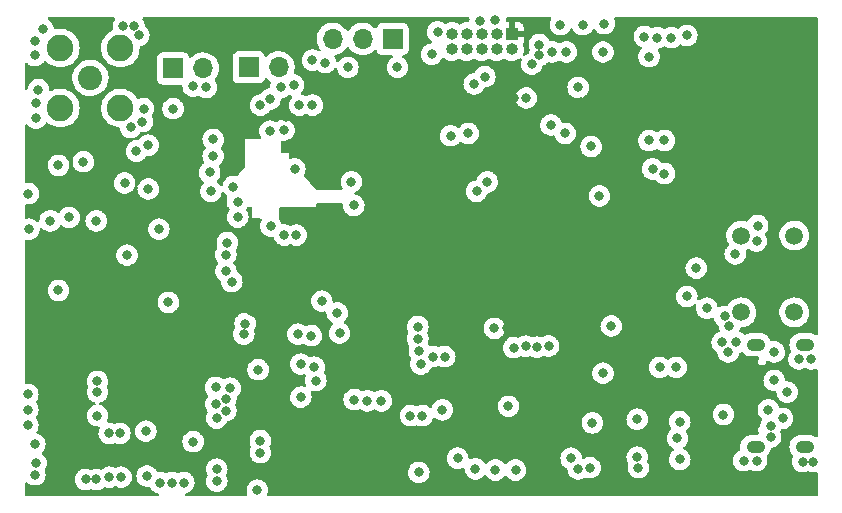
<source format=gbr>
%TF.GenerationSoftware,KiCad,Pcbnew,(5.99.0-7611-gb7875e4d41)*%
%TF.CreationDate,2020-12-16T01:58:44+00:00*%
%TF.ProjectId,CM4,434d342e-6b69-4636-9164-5f7063625858,rev?*%
%TF.SameCoordinates,Original*%
%TF.FileFunction,Copper,L3,Inr*%
%TF.FilePolarity,Positive*%
%FSLAX46Y46*%
G04 Gerber Fmt 4.6, Leading zero omitted, Abs format (unit mm)*
G04 Created by KiCad (PCBNEW (5.99.0-7611-gb7875e4d41)) date 2020-12-16 01:58:44*
%MOMM*%
%LPD*%
G01*
G04 APERTURE LIST*
G04 Aperture macros list*
%AMRoundRect*
0 Rectangle with rounded corners*
0 $1 Rounding radius*
0 $2 $3 $4 $5 $6 $7 $8 $9 X,Y pos of 4 corners*
0 Add a 4 corners polygon primitive as box body*
4,1,4,$2,$3,$4,$5,$6,$7,$8,$9,$2,$3,0*
0 Add four circle primitives for the rounded corners*
1,1,$1+$1,$2,$3,0*
1,1,$1+$1,$4,$5,0*
1,1,$1+$1,$6,$7,0*
1,1,$1+$1,$8,$9,0*
0 Add four rect primitives between the rounded corners*
20,1,$1+$1,$2,$3,$4,$5,0*
20,1,$1+$1,$4,$5,$6,$7,0*
20,1,$1+$1,$6,$7,$8,$9,0*
20,1,$1+$1,$8,$9,$2,$3,0*%
G04 Aperture macros list end*
%TA.AperFunction,ComponentPad*%
%ADD10R,1.000000X1.000000*%
%TD*%
%TA.AperFunction,ComponentPad*%
%ADD11O,1.000000X1.000000*%
%TD*%
%TA.AperFunction,ComponentPad*%
%ADD12R,1.700000X1.700000*%
%TD*%
%TA.AperFunction,ComponentPad*%
%ADD13O,1.700000X1.700000*%
%TD*%
%TA.AperFunction,ComponentPad*%
%ADD14RoundRect,0.500000X0.300000X0.000000X0.300000X0.000000X-0.300000X0.000000X-0.300000X0.000000X0*%
%TD*%
%TA.AperFunction,ComponentPad*%
%ADD15C,1.500000*%
%TD*%
%TA.AperFunction,ComponentPad*%
%ADD16C,2.050000*%
%TD*%
%TA.AperFunction,ComponentPad*%
%ADD17C,2.250000*%
%TD*%
%TA.AperFunction,ViaPad*%
%ADD18C,0.800000*%
%TD*%
G04 APERTURE END LIST*
D10*
%TO.N,/+3.3V*%
%TO.C,J3*%
X137900000Y-77100000D03*
D11*
%TO.N,/H7MCU/SWDIO*%
X137900000Y-78370000D03*
%TO.N,GND*%
X136630000Y-77100000D03*
%TO.N,/H7MCU/SWCLK*%
X136630000Y-78370000D03*
%TO.N,GND*%
X135360000Y-77100000D03*
%TO.N,/H7MCU/SWO*%
X135360000Y-78370000D03*
%TO.N,no_connect_60*%
X134090000Y-77100000D03*
%TO.N,no_connect_61*%
X134090000Y-78370000D03*
%TO.N,GND*%
X132820000Y-77100000D03*
%TO.N,/H7MCU/NRST*%
X132820000Y-78370000D03*
%TD*%
D12*
%TO.N,/v_DIV_OUT*%
%TO.C,J6*%
X109200000Y-80000000D03*
D13*
%TO.N,GND*%
X111740000Y-80000000D03*
%TD*%
D14*
%TO.N,GND*%
%TO.C,J2*%
X158520000Y-112020000D03*
X158520000Y-103380000D03*
X162700000Y-103380000D03*
X162700000Y-112020000D03*
%TD*%
D15*
%TO.N,/H7MCU/NRST*%
%TO.C,S1*%
X161800000Y-100650000D03*
X161800000Y-94150000D03*
%TO.N,GND*%
X157300000Y-94150000D03*
X157300000Y-100650000D03*
%TD*%
D12*
%TO.N,/H7MCU/USART_RX*%
%TO.C,J7*%
X127800000Y-77500000D03*
D13*
%TO.N,/H7MCU/USART_TX*%
X125260000Y-77500000D03*
%TO.N,GND*%
X122720000Y-77500000D03*
%TD*%
D12*
%TO.N,P_AMP_OUT*%
%TO.C,J5*%
X115600000Y-79900000D03*
D13*
%TO.N,GND*%
X118140000Y-79900000D03*
%TD*%
D16*
%TO.N,Net-(J1-Pad1)*%
%TO.C,J1*%
X102200000Y-80800000D03*
D17*
%TO.N,GND*%
X104740000Y-83340000D03*
X99660000Y-78260000D03*
X104740000Y-78260000D03*
X99660000Y-83340000D03*
%TD*%
D18*
%TO.N,GND*%
X118600000Y-85200000D03*
X154400000Y-100300000D03*
X118618000Y-94107000D03*
X148600000Y-113800000D03*
X144500000Y-113800000D03*
X113792000Y-94742000D03*
X119900000Y-83100000D03*
X156300000Y-101800000D03*
X138200000Y-114000000D03*
X107100000Y-86500000D03*
X162500000Y-113300000D03*
X145700000Y-76200000D03*
X128200000Y-79900000D03*
X108800000Y-99800000D03*
X132000000Y-108900000D03*
X102700000Y-114800000D03*
X104700000Y-110900000D03*
X119500000Y-88500000D03*
X155900000Y-101000000D03*
X113665000Y-95758000D03*
X99500000Y-88200000D03*
X110109000Y-115062000D03*
X130300000Y-109400000D03*
X120904000Y-102616000D03*
X139573000Y-79629000D03*
X130048000Y-103886000D03*
X162200000Y-104600000D03*
X156900000Y-103200000D03*
X151400000Y-77400000D03*
X112000000Y-81600000D03*
X135200000Y-76000000D03*
X106100000Y-87000000D03*
X96900000Y-108900000D03*
X118300000Y-81600000D03*
X150800000Y-88900000D03*
X112900000Y-109600000D03*
X108077000Y-115062000D03*
X115200000Y-102500000D03*
X152100000Y-109900000D03*
X104800000Y-114600000D03*
X141300000Y-78600000D03*
X134800000Y-113900000D03*
X97800000Y-81800000D03*
X113665000Y-108966000D03*
X101600000Y-87900000D03*
X148500000Y-112900000D03*
X113665000Y-97155000D03*
X158700000Y-93300000D03*
X114173000Y-98044000D03*
X97000000Y-93600000D03*
X121158000Y-105283000D03*
X156200000Y-104000000D03*
X120015000Y-107823000D03*
X97600000Y-84200000D03*
X108000000Y-93600000D03*
X142500000Y-78600000D03*
X122100000Y-79500000D03*
X141000000Y-103500000D03*
X97500000Y-78900000D03*
X124300000Y-89600000D03*
X112400000Y-90400000D03*
X140200000Y-78900000D03*
X115300000Y-101600000D03*
X112600000Y-87400000D03*
X163200000Y-104600000D03*
X114700000Y-91300000D03*
X119761000Y-102489000D03*
X130175000Y-105029000D03*
X149100000Y-77300000D03*
X112600000Y-86000000D03*
X136500000Y-75900000D03*
X112300000Y-88800000D03*
X102800000Y-106500000D03*
X114300000Y-90000000D03*
X96900000Y-110200000D03*
X149500000Y-86100000D03*
X119634000Y-94107000D03*
X98800000Y-92900000D03*
X159800000Y-111200000D03*
X163400000Y-113300000D03*
X105600000Y-85000000D03*
X160100000Y-104000000D03*
X112800000Y-108400000D03*
X124536000Y-108041000D03*
X150800000Y-86100000D03*
X139100000Y-82500000D03*
X117400000Y-85300000D03*
X97600000Y-113400000D03*
X157500000Y-113200000D03*
X126836000Y-108141000D03*
X125636000Y-108141000D03*
X138049000Y-103632000D03*
X103800000Y-114600000D03*
X120015000Y-105029000D03*
X132200000Y-104400000D03*
X102800000Y-107400000D03*
X121000000Y-83100000D03*
X121000000Y-79300000D03*
X155700000Y-103200000D03*
X116600000Y-83100000D03*
X121793000Y-99695000D03*
X131200000Y-104400000D03*
X113665000Y-107950000D03*
X149800000Y-88500000D03*
X140000000Y-103600000D03*
X117400000Y-82600000D03*
X129921000Y-101854000D03*
X131600000Y-76900000D03*
X101800000Y-114800000D03*
X109093000Y-115062000D03*
X98200000Y-76700000D03*
X97500000Y-77700000D03*
X158600000Y-113200000D03*
X112903000Y-113919000D03*
X133300000Y-113000000D03*
X103800000Y-110900000D03*
X129300000Y-109400000D03*
X152700000Y-77200000D03*
X129921000Y-102870000D03*
X142000000Y-76300000D03*
X145600000Y-105800000D03*
X156800000Y-95700000D03*
X112903000Y-114935000D03*
X124000000Y-79900000D03*
X153500000Y-96900000D03*
X106700000Y-83400000D03*
X97600000Y-82900000D03*
X102800000Y-109400000D03*
X150200000Y-77400000D03*
X96900000Y-107600000D03*
X136400000Y-102000000D03*
X149500000Y-79000000D03*
X116586000Y-111506000D03*
X116586000Y-112522000D03*
X143500000Y-113900000D03*
X123300000Y-102400000D03*
X114681000Y-92583000D03*
X107100000Y-90200000D03*
X105900000Y-76400000D03*
X123100000Y-100700000D03*
X143900000Y-76300000D03*
X159800000Y-110300000D03*
X105000000Y-76400000D03*
X137600000Y-108600000D03*
X110900000Y-81500000D03*
X139065000Y-103505000D03*
X158600000Y-94600000D03*
X140208000Y-77978000D03*
X114046000Y-107061000D03*
X121285000Y-106426000D03*
X142900000Y-113000000D03*
X106300000Y-77200000D03*
X106600000Y-84500000D03*
X119400000Y-81400000D03*
X112800000Y-107000000D03*
X97500000Y-114400000D03*
%TO.N,/v_DIV_OUT*%
X116400000Y-105500000D03*
X117475000Y-93345000D03*
X109200000Y-83400000D03*
%TO.N,/Power/+5V*%
X107000000Y-114500000D03*
X130000000Y-114200000D03*
X106900000Y-110700000D03*
X136500000Y-114000000D03*
X116332000Y-115697000D03*
X146300000Y-101800000D03*
X151800000Y-105300000D03*
%TO.N,/VPOS*%
X99500000Y-98800000D03*
X97500000Y-111800000D03*
X100400000Y-92600000D03*
%TO.N,/VNEG*%
X105300000Y-95800000D03*
X110900000Y-111600000D03*
X105100000Y-89700000D03*
%TO.N,/+3.3V*%
X124500000Y-87600000D03*
X118800000Y-84100000D03*
X101800000Y-102700000D03*
X121736000Y-109041000D03*
X122936000Y-110841000D03*
X122736000Y-109641000D03*
X126000000Y-100700000D03*
X143700000Y-82800000D03*
X143300000Y-89000000D03*
X122936000Y-112141000D03*
X137500000Y-102000000D03*
X141600000Y-100600000D03*
X139700000Y-105600000D03*
X153100000Y-94100000D03*
X143600000Y-84300000D03*
X141600000Y-98500000D03*
X127000000Y-90600000D03*
X149500000Y-83900000D03*
X143200000Y-87800000D03*
X142800000Y-111500000D03*
X115800000Y-100500000D03*
X138100000Y-82500000D03*
X115500000Y-99700000D03*
X141600000Y-99500000D03*
X142900000Y-110300000D03*
X144600000Y-80600000D03*
X102600000Y-103400000D03*
X139500000Y-76700000D03*
X101700000Y-103700000D03*
X139700000Y-106700000D03*
X121800000Y-81500000D03*
%TO.N,/Power/USB_CONN_D+*%
X160100000Y-106400000D03*
X160800000Y-109625000D03*
%TO.N,/Power/USB_CONN_D-*%
X159600000Y-108900000D03*
X161200000Y-107400000D03*
%TO.N,/H7MCU/NRST*%
X131100000Y-78800000D03*
X124500000Y-91600000D03*
X152700000Y-99300000D03*
%TO.N,Net-(F1-Pad2)*%
X152100000Y-113100000D03*
X144700000Y-110000000D03*
%TO.N,Net-(IC2-Pad1)*%
X96950000Y-90600000D03*
X102700000Y-92900000D03*
%TO.N,/H7MCU/SDMMC_CMD*%
X141200000Y-84775000D03*
X132700000Y-85700000D03*
%TO.N,/H7MCU/SDMMC_CK*%
X134200000Y-85500000D03*
X142400000Y-85500000D03*
%TO.N,/H7MCU/SDMMC_D3*%
X134700000Y-81300000D03*
X143500000Y-81600000D03*
%TO.N,/H7MCU/SDMMC_D2*%
X145600000Y-78600000D03*
X135600000Y-80700000D03*
%TO.N,/H7MCU/SDMMC_D1*%
X145300000Y-90800000D03*
X135800000Y-89600000D03*
%TO.N,/H7MCU/SDMMC_D0*%
X134900000Y-90400000D03*
X144600000Y-86600000D03*
%TO.N,Net-(J2-PadB5)*%
X150400000Y-105300000D03*
X151900000Y-111300000D03*
%TO.N,Net-(J2-PadA5)*%
X155800000Y-109300000D03*
X148500000Y-109700000D03*
%TD*%
%TA.AperFunction,Conductor*%
%TO.N,/+3.3V*%
G36*
X104231632Y-75678002D02*
G01*
X104278125Y-75731658D01*
X104288229Y-75801932D01*
X104265447Y-75858062D01*
X104265387Y-75858145D01*
X104260963Y-75863058D01*
X104212020Y-75947830D01*
X104186805Y-75991504D01*
X104165476Y-76028446D01*
X104152950Y-76066998D01*
X104119931Y-76168621D01*
X104106462Y-76210073D01*
X104105772Y-76216636D01*
X104105772Y-76216637D01*
X104088675Y-76379308D01*
X104086500Y-76400000D01*
X104087190Y-76406565D01*
X104097571Y-76505330D01*
X104106462Y-76589927D01*
X104117568Y-76624108D01*
X104119596Y-76695074D01*
X104082934Y-76755872D01*
X104045952Y-76779452D01*
X104000715Y-76798189D01*
X104000707Y-76798193D01*
X103996137Y-76800086D01*
X103776914Y-76934426D01*
X103581406Y-77101406D01*
X103578198Y-77105162D01*
X103568397Y-77116637D01*
X103414426Y-77296914D01*
X103280086Y-77516137D01*
X103278193Y-77520707D01*
X103278191Y-77520711D01*
X103189176Y-77735612D01*
X103181694Y-77753676D01*
X103171175Y-77797492D01*
X103124046Y-77993799D01*
X103121673Y-78003682D01*
X103101500Y-78260000D01*
X103121673Y-78516318D01*
X103122827Y-78521125D01*
X103122828Y-78521131D01*
X103158402Y-78669306D01*
X103181694Y-78766324D01*
X103183587Y-78770895D01*
X103183588Y-78770897D01*
X103277300Y-78997136D01*
X103280086Y-79003863D01*
X103414426Y-79223086D01*
X103581406Y-79418594D01*
X103776914Y-79585574D01*
X103996137Y-79719914D01*
X104000707Y-79721807D01*
X104000711Y-79721809D01*
X104219328Y-79812363D01*
X104233676Y-79818306D01*
X104298609Y-79833895D01*
X104478869Y-79877172D01*
X104478875Y-79877173D01*
X104483682Y-79878327D01*
X104740000Y-79898500D01*
X104996318Y-79878327D01*
X105001125Y-79877173D01*
X105001131Y-79877172D01*
X105181391Y-79833895D01*
X105246324Y-79818306D01*
X105260672Y-79812363D01*
X105479289Y-79721809D01*
X105479293Y-79721807D01*
X105483863Y-79719914D01*
X105703086Y-79585574D01*
X105898594Y-79418594D01*
X106065574Y-79223086D01*
X106110361Y-79150000D01*
X107836500Y-79150000D01*
X107836500Y-80850000D01*
X107841727Y-80923079D01*
X107851003Y-80954670D01*
X107874423Y-81034431D01*
X107882904Y-81063316D01*
X107901449Y-81092172D01*
X107957051Y-81178691D01*
X107957053Y-81178694D01*
X107961923Y-81186271D01*
X107968733Y-81192172D01*
X108065569Y-81276082D01*
X108065572Y-81276084D01*
X108072381Y-81281984D01*
X108080579Y-81285728D01*
X108126206Y-81306565D01*
X108205330Y-81342700D01*
X108214245Y-81343982D01*
X108214246Y-81343982D01*
X108345552Y-81362861D01*
X108345559Y-81362862D01*
X108350000Y-81363500D01*
X109861190Y-81363500D01*
X109929311Y-81383502D01*
X109975804Y-81437158D01*
X109987190Y-81489500D01*
X109987190Y-81493435D01*
X109986500Y-81500000D01*
X110006462Y-81689927D01*
X110065476Y-81871554D01*
X110068779Y-81877276D01*
X110068780Y-81877277D01*
X110076148Y-81890038D01*
X110160963Y-82036942D01*
X110165381Y-82041849D01*
X110165382Y-82041850D01*
X110282168Y-82171554D01*
X110288749Y-82178863D01*
X110294091Y-82182744D01*
X110294093Y-82182746D01*
X110435673Y-82285609D01*
X110443250Y-82291114D01*
X110449278Y-82293798D01*
X110449280Y-82293799D01*
X110611682Y-82366105D01*
X110617713Y-82368790D01*
X110704480Y-82387233D01*
X110798056Y-82407124D01*
X110798061Y-82407124D01*
X110804513Y-82408496D01*
X110995487Y-82408496D01*
X111001939Y-82407124D01*
X111001944Y-82407124D01*
X111095520Y-82387233D01*
X111182287Y-82368790D01*
X111195162Y-82363058D01*
X111320589Y-82307214D01*
X111390956Y-82297780D01*
X111445899Y-82320385D01*
X111523705Y-82376914D01*
X111543250Y-82391114D01*
X111549278Y-82393798D01*
X111549280Y-82393799D01*
X111711682Y-82466105D01*
X111717713Y-82468790D01*
X111811113Y-82488643D01*
X111898056Y-82507124D01*
X111898061Y-82507124D01*
X111904513Y-82508496D01*
X112095487Y-82508496D01*
X112101939Y-82507124D01*
X112101944Y-82507124D01*
X112188887Y-82488643D01*
X112282287Y-82468790D01*
X112288318Y-82466105D01*
X112450720Y-82393799D01*
X112450722Y-82393798D01*
X112456750Y-82391114D01*
X112476295Y-82376914D01*
X112605907Y-82282746D01*
X112605909Y-82282744D01*
X112611251Y-82278863D01*
X112675845Y-82207124D01*
X112734618Y-82141850D01*
X112734619Y-82141849D01*
X112739037Y-82136942D01*
X112834524Y-81971554D01*
X112893538Y-81789927D01*
X112896627Y-81760542D01*
X112912810Y-81606565D01*
X112913500Y-81600000D01*
X112893538Y-81410073D01*
X112834524Y-81228446D01*
X112739037Y-81063058D01*
X112740104Y-81062442D01*
X112718530Y-81001977D01*
X112734611Y-80932826D01*
X112754842Y-80906079D01*
X112782273Y-80878408D01*
X112782279Y-80878401D01*
X112786030Y-80874617D01*
X112867733Y-80758150D01*
X112915375Y-80690236D01*
X112915376Y-80690234D01*
X112918439Y-80685868D01*
X112954911Y-80608886D01*
X113014868Y-80482331D01*
X113017153Y-80477508D01*
X113079349Y-80255494D01*
X113103249Y-80026176D01*
X113103500Y-80000000D01*
X113101043Y-79971041D01*
X113084458Y-79775576D01*
X113084457Y-79775572D01*
X113084007Y-79770265D01*
X113070939Y-79719914D01*
X113027426Y-79552269D01*
X113026084Y-79547098D01*
X113018934Y-79531224D01*
X112933578Y-79341743D01*
X112933577Y-79341741D01*
X112931388Y-79336882D01*
X112920338Y-79320468D01*
X112897830Y-79287037D01*
X112802627Y-79145626D01*
X112765018Y-79106201D01*
X112711405Y-79050000D01*
X114236500Y-79050000D01*
X114236500Y-80750000D01*
X114241727Y-80823079D01*
X114282904Y-80963316D01*
X114287775Y-80970895D01*
X114357051Y-81078691D01*
X114357053Y-81078694D01*
X114361923Y-81086271D01*
X114368733Y-81092172D01*
X114465569Y-81176082D01*
X114465572Y-81176084D01*
X114472381Y-81181984D01*
X114480579Y-81185728D01*
X114561587Y-81222723D01*
X114605330Y-81242700D01*
X114614245Y-81243982D01*
X114614246Y-81243982D01*
X114745552Y-81262861D01*
X114745559Y-81262862D01*
X114750000Y-81263500D01*
X116450000Y-81263500D01*
X116523079Y-81258273D01*
X116615200Y-81231224D01*
X116654670Y-81219635D01*
X116654672Y-81219634D01*
X116663316Y-81217096D01*
X116717951Y-81181984D01*
X116778691Y-81142949D01*
X116778694Y-81142947D01*
X116786271Y-81138077D01*
X116826048Y-81092172D01*
X116876082Y-81034431D01*
X116876084Y-81034428D01*
X116881984Y-81027619D01*
X116942700Y-80894670D01*
X116943320Y-80890360D01*
X116980432Y-80832610D01*
X117045012Y-80803117D01*
X117115286Y-80813220D01*
X117147335Y-80834270D01*
X117315629Y-80986069D01*
X117425655Y-81055759D01*
X117472497Y-81109103D01*
X117483064Y-81179309D01*
X117470421Y-81216231D01*
X117471464Y-81216695D01*
X117468780Y-81222723D01*
X117465476Y-81228446D01*
X117406462Y-81410073D01*
X117405772Y-81416636D01*
X117405772Y-81416637D01*
X117388105Y-81584727D01*
X117361092Y-81650383D01*
X117302870Y-81691013D01*
X117288992Y-81694803D01*
X117282392Y-81696206D01*
X117117713Y-81731210D01*
X117111683Y-81733895D01*
X117111682Y-81733895D01*
X116949280Y-81806201D01*
X116949278Y-81806202D01*
X116943250Y-81808886D01*
X116937909Y-81812766D01*
X116937908Y-81812767D01*
X116794093Y-81917254D01*
X116794091Y-81917256D01*
X116788749Y-81921137D01*
X116784328Y-81926047D01*
X116784327Y-81926048D01*
X116740251Y-81975000D01*
X116660963Y-82063058D01*
X116647006Y-82087233D01*
X116623178Y-82128504D01*
X116571796Y-82177497D01*
X116517663Y-82190630D01*
X116517682Y-82190814D01*
X116516308Y-82190958D01*
X116514059Y-82191504D01*
X116504513Y-82191504D01*
X116498061Y-82192876D01*
X116498056Y-82192876D01*
X116411113Y-82211357D01*
X116317713Y-82231210D01*
X116311683Y-82233895D01*
X116311682Y-82233895D01*
X116149280Y-82306201D01*
X116149278Y-82306202D01*
X116143250Y-82308886D01*
X116137909Y-82312766D01*
X116137908Y-82312767D01*
X115994093Y-82417254D01*
X115994091Y-82417256D01*
X115988749Y-82421137D01*
X115984328Y-82426047D01*
X115984327Y-82426048D01*
X115909649Y-82508987D01*
X115860963Y-82563058D01*
X115765476Y-82728446D01*
X115763434Y-82734731D01*
X115718978Y-82871554D01*
X115706462Y-82910073D01*
X115686500Y-83100000D01*
X115706462Y-83289927D01*
X115708502Y-83296205D01*
X115708502Y-83296206D01*
X115731214Y-83366105D01*
X115765476Y-83471554D01*
X115768779Y-83477276D01*
X115768780Y-83477277D01*
X115787120Y-83509042D01*
X115860963Y-83636942D01*
X115865381Y-83641849D01*
X115865382Y-83641850D01*
X115878804Y-83656757D01*
X115988749Y-83778863D01*
X115994091Y-83782744D01*
X115994093Y-83782746D01*
X116109377Y-83866504D01*
X116143250Y-83891114D01*
X116149278Y-83893798D01*
X116149280Y-83893799D01*
X116293498Y-83958009D01*
X116317713Y-83968790D01*
X116406992Y-83987767D01*
X116498056Y-84007124D01*
X116498061Y-84007124D01*
X116504513Y-84008496D01*
X116695487Y-84008496D01*
X116701939Y-84007124D01*
X116701944Y-84007124D01*
X116793008Y-83987767D01*
X116882287Y-83968790D01*
X116906502Y-83958009D01*
X117050720Y-83893799D01*
X117050722Y-83893798D01*
X117056750Y-83891114D01*
X117090623Y-83866504D01*
X117205907Y-83782746D01*
X117205909Y-83782744D01*
X117211251Y-83778863D01*
X117321196Y-83656757D01*
X117334618Y-83641850D01*
X117334619Y-83641849D01*
X117339037Y-83636942D01*
X117376822Y-83571496D01*
X117428204Y-83522503D01*
X117482337Y-83509370D01*
X117482318Y-83509186D01*
X117483692Y-83509042D01*
X117485941Y-83508496D01*
X117495487Y-83508496D01*
X117501939Y-83507124D01*
X117501944Y-83507124D01*
X117588887Y-83488643D01*
X117682287Y-83468790D01*
X117689250Y-83465690D01*
X117850720Y-83393799D01*
X117850722Y-83393798D01*
X117856750Y-83391114D01*
X117885588Y-83370162D01*
X118005907Y-83282746D01*
X118005909Y-83282744D01*
X118011251Y-83278863D01*
X118017832Y-83271554D01*
X118134618Y-83141850D01*
X118134619Y-83141849D01*
X118139037Y-83136942D01*
X118234524Y-82971554D01*
X118267016Y-82871554D01*
X118291498Y-82796206D01*
X118291498Y-82796205D01*
X118293538Y-82789927D01*
X118300252Y-82726048D01*
X118311895Y-82615273D01*
X118338908Y-82549617D01*
X118397130Y-82508987D01*
X118411008Y-82505197D01*
X118444674Y-82498041D01*
X118582287Y-82468790D01*
X118588318Y-82466105D01*
X118750720Y-82393799D01*
X118750722Y-82393798D01*
X118756750Y-82391114D01*
X118776678Y-82376636D01*
X118905912Y-82282742D01*
X118911251Y-82278863D01*
X118915666Y-82273960D01*
X118920578Y-82269537D01*
X118921419Y-82270471D01*
X118975997Y-82236846D01*
X119046981Y-82238197D01*
X119060439Y-82243290D01*
X119111678Y-82266104D01*
X119111686Y-82266107D01*
X119117713Y-82268790D01*
X119124168Y-82270162D01*
X119124177Y-82270165D01*
X119162943Y-82278405D01*
X119225416Y-82312133D01*
X119259737Y-82374283D01*
X119255009Y-82445122D01*
X119230383Y-82485959D01*
X119160963Y-82563058D01*
X119065476Y-82728446D01*
X119063434Y-82734731D01*
X119018978Y-82871554D01*
X119006462Y-82910073D01*
X118986500Y-83100000D01*
X119006462Y-83289927D01*
X119008502Y-83296205D01*
X119008502Y-83296206D01*
X119031214Y-83366105D01*
X119065476Y-83471554D01*
X119068779Y-83477276D01*
X119068780Y-83477277D01*
X119087120Y-83509042D01*
X119160963Y-83636942D01*
X119165381Y-83641849D01*
X119165382Y-83641850D01*
X119178804Y-83656757D01*
X119288749Y-83778863D01*
X119294091Y-83782744D01*
X119294093Y-83782746D01*
X119409377Y-83866504D01*
X119443250Y-83891114D01*
X119449278Y-83893798D01*
X119449280Y-83893799D01*
X119593498Y-83958009D01*
X119617713Y-83968790D01*
X119706992Y-83987767D01*
X119798056Y-84007124D01*
X119798061Y-84007124D01*
X119804513Y-84008496D01*
X119995487Y-84008496D01*
X120001939Y-84007124D01*
X120001944Y-84007124D01*
X120093008Y-83987767D01*
X120182287Y-83968790D01*
X120206502Y-83958009D01*
X120350720Y-83893799D01*
X120350722Y-83893798D01*
X120356750Y-83891114D01*
X120375938Y-83877173D01*
X120442805Y-83853314D01*
X120511957Y-83869393D01*
X120524061Y-83877172D01*
X120543250Y-83891114D01*
X120549278Y-83893798D01*
X120549280Y-83893799D01*
X120693498Y-83958009D01*
X120717713Y-83968790D01*
X120806992Y-83987767D01*
X120898056Y-84007124D01*
X120898061Y-84007124D01*
X120904513Y-84008496D01*
X121095487Y-84008496D01*
X121101939Y-84007124D01*
X121101944Y-84007124D01*
X121193008Y-83987767D01*
X121282287Y-83968790D01*
X121306502Y-83958009D01*
X121450720Y-83893799D01*
X121450722Y-83893798D01*
X121456750Y-83891114D01*
X121490623Y-83866504D01*
X121605907Y-83782746D01*
X121605909Y-83782744D01*
X121611251Y-83778863D01*
X121721196Y-83656757D01*
X121734618Y-83641850D01*
X121734619Y-83641849D01*
X121739037Y-83636942D01*
X121812880Y-83509042D01*
X121831220Y-83477277D01*
X121831221Y-83477276D01*
X121834524Y-83471554D01*
X121868786Y-83366105D01*
X121891498Y-83296206D01*
X121891498Y-83296205D01*
X121893538Y-83289927D01*
X121913500Y-83100000D01*
X121893538Y-82910073D01*
X121881023Y-82871554D01*
X121836566Y-82734731D01*
X121834524Y-82728446D01*
X121739037Y-82563058D01*
X121690352Y-82508987D01*
X121682261Y-82500000D01*
X138186500Y-82500000D01*
X138206462Y-82689927D01*
X138208502Y-82696205D01*
X138208502Y-82696206D01*
X138221020Y-82734731D01*
X138265476Y-82871554D01*
X138360963Y-83036942D01*
X138365381Y-83041849D01*
X138365382Y-83041850D01*
X138423652Y-83106565D01*
X138488749Y-83178863D01*
X138494091Y-83182744D01*
X138494093Y-83182746D01*
X138637908Y-83287233D01*
X138643250Y-83291114D01*
X138649278Y-83293798D01*
X138649280Y-83293799D01*
X138811682Y-83366105D01*
X138817713Y-83368790D01*
X138904480Y-83387233D01*
X138998056Y-83407124D01*
X138998061Y-83407124D01*
X139004513Y-83408496D01*
X139195487Y-83408496D01*
X139201939Y-83407124D01*
X139201944Y-83407124D01*
X139295520Y-83387233D01*
X139382287Y-83368790D01*
X139388318Y-83366105D01*
X139550720Y-83293799D01*
X139550722Y-83293798D01*
X139556750Y-83291114D01*
X139562092Y-83287233D01*
X139705907Y-83182746D01*
X139705909Y-83182744D01*
X139711251Y-83178863D01*
X139776348Y-83106565D01*
X139834618Y-83041850D01*
X139834619Y-83041849D01*
X139839037Y-83036942D01*
X139934524Y-82871554D01*
X139978980Y-82734731D01*
X139991498Y-82696206D01*
X139991498Y-82696205D01*
X139993538Y-82689927D01*
X140013500Y-82500000D01*
X139995542Y-82329141D01*
X139994228Y-82316637D01*
X139994228Y-82316636D01*
X139993538Y-82310073D01*
X139986367Y-82288001D01*
X139957329Y-82198632D01*
X139934524Y-82128446D01*
X139930520Y-82121510D01*
X139896772Y-82063058D01*
X139839037Y-81963058D01*
X139766657Y-81882671D01*
X139715673Y-81826048D01*
X139715672Y-81826047D01*
X139711251Y-81821137D01*
X139705909Y-81817256D01*
X139705907Y-81817254D01*
X139562092Y-81712767D01*
X139562091Y-81712766D01*
X139556750Y-81708886D01*
X139550722Y-81706202D01*
X139550720Y-81706201D01*
X139388318Y-81633895D01*
X139388317Y-81633895D01*
X139382287Y-81631210D01*
X139282846Y-81610073D01*
X139235459Y-81600000D01*
X142586500Y-81600000D01*
X142587190Y-81606565D01*
X142603374Y-81760542D01*
X142606462Y-81789927D01*
X142665476Y-81971554D01*
X142760963Y-82136942D01*
X142765381Y-82141849D01*
X142765382Y-82141850D01*
X142824155Y-82207124D01*
X142888749Y-82278863D01*
X142894091Y-82282744D01*
X142894093Y-82282746D01*
X143023705Y-82376914D01*
X143043250Y-82391114D01*
X143049278Y-82393798D01*
X143049280Y-82393799D01*
X143211682Y-82466105D01*
X143217713Y-82468790D01*
X143311113Y-82488643D01*
X143398056Y-82507124D01*
X143398061Y-82507124D01*
X143404513Y-82508496D01*
X143595487Y-82508496D01*
X143601939Y-82507124D01*
X143601944Y-82507124D01*
X143688887Y-82488643D01*
X143782287Y-82468790D01*
X143788318Y-82466105D01*
X143950720Y-82393799D01*
X143950722Y-82393798D01*
X143956750Y-82391114D01*
X143976295Y-82376914D01*
X144105907Y-82282746D01*
X144105909Y-82282744D01*
X144111251Y-82278863D01*
X144175845Y-82207124D01*
X144234618Y-82141850D01*
X144234619Y-82141849D01*
X144239037Y-82136942D01*
X144334524Y-81971554D01*
X144393538Y-81789927D01*
X144396627Y-81760542D01*
X144412810Y-81606565D01*
X144413500Y-81600000D01*
X144393538Y-81410073D01*
X144334524Y-81228446D01*
X144239037Y-81063058D01*
X144232462Y-81055755D01*
X144115673Y-80926048D01*
X144115672Y-80926047D01*
X144111251Y-80921137D01*
X144105909Y-80917256D01*
X144105907Y-80917254D01*
X143962092Y-80812767D01*
X143962091Y-80812766D01*
X143956750Y-80808886D01*
X143950722Y-80806202D01*
X143950720Y-80806201D01*
X143788318Y-80733895D01*
X143788317Y-80733895D01*
X143782287Y-80731210D01*
X143666343Y-80706565D01*
X143601944Y-80692876D01*
X143601939Y-80692876D01*
X143595487Y-80691504D01*
X143404513Y-80691504D01*
X143398061Y-80692876D01*
X143398056Y-80692876D01*
X143333657Y-80706565D01*
X143217713Y-80731210D01*
X143211683Y-80733895D01*
X143211682Y-80733895D01*
X143049280Y-80806201D01*
X143049278Y-80806202D01*
X143043250Y-80808886D01*
X143037909Y-80812766D01*
X143037908Y-80812767D01*
X142894093Y-80917254D01*
X142894091Y-80917256D01*
X142888749Y-80921137D01*
X142884328Y-80926047D01*
X142884327Y-80926048D01*
X142767539Y-81055755D01*
X142760963Y-81063058D01*
X142665476Y-81228446D01*
X142606462Y-81410073D01*
X142586500Y-81600000D01*
X139235459Y-81600000D01*
X139201944Y-81592876D01*
X139201939Y-81592876D01*
X139195487Y-81591504D01*
X139004513Y-81591504D01*
X138998061Y-81592876D01*
X138998056Y-81592876D01*
X138917154Y-81610073D01*
X138817713Y-81631210D01*
X138811683Y-81633895D01*
X138811682Y-81633895D01*
X138649280Y-81706201D01*
X138649278Y-81706202D01*
X138643250Y-81708886D01*
X138637909Y-81712766D01*
X138637908Y-81712767D01*
X138494093Y-81817254D01*
X138494091Y-81817256D01*
X138488749Y-81821137D01*
X138484328Y-81826047D01*
X138484327Y-81826048D01*
X138433344Y-81882671D01*
X138360963Y-81963058D01*
X138303228Y-82063058D01*
X138269481Y-82121510D01*
X138265476Y-82128446D01*
X138242671Y-82198632D01*
X138213634Y-82288001D01*
X138206462Y-82310073D01*
X138205772Y-82316636D01*
X138205772Y-82316637D01*
X138204458Y-82329141D01*
X138186500Y-82500000D01*
X121682261Y-82500000D01*
X121615673Y-82426048D01*
X121615672Y-82426047D01*
X121611251Y-82421137D01*
X121605909Y-82417256D01*
X121605907Y-82417254D01*
X121462092Y-82312767D01*
X121462091Y-82312766D01*
X121456750Y-82308886D01*
X121450722Y-82306202D01*
X121450720Y-82306201D01*
X121288318Y-82233895D01*
X121288317Y-82233895D01*
X121282287Y-82231210D01*
X121188887Y-82211357D01*
X121101944Y-82192876D01*
X121101939Y-82192876D01*
X121095487Y-82191504D01*
X120904513Y-82191504D01*
X120898061Y-82192876D01*
X120898056Y-82192876D01*
X120811113Y-82211357D01*
X120717713Y-82231210D01*
X120711683Y-82233895D01*
X120711682Y-82233895D01*
X120549280Y-82306201D01*
X120549278Y-82306202D01*
X120543250Y-82308886D01*
X120537906Y-82312768D01*
X120537907Y-82312768D01*
X120524062Y-82322827D01*
X120457195Y-82346686D01*
X120388043Y-82330607D01*
X120375938Y-82322827D01*
X120362093Y-82312768D01*
X120362094Y-82312768D01*
X120356750Y-82308886D01*
X120350722Y-82306202D01*
X120350720Y-82306201D01*
X120188318Y-82233895D01*
X120188317Y-82233895D01*
X120182287Y-82231210D01*
X120175832Y-82229838D01*
X120175823Y-82229835D01*
X120137057Y-82221595D01*
X120074584Y-82187867D01*
X120040263Y-82125717D01*
X120044991Y-82054878D01*
X120069617Y-82014041D01*
X120139037Y-81936942D01*
X120220291Y-81796206D01*
X120231220Y-81777277D01*
X120231221Y-81777276D01*
X120234524Y-81771554D01*
X120284859Y-81616638D01*
X120291498Y-81596206D01*
X120291498Y-81596205D01*
X120293538Y-81589927D01*
X120313500Y-81400000D01*
X120302990Y-81300000D01*
X133786500Y-81300000D01*
X133806462Y-81489927D01*
X133808502Y-81496205D01*
X133808502Y-81496206D01*
X133831214Y-81566105D01*
X133865476Y-81671554D01*
X133960963Y-81836942D01*
X134088749Y-81978863D01*
X134094091Y-81982744D01*
X134094093Y-81982746D01*
X134204634Y-82063058D01*
X134243250Y-82091114D01*
X134249278Y-82093798D01*
X134249280Y-82093799D01*
X134393022Y-82157797D01*
X134417713Y-82168790D01*
X134507462Y-82187867D01*
X134598056Y-82207124D01*
X134598061Y-82207124D01*
X134604513Y-82208496D01*
X134795487Y-82208496D01*
X134801939Y-82207124D01*
X134801944Y-82207124D01*
X134892538Y-82187867D01*
X134982287Y-82168790D01*
X135006978Y-82157797D01*
X135150720Y-82093799D01*
X135150722Y-82093798D01*
X135156750Y-82091114D01*
X135195366Y-82063058D01*
X135305907Y-81982746D01*
X135305909Y-81982744D01*
X135311251Y-81978863D01*
X135439037Y-81836942D01*
X135534524Y-81671554D01*
X135537142Y-81673066D01*
X135574810Y-81628976D01*
X135643669Y-81608496D01*
X135695487Y-81608496D01*
X135701939Y-81607124D01*
X135701944Y-81607124D01*
X135813727Y-81583363D01*
X135882287Y-81568790D01*
X135888318Y-81566105D01*
X136050720Y-81493799D01*
X136050722Y-81493798D01*
X136056750Y-81491114D01*
X136062092Y-81487233D01*
X136205907Y-81382746D01*
X136205909Y-81382744D01*
X136211251Y-81378863D01*
X136276348Y-81306565D01*
X136334618Y-81241850D01*
X136334619Y-81241849D01*
X136339037Y-81236942D01*
X136428136Y-81082619D01*
X136431220Y-81077277D01*
X136431221Y-81077276D01*
X136434524Y-81071554D01*
X136480660Y-80929562D01*
X136491498Y-80896206D01*
X136491498Y-80896205D01*
X136493538Y-80889927D01*
X136497735Y-80850000D01*
X136512810Y-80706565D01*
X136513500Y-80700000D01*
X136493538Y-80510073D01*
X136467919Y-80431224D01*
X136458237Y-80401426D01*
X136434524Y-80328446D01*
X136423712Y-80309718D01*
X136365271Y-80208496D01*
X136339037Y-80163058D01*
X136332227Y-80155494D01*
X136215673Y-80026048D01*
X136215672Y-80026047D01*
X136211251Y-80021137D01*
X136205909Y-80017256D01*
X136205907Y-80017254D01*
X136062092Y-79912767D01*
X136062091Y-79912766D01*
X136056750Y-79908886D01*
X136050722Y-79906202D01*
X136050720Y-79906201D01*
X135888318Y-79833895D01*
X135888317Y-79833895D01*
X135882287Y-79831210D01*
X135788887Y-79811357D01*
X135701944Y-79792876D01*
X135701939Y-79792876D01*
X135695487Y-79791504D01*
X135504513Y-79791504D01*
X135498061Y-79792876D01*
X135498056Y-79792876D01*
X135411113Y-79811357D01*
X135317713Y-79831210D01*
X135311683Y-79833895D01*
X135311682Y-79833895D01*
X135149280Y-79906201D01*
X135149278Y-79906202D01*
X135143250Y-79908886D01*
X135137909Y-79912766D01*
X135137908Y-79912767D01*
X134994093Y-80017254D01*
X134994091Y-80017256D01*
X134988749Y-80021137D01*
X134984328Y-80026047D01*
X134984327Y-80026048D01*
X134867774Y-80155494D01*
X134860963Y-80163058D01*
X134765476Y-80328446D01*
X134762858Y-80326934D01*
X134725190Y-80371024D01*
X134656331Y-80391504D01*
X134604513Y-80391504D01*
X134598061Y-80392876D01*
X134598056Y-80392876D01*
X134511113Y-80411357D01*
X134417713Y-80431210D01*
X134411683Y-80433895D01*
X134411682Y-80433895D01*
X134249280Y-80506201D01*
X134249278Y-80506202D01*
X134243250Y-80508886D01*
X134237909Y-80512766D01*
X134237908Y-80512767D01*
X134094093Y-80617254D01*
X134094091Y-80617256D01*
X134088749Y-80621137D01*
X134084328Y-80626047D01*
X134084327Y-80626048D01*
X133970695Y-80752250D01*
X133960963Y-80763058D01*
X133903228Y-80863058D01*
X133878390Y-80906079D01*
X133865476Y-80928446D01*
X133863434Y-80934731D01*
X133816659Y-81078691D01*
X133806462Y-81110073D01*
X133805772Y-81116636D01*
X133805772Y-81116637D01*
X133794947Y-81219635D01*
X133786500Y-81300000D01*
X120302990Y-81300000D01*
X120299153Y-81263500D01*
X120294228Y-81216637D01*
X120294228Y-81216636D01*
X120293538Y-81210073D01*
X120283342Y-81178691D01*
X120252126Y-81082619D01*
X120234524Y-81028446D01*
X120229314Y-81019421D01*
X120191929Y-80954670D01*
X120139037Y-80863058D01*
X120129306Y-80852250D01*
X120015673Y-80726048D01*
X120015672Y-80726047D01*
X120011251Y-80721137D01*
X120005909Y-80717256D01*
X120005907Y-80717254D01*
X119862092Y-80612767D01*
X119862091Y-80612766D01*
X119856750Y-80608886D01*
X119850722Y-80606202D01*
X119850720Y-80606201D01*
X119688318Y-80533895D01*
X119688317Y-80533895D01*
X119682287Y-80531210D01*
X119522774Y-80497304D01*
X119460300Y-80463575D01*
X119425979Y-80401426D01*
X119427642Y-80340067D01*
X119449894Y-80260636D01*
X119479349Y-80155494D01*
X119503249Y-79926176D01*
X119503500Y-79900000D01*
X119501694Y-79878715D01*
X119484458Y-79675576D01*
X119484457Y-79675572D01*
X119484007Y-79670265D01*
X119466027Y-79600989D01*
X119432898Y-79473350D01*
X119426084Y-79447098D01*
X119420370Y-79434412D01*
X119359822Y-79300000D01*
X120086500Y-79300000D01*
X120087190Y-79306565D01*
X120101961Y-79447098D01*
X120106462Y-79489927D01*
X120108502Y-79496205D01*
X120108502Y-79496206D01*
X120119880Y-79531224D01*
X120165476Y-79671554D01*
X120168779Y-79677276D01*
X120168780Y-79677277D01*
X120187715Y-79710073D01*
X120260963Y-79836942D01*
X120265381Y-79841849D01*
X120265382Y-79841850D01*
X120353833Y-79940085D01*
X120388749Y-79978863D01*
X120394091Y-79982744D01*
X120394093Y-79982746D01*
X120537889Y-80087219D01*
X120543250Y-80091114D01*
X120549278Y-80093798D01*
X120549280Y-80093799D01*
X120711316Y-80165942D01*
X120717713Y-80168790D01*
X120811113Y-80188643D01*
X120898056Y-80207124D01*
X120898061Y-80207124D01*
X120904513Y-80208496D01*
X121095487Y-80208496D01*
X121101939Y-80207124D01*
X121101944Y-80207124D01*
X121188887Y-80188643D01*
X121282287Y-80168790D01*
X121288314Y-80166107D01*
X121288322Y-80166104D01*
X121339561Y-80143290D01*
X121409928Y-80133855D01*
X121474226Y-80163961D01*
X121484185Y-80173826D01*
X121484336Y-80173962D01*
X121488749Y-80178863D01*
X121494088Y-80182742D01*
X121529536Y-80208496D01*
X121643250Y-80291114D01*
X121649278Y-80293798D01*
X121649280Y-80293799D01*
X121741215Y-80334731D01*
X121817713Y-80368790D01*
X121911113Y-80388643D01*
X121998056Y-80407124D01*
X121998061Y-80407124D01*
X122004513Y-80408496D01*
X122195487Y-80408496D01*
X122201939Y-80407124D01*
X122201944Y-80407124D01*
X122288887Y-80388643D01*
X122382287Y-80368790D01*
X122458785Y-80334731D01*
X122550720Y-80293799D01*
X122550722Y-80293798D01*
X122556750Y-80291114D01*
X122613091Y-80250180D01*
X122705907Y-80182746D01*
X122705909Y-80182744D01*
X122711251Y-80178863D01*
X122718466Y-80170850D01*
X122834618Y-80041850D01*
X122834619Y-80041849D01*
X122839037Y-80036942D01*
X122842336Y-80031229D01*
X122842339Y-80031224D01*
X122866671Y-79989079D01*
X122918054Y-79940085D01*
X122987768Y-79926650D01*
X123053678Y-79953037D01*
X123094860Y-80010869D01*
X123101100Y-80038908D01*
X123106462Y-80089927D01*
X123108502Y-80096205D01*
X123108502Y-80096206D01*
X123132086Y-80168790D01*
X123165476Y-80271554D01*
X123260963Y-80436942D01*
X123265381Y-80441849D01*
X123265382Y-80441850D01*
X123344607Y-80529838D01*
X123388749Y-80578863D01*
X123394091Y-80582744D01*
X123394093Y-80582746D01*
X123508163Y-80665622D01*
X123543250Y-80691114D01*
X123549278Y-80693798D01*
X123549280Y-80693799D01*
X123711682Y-80766105D01*
X123717713Y-80768790D01*
X123811113Y-80788643D01*
X123898056Y-80807124D01*
X123898061Y-80807124D01*
X123904513Y-80808496D01*
X124095487Y-80808496D01*
X124101939Y-80807124D01*
X124101944Y-80807124D01*
X124188887Y-80788643D01*
X124282287Y-80768790D01*
X124288318Y-80766105D01*
X124450720Y-80693799D01*
X124450722Y-80693798D01*
X124456750Y-80691114D01*
X124491837Y-80665622D01*
X124605907Y-80582746D01*
X124605909Y-80582744D01*
X124611251Y-80578863D01*
X124655393Y-80529838D01*
X124734618Y-80441850D01*
X124734619Y-80441849D01*
X124739037Y-80436942D01*
X124834524Y-80271554D01*
X124867914Y-80168790D01*
X124891498Y-80096206D01*
X124891498Y-80096205D01*
X124893538Y-80089927D01*
X124900239Y-80026176D01*
X124912810Y-79906565D01*
X124913500Y-79900000D01*
X124897282Y-79745691D01*
X124894228Y-79716637D01*
X124894228Y-79716636D01*
X124893538Y-79710073D01*
X124881023Y-79671554D01*
X124842926Y-79554304D01*
X124834524Y-79528446D01*
X124739037Y-79363058D01*
X124734441Y-79357953D01*
X124615673Y-79226048D01*
X124615672Y-79226047D01*
X124611251Y-79221137D01*
X124605909Y-79217256D01*
X124605907Y-79217254D01*
X124462092Y-79112767D01*
X124462091Y-79112766D01*
X124456750Y-79108886D01*
X124450722Y-79106202D01*
X124450720Y-79106201D01*
X124288318Y-79033895D01*
X124288317Y-79033895D01*
X124282287Y-79031210D01*
X124188661Y-79011309D01*
X124101944Y-78992876D01*
X124101939Y-78992876D01*
X124095487Y-78991504D01*
X123904513Y-78991504D01*
X123898061Y-78992876D01*
X123898056Y-78992876D01*
X123811339Y-79011309D01*
X123717713Y-79031210D01*
X123711683Y-79033895D01*
X123711682Y-79033895D01*
X123549280Y-79106201D01*
X123549278Y-79106202D01*
X123543250Y-79108886D01*
X123537909Y-79112766D01*
X123537908Y-79112767D01*
X123394093Y-79217254D01*
X123394091Y-79217256D01*
X123388749Y-79221137D01*
X123384328Y-79226047D01*
X123384327Y-79226048D01*
X123265560Y-79357953D01*
X123260963Y-79363058D01*
X123257664Y-79368771D01*
X123257661Y-79368776D01*
X123233329Y-79410921D01*
X123181946Y-79459915D01*
X123112232Y-79473350D01*
X123046322Y-79446963D01*
X123005140Y-79389131D01*
X122998900Y-79361091D01*
X122994228Y-79316638D01*
X122993538Y-79310073D01*
X122990473Y-79300638D01*
X122942821Y-79153983D01*
X122934524Y-79128446D01*
X122876012Y-79027100D01*
X122859274Y-78958106D01*
X122882494Y-78891014D01*
X122938301Y-78847127D01*
X122970977Y-78838899D01*
X122973135Y-78838655D01*
X122987173Y-78837068D01*
X122992288Y-78835587D01*
X122992292Y-78835586D01*
X123102077Y-78803794D01*
X123208635Y-78772937D01*
X123416125Y-78672409D01*
X123420463Y-78669309D01*
X123420468Y-78669306D01*
X123599370Y-78541459D01*
X123603711Y-78538357D01*
X123717989Y-78423079D01*
X123762277Y-78378403D01*
X123762278Y-78378402D01*
X123766030Y-78374617D01*
X123769090Y-78370255D01*
X123769095Y-78370249D01*
X123887634Y-78201271D01*
X123943130Y-78156990D01*
X124013755Y-78149743D01*
X124077088Y-78181829D01*
X124101461Y-78213410D01*
X124121685Y-78250580D01*
X124264424Y-78431644D01*
X124305591Y-78468776D01*
X124431659Y-78582489D01*
X124431665Y-78582494D01*
X124435629Y-78586069D01*
X124440142Y-78588928D01*
X124440144Y-78588929D01*
X124480156Y-78614272D01*
X124630406Y-78709439D01*
X124843184Y-78798228D01*
X124848387Y-78799425D01*
X124848392Y-78799426D01*
X125062678Y-78848701D01*
X125062683Y-78848702D01*
X125067881Y-78849897D01*
X125073209Y-78850200D01*
X125073212Y-78850200D01*
X125223877Y-78858755D01*
X125298071Y-78862968D01*
X125303378Y-78862368D01*
X125303380Y-78862368D01*
X125424272Y-78848701D01*
X125527173Y-78837068D01*
X125532288Y-78835587D01*
X125532292Y-78835586D01*
X125642077Y-78803794D01*
X125748635Y-78772937D01*
X125956125Y-78672409D01*
X125960463Y-78669309D01*
X125960468Y-78669306D01*
X126139370Y-78541459D01*
X126143711Y-78538357D01*
X126249489Y-78431653D01*
X126311652Y-78397356D01*
X126382490Y-78402113D01*
X126439510Y-78444411D01*
X126459867Y-78484860D01*
X126468062Y-78512767D01*
X126477956Y-78546463D01*
X126482904Y-78563316D01*
X126502629Y-78594009D01*
X126557051Y-78678691D01*
X126557053Y-78678694D01*
X126561923Y-78686271D01*
X126568733Y-78692172D01*
X126665569Y-78776082D01*
X126665572Y-78776084D01*
X126672381Y-78781984D01*
X126680579Y-78785728D01*
X126792998Y-78837068D01*
X126805330Y-78842700D01*
X126814245Y-78843982D01*
X126814246Y-78843982D01*
X126945552Y-78862861D01*
X126945559Y-78862862D01*
X126950000Y-78863500D01*
X127701612Y-78863500D01*
X127769733Y-78883502D01*
X127816226Y-78937158D01*
X127826330Y-79007432D01*
X127796836Y-79072012D01*
X127752860Y-79104607D01*
X127749283Y-79106199D01*
X127749276Y-79106203D01*
X127743250Y-79108886D01*
X127737909Y-79112766D01*
X127737908Y-79112767D01*
X127594093Y-79217254D01*
X127594091Y-79217256D01*
X127588749Y-79221137D01*
X127584328Y-79226047D01*
X127584327Y-79226048D01*
X127465560Y-79357953D01*
X127460963Y-79363058D01*
X127365476Y-79528446D01*
X127357074Y-79554304D01*
X127318978Y-79671554D01*
X127306462Y-79710073D01*
X127305772Y-79716636D01*
X127305772Y-79716637D01*
X127302718Y-79745691D01*
X127286500Y-79900000D01*
X127287190Y-79906565D01*
X127299762Y-80026176D01*
X127306462Y-80089927D01*
X127308502Y-80096205D01*
X127308502Y-80096206D01*
X127332086Y-80168790D01*
X127365476Y-80271554D01*
X127460963Y-80436942D01*
X127465381Y-80441849D01*
X127465382Y-80441850D01*
X127544607Y-80529838D01*
X127588749Y-80578863D01*
X127594091Y-80582744D01*
X127594093Y-80582746D01*
X127708163Y-80665622D01*
X127743250Y-80691114D01*
X127749278Y-80693798D01*
X127749280Y-80693799D01*
X127911682Y-80766105D01*
X127917713Y-80768790D01*
X128011113Y-80788643D01*
X128098056Y-80807124D01*
X128098061Y-80807124D01*
X128104513Y-80808496D01*
X128295487Y-80808496D01*
X128301939Y-80807124D01*
X128301944Y-80807124D01*
X128388887Y-80788643D01*
X128482287Y-80768790D01*
X128488318Y-80766105D01*
X128650720Y-80693799D01*
X128650722Y-80693798D01*
X128656750Y-80691114D01*
X128691837Y-80665622D01*
X128805907Y-80582746D01*
X128805909Y-80582744D01*
X128811251Y-80578863D01*
X128855393Y-80529838D01*
X128934618Y-80441850D01*
X128934619Y-80441849D01*
X128939037Y-80436942D01*
X129034524Y-80271554D01*
X129067914Y-80168790D01*
X129091498Y-80096206D01*
X129091498Y-80096205D01*
X129093538Y-80089927D01*
X129100239Y-80026176D01*
X129112810Y-79906565D01*
X129113500Y-79900000D01*
X129097282Y-79745691D01*
X129094228Y-79716637D01*
X129094228Y-79716636D01*
X129093538Y-79710073D01*
X129081023Y-79671554D01*
X129042926Y-79554304D01*
X129034524Y-79528446D01*
X128939037Y-79363058D01*
X128934441Y-79357953D01*
X128815673Y-79226048D01*
X128815672Y-79226047D01*
X128811251Y-79221137D01*
X128805909Y-79217256D01*
X128805907Y-79217254D01*
X128662092Y-79112767D01*
X128662091Y-79112766D01*
X128656750Y-79108886D01*
X128650722Y-79106202D01*
X128650713Y-79106197D01*
X128641062Y-79101900D01*
X128586967Y-79055918D01*
X128566320Y-78987991D01*
X128585674Y-78919683D01*
X128638887Y-78872683D01*
X128683324Y-78861116D01*
X128723079Y-78858273D01*
X128822417Y-78829105D01*
X128854670Y-78819635D01*
X128854672Y-78819634D01*
X128863316Y-78817096D01*
X128904793Y-78790440D01*
X128978691Y-78742949D01*
X128978694Y-78742947D01*
X128986271Y-78738077D01*
X129013080Y-78707138D01*
X129076082Y-78634431D01*
X129076084Y-78634428D01*
X129081984Y-78627619D01*
X129115299Y-78554670D01*
X129138958Y-78502864D01*
X129138958Y-78502863D01*
X129142700Y-78494670D01*
X129149926Y-78444411D01*
X129162861Y-78354448D01*
X129162862Y-78354441D01*
X129163500Y-78350000D01*
X129163500Y-76650000D01*
X129158273Y-76576921D01*
X129133595Y-76492876D01*
X129119635Y-76445330D01*
X129119634Y-76445328D01*
X129117096Y-76436684D01*
X129084429Y-76385853D01*
X129042949Y-76321309D01*
X129042947Y-76321306D01*
X129038077Y-76313729D01*
X128989405Y-76271554D01*
X128934431Y-76223918D01*
X128934428Y-76223916D01*
X128927619Y-76218016D01*
X128919421Y-76214272D01*
X128802864Y-76161042D01*
X128802863Y-76161042D01*
X128794670Y-76157300D01*
X128785755Y-76156018D01*
X128785754Y-76156018D01*
X128654448Y-76137139D01*
X128654441Y-76137138D01*
X128650000Y-76136500D01*
X126950000Y-76136500D01*
X126876921Y-76141727D01*
X126801505Y-76163871D01*
X126745330Y-76180365D01*
X126745328Y-76180366D01*
X126736684Y-76182904D01*
X126716350Y-76195972D01*
X126621309Y-76257051D01*
X126621306Y-76257053D01*
X126613729Y-76261923D01*
X126607828Y-76268733D01*
X126523918Y-76365569D01*
X126523916Y-76365572D01*
X126518016Y-76372381D01*
X126514272Y-76380579D01*
X126510003Y-76389927D01*
X126457300Y-76505330D01*
X126456215Y-76512875D01*
X126418209Y-76572011D01*
X126353628Y-76601504D01*
X126283354Y-76591399D01*
X126244528Y-76563757D01*
X126167167Y-76482661D01*
X126167162Y-76482656D01*
X126163482Y-76478799D01*
X125978504Y-76341171D01*
X125973753Y-76338755D01*
X125973749Y-76338753D01*
X125777740Y-76239097D01*
X125777739Y-76239097D01*
X125772982Y-76236678D01*
X125635566Y-76194009D01*
X125557895Y-76169891D01*
X125557889Y-76169890D01*
X125552792Y-76168307D01*
X125447798Y-76154391D01*
X125329515Y-76138714D01*
X125329510Y-76138714D01*
X125324230Y-76138014D01*
X125318900Y-76138214D01*
X125318899Y-76138214D01*
X125225320Y-76141727D01*
X125093831Y-76146663D01*
X125049246Y-76156018D01*
X124873411Y-76192912D01*
X124873408Y-76192913D01*
X124868184Y-76194009D01*
X124653740Y-76278697D01*
X124456631Y-76398306D01*
X124452601Y-76401803D01*
X124303472Y-76531210D01*
X124282492Y-76549415D01*
X124279109Y-76553541D01*
X124279105Y-76553545D01*
X124206768Y-76641767D01*
X124136304Y-76727705D01*
X124133667Y-76732338D01*
X124133666Y-76732339D01*
X124100116Y-76791278D01*
X124049033Y-76840584D01*
X123979402Y-76854445D01*
X123913332Y-76828461D01*
X123886094Y-76799312D01*
X123885340Y-76798191D01*
X123800083Y-76671554D01*
X123785607Y-76650052D01*
X123785605Y-76650050D01*
X123782627Y-76645626D01*
X123772221Y-76634717D01*
X123687507Y-76545915D01*
X123623482Y-76478799D01*
X123438504Y-76341171D01*
X123433753Y-76338755D01*
X123433749Y-76338753D01*
X123237740Y-76239097D01*
X123237739Y-76239097D01*
X123232982Y-76236678D01*
X123095566Y-76194009D01*
X123017895Y-76169891D01*
X123017889Y-76169890D01*
X123012792Y-76168307D01*
X122907798Y-76154391D01*
X122789515Y-76138714D01*
X122789510Y-76138714D01*
X122784230Y-76138014D01*
X122778900Y-76138214D01*
X122778899Y-76138214D01*
X122685320Y-76141727D01*
X122553831Y-76146663D01*
X122509246Y-76156018D01*
X122333411Y-76192912D01*
X122333408Y-76192913D01*
X122328184Y-76194009D01*
X122113740Y-76278697D01*
X121916631Y-76398306D01*
X121912601Y-76401803D01*
X121763472Y-76531210D01*
X121742492Y-76549415D01*
X121739109Y-76553541D01*
X121739105Y-76553545D01*
X121666768Y-76641767D01*
X121596304Y-76727705D01*
X121593666Y-76732339D01*
X121593663Y-76732344D01*
X121530603Y-76843124D01*
X121482245Y-76928077D01*
X121403578Y-77144802D01*
X121402629Y-77150051D01*
X121402628Y-77150054D01*
X121363501Y-77366429D01*
X121362551Y-77371683D01*
X121361830Y-77446776D01*
X121360403Y-77595505D01*
X121360338Y-77602233D01*
X121397002Y-77829861D01*
X121471494Y-78048056D01*
X121474044Y-78052743D01*
X121474045Y-78052745D01*
X121521979Y-78140845D01*
X121581685Y-78250580D01*
X121584989Y-78254771D01*
X121584993Y-78254777D01*
X121661829Y-78352244D01*
X121688294Y-78418123D01*
X121674941Y-78487853D01*
X121626008Y-78539293D01*
X121557033Y-78556113D01*
X121488818Y-78532185D01*
X121462092Y-78512767D01*
X121462091Y-78512766D01*
X121456750Y-78508886D01*
X121450722Y-78506202D01*
X121450720Y-78506201D01*
X121288318Y-78433895D01*
X121288317Y-78433895D01*
X121282287Y-78431210D01*
X121182846Y-78410073D01*
X121101944Y-78392876D01*
X121101939Y-78392876D01*
X121095487Y-78391504D01*
X120904513Y-78391504D01*
X120898061Y-78392876D01*
X120898056Y-78392876D01*
X120817154Y-78410073D01*
X120717713Y-78431210D01*
X120711683Y-78433895D01*
X120711682Y-78433895D01*
X120549280Y-78506201D01*
X120549278Y-78506202D01*
X120543250Y-78508886D01*
X120537909Y-78512766D01*
X120537908Y-78512767D01*
X120394093Y-78617254D01*
X120394091Y-78617256D01*
X120388749Y-78621137D01*
X120384328Y-78626047D01*
X120384327Y-78626048D01*
X120282538Y-78739097D01*
X120260963Y-78763058D01*
X120165476Y-78928446D01*
X120144360Y-78993435D01*
X120109118Y-79101900D01*
X120106462Y-79110073D01*
X120105772Y-79116636D01*
X120105772Y-79116637D01*
X120102260Y-79150053D01*
X120086500Y-79300000D01*
X119359822Y-79300000D01*
X119333578Y-79241743D01*
X119333577Y-79241741D01*
X119331388Y-79236882D01*
X119320338Y-79220468D01*
X119279117Y-79159241D01*
X119202627Y-79045626D01*
X119043482Y-78878799D01*
X119022920Y-78863500D01*
X118924034Y-78789927D01*
X118858504Y-78741171D01*
X118853753Y-78738755D01*
X118853749Y-78738753D01*
X118657740Y-78639097D01*
X118657739Y-78639097D01*
X118652982Y-78636678D01*
X118515566Y-78594009D01*
X118437895Y-78569891D01*
X118437889Y-78569890D01*
X118432792Y-78568307D01*
X118327798Y-78554391D01*
X118209515Y-78538714D01*
X118209510Y-78538714D01*
X118204230Y-78538014D01*
X118198900Y-78538214D01*
X118198899Y-78538214D01*
X118112459Y-78541459D01*
X117973831Y-78546663D01*
X117929246Y-78556018D01*
X117753411Y-78592912D01*
X117753408Y-78592913D01*
X117748184Y-78594009D01*
X117533740Y-78678697D01*
X117336631Y-78798306D01*
X117332601Y-78801803D01*
X117167201Y-78945329D01*
X117162492Y-78949415D01*
X117157339Y-78955700D01*
X117156364Y-78956365D01*
X117155390Y-78957366D01*
X117155186Y-78957168D01*
X117098681Y-78995695D01*
X117027710Y-78997628D01*
X116966961Y-78960885D01*
X116939008Y-78911309D01*
X116927666Y-78872683D01*
X116917096Y-78836684D01*
X116884348Y-78785728D01*
X116842949Y-78721309D01*
X116842947Y-78721306D01*
X116838077Y-78713729D01*
X116829826Y-78706579D01*
X116734431Y-78623918D01*
X116734428Y-78623916D01*
X116727619Y-78618016D01*
X116719421Y-78614272D01*
X116602864Y-78561042D01*
X116602863Y-78561042D01*
X116594670Y-78557300D01*
X116585755Y-78556018D01*
X116585754Y-78556018D01*
X116454448Y-78537139D01*
X116454441Y-78537138D01*
X116450000Y-78536500D01*
X114750000Y-78536500D01*
X114676921Y-78541727D01*
X114623884Y-78557300D01*
X114545330Y-78580365D01*
X114545328Y-78580366D01*
X114536684Y-78582904D01*
X114518580Y-78594539D01*
X114421309Y-78657051D01*
X114421306Y-78657053D01*
X114413729Y-78661923D01*
X114407828Y-78668733D01*
X114323918Y-78765569D01*
X114323916Y-78765572D01*
X114318016Y-78772381D01*
X114314272Y-78780579D01*
X114267269Y-78883502D01*
X114257300Y-78905330D01*
X114256018Y-78914245D01*
X114256018Y-78914246D01*
X114237139Y-79045552D01*
X114237138Y-79045559D01*
X114236500Y-79050000D01*
X112711405Y-79050000D01*
X112696041Y-79033895D01*
X112643482Y-78978799D01*
X112609536Y-78953542D01*
X112556720Y-78914246D01*
X112458504Y-78841171D01*
X112453753Y-78838755D01*
X112453749Y-78838753D01*
X112257740Y-78739097D01*
X112257739Y-78739097D01*
X112252982Y-78736678D01*
X112109650Y-78692172D01*
X112037895Y-78669891D01*
X112037889Y-78669890D01*
X112032792Y-78668307D01*
X111927798Y-78654391D01*
X111809515Y-78638714D01*
X111809510Y-78638714D01*
X111804230Y-78638014D01*
X111798900Y-78638214D01*
X111798899Y-78638214D01*
X111705320Y-78641727D01*
X111573831Y-78646663D01*
X111529246Y-78656018D01*
X111353411Y-78692912D01*
X111353408Y-78692913D01*
X111348184Y-78694009D01*
X111133740Y-78778697D01*
X110936631Y-78898306D01*
X110932601Y-78901803D01*
X110766944Y-79045552D01*
X110762492Y-79049415D01*
X110757339Y-79055700D01*
X110756364Y-79056365D01*
X110755390Y-79057366D01*
X110755186Y-79057168D01*
X110698681Y-79095695D01*
X110627710Y-79097628D01*
X110566961Y-79060885D01*
X110539008Y-79011309D01*
X110529015Y-78977277D01*
X110517096Y-78936684D01*
X110490654Y-78895539D01*
X110442949Y-78821309D01*
X110442947Y-78821306D01*
X110438077Y-78813729D01*
X110429809Y-78806565D01*
X110334431Y-78723918D01*
X110334428Y-78723916D01*
X110327619Y-78718016D01*
X110313342Y-78711496D01*
X110202864Y-78661042D01*
X110202863Y-78661042D01*
X110194670Y-78657300D01*
X110185755Y-78656018D01*
X110185754Y-78656018D01*
X110054448Y-78637139D01*
X110054441Y-78637138D01*
X110050000Y-78636500D01*
X108350000Y-78636500D01*
X108276921Y-78641727D01*
X108224732Y-78657051D01*
X108145330Y-78680365D01*
X108145328Y-78680366D01*
X108136684Y-78682904D01*
X108116350Y-78695972D01*
X108021309Y-78757051D01*
X108021306Y-78757053D01*
X108013729Y-78761923D01*
X108007828Y-78768733D01*
X107923918Y-78865569D01*
X107923916Y-78865572D01*
X107918016Y-78872381D01*
X107914272Y-78880579D01*
X107862988Y-78992876D01*
X107857300Y-79005330D01*
X107856018Y-79014245D01*
X107856018Y-79014246D01*
X107837139Y-79145552D01*
X107837138Y-79145559D01*
X107836500Y-79150000D01*
X106110361Y-79150000D01*
X106199914Y-79003863D01*
X106202701Y-78997136D01*
X106296412Y-78770897D01*
X106296413Y-78770895D01*
X106298306Y-78766324D01*
X106321598Y-78669306D01*
X106357172Y-78521131D01*
X106357173Y-78521125D01*
X106358327Y-78516318D01*
X106378500Y-78260000D01*
X106378089Y-78254777D01*
X106375722Y-78224698D01*
X106390319Y-78155218D01*
X106440161Y-78104659D01*
X106475137Y-78091567D01*
X106575821Y-78070165D01*
X106575826Y-78070163D01*
X106582287Y-78068790D01*
X106588318Y-78066105D01*
X106750720Y-77993799D01*
X106750722Y-77993798D01*
X106756750Y-77991114D01*
X106784793Y-77970740D01*
X106905907Y-77882746D01*
X106905909Y-77882744D01*
X106911251Y-77878863D01*
X106974032Y-77809138D01*
X107034618Y-77741850D01*
X107034619Y-77741849D01*
X107039037Y-77736942D01*
X107115534Y-77604446D01*
X107131220Y-77577277D01*
X107131221Y-77577276D01*
X107134524Y-77571554D01*
X107193538Y-77389927D01*
X107195165Y-77374452D01*
X107212810Y-77206565D01*
X107213500Y-77200000D01*
X107209617Y-77163058D01*
X107194228Y-77016637D01*
X107194228Y-77016636D01*
X107193538Y-77010073D01*
X107182773Y-76976940D01*
X107149310Y-76873952D01*
X107134524Y-76828446D01*
X107117704Y-76799312D01*
X107096772Y-76763058D01*
X107039037Y-76663058D01*
X107027327Y-76650052D01*
X106915673Y-76526048D01*
X106915672Y-76526047D01*
X106911251Y-76521137D01*
X106905907Y-76517254D01*
X106897109Y-76510862D01*
X106864588Y-76487235D01*
X106821235Y-76431014D01*
X106813339Y-76398469D01*
X106794228Y-76216638D01*
X106794228Y-76216637D01*
X106793538Y-76210073D01*
X106780070Y-76168621D01*
X106747050Y-76066998D01*
X106734524Y-76028446D01*
X106713196Y-75991504D01*
X106687980Y-75947830D01*
X106639037Y-75863058D01*
X106634613Y-75858145D01*
X106634553Y-75858062D01*
X106610695Y-75791194D01*
X106626775Y-75722042D01*
X106677688Y-75672562D01*
X106736489Y-75658000D01*
X134183895Y-75658000D01*
X134252016Y-75678002D01*
X134298509Y-75731658D01*
X134308613Y-75801932D01*
X134308013Y-75805298D01*
X134306462Y-75810073D01*
X134305773Y-75816632D01*
X134305772Y-75816635D01*
X134288606Y-75979962D01*
X134261593Y-76045618D01*
X134203371Y-76086248D01*
X134150127Y-76092101D01*
X134097076Y-76086525D01*
X134014226Y-76094065D01*
X133906228Y-76103893D01*
X133906225Y-76103894D01*
X133900089Y-76104452D01*
X133894183Y-76106190D01*
X133894179Y-76106191D01*
X133766969Y-76143631D01*
X133710336Y-76160299D01*
X133535045Y-76251939D01*
X133530243Y-76255800D01*
X133525085Y-76259175D01*
X133523685Y-76257036D01*
X133468389Y-76279875D01*
X133398534Y-76267200D01*
X133388940Y-76261588D01*
X133386742Y-76259770D01*
X133381320Y-76256838D01*
X133381318Y-76256837D01*
X133218165Y-76168621D01*
X133218161Y-76168619D01*
X133212747Y-76165692D01*
X133206867Y-76163872D01*
X133206865Y-76163871D01*
X133125596Y-76138714D01*
X133023792Y-76107200D01*
X133017674Y-76106557D01*
X133017669Y-76106556D01*
X132833205Y-76087169D01*
X132833203Y-76087169D01*
X132827076Y-76086525D01*
X132744226Y-76094065D01*
X132636228Y-76103893D01*
X132636225Y-76103894D01*
X132630089Y-76104452D01*
X132624183Y-76106190D01*
X132624179Y-76106191D01*
X132496969Y-76143631D01*
X132440336Y-76160299D01*
X132332572Y-76216637D01*
X132327650Y-76219210D01*
X132258014Y-76233045D01*
X132195213Y-76209485D01*
X132158628Y-76182904D01*
X132097117Y-76138214D01*
X132062092Y-76112767D01*
X132062091Y-76112766D01*
X132056750Y-76108886D01*
X132050722Y-76106202D01*
X132050720Y-76106201D01*
X131888318Y-76033895D01*
X131888317Y-76033895D01*
X131882287Y-76031210D01*
X131782846Y-76010073D01*
X131701944Y-75992876D01*
X131701939Y-75992876D01*
X131695487Y-75991504D01*
X131504513Y-75991504D01*
X131498061Y-75992876D01*
X131498056Y-75992876D01*
X131417154Y-76010073D01*
X131317713Y-76031210D01*
X131311683Y-76033895D01*
X131311682Y-76033895D01*
X131149280Y-76106201D01*
X131149278Y-76106202D01*
X131143250Y-76108886D01*
X131137909Y-76112766D01*
X131137908Y-76112767D01*
X130994093Y-76217254D01*
X130994091Y-76217256D01*
X130988749Y-76221137D01*
X130984328Y-76226047D01*
X130984327Y-76226048D01*
X130917741Y-76300000D01*
X130860963Y-76363058D01*
X130821729Y-76431014D01*
X130786805Y-76491504D01*
X130765476Y-76528446D01*
X130763434Y-76534731D01*
X130718192Y-76673973D01*
X130706462Y-76710073D01*
X130705772Y-76716636D01*
X130705772Y-76716637D01*
X130695535Y-76814041D01*
X130686500Y-76900000D01*
X130706462Y-77089927D01*
X130708502Y-77096205D01*
X130708502Y-77096206D01*
X130718930Y-77128299D01*
X130765476Y-77271554D01*
X130768779Y-77277276D01*
X130768780Y-77277277D01*
X130784236Y-77304048D01*
X130860963Y-77436942D01*
X130865381Y-77441849D01*
X130865382Y-77441850D01*
X130976509Y-77565269D01*
X130988749Y-77578863D01*
X130994091Y-77582744D01*
X130994093Y-77582746D01*
X131105336Y-77663568D01*
X131148690Y-77719790D01*
X131154765Y-77790526D01*
X131121634Y-77853318D01*
X131059814Y-77888229D01*
X131031275Y-77891504D01*
X131004513Y-77891504D01*
X130998061Y-77892876D01*
X130998056Y-77892876D01*
X130911113Y-77911357D01*
X130817713Y-77931210D01*
X130811683Y-77933895D01*
X130811682Y-77933895D01*
X130649280Y-78006201D01*
X130649278Y-78006202D01*
X130643250Y-78008886D01*
X130637909Y-78012766D01*
X130637908Y-78012767D01*
X130494093Y-78117254D01*
X130494091Y-78117256D01*
X130488749Y-78121137D01*
X130484328Y-78126047D01*
X130484327Y-78126048D01*
X130368425Y-78254771D01*
X130360963Y-78263058D01*
X130334729Y-78308496D01*
X130286805Y-78391504D01*
X130265476Y-78428446D01*
X130263434Y-78434731D01*
X130215425Y-78582489D01*
X130206462Y-78610073D01*
X130205772Y-78616636D01*
X130205772Y-78616637D01*
X130203666Y-78636678D01*
X130186500Y-78800000D01*
X130187190Y-78806565D01*
X130203410Y-78960885D01*
X130206462Y-78989927D01*
X130208502Y-78996205D01*
X130208502Y-78996206D01*
X130227904Y-79055918D01*
X130265476Y-79171554D01*
X130268779Y-79177276D01*
X130268780Y-79177277D01*
X130291861Y-79217254D01*
X130360963Y-79336942D01*
X130365381Y-79341849D01*
X130365382Y-79341850D01*
X130480915Y-79470163D01*
X130488749Y-79478863D01*
X130494091Y-79482744D01*
X130494093Y-79482746D01*
X130575965Y-79542229D01*
X130643250Y-79591114D01*
X130649278Y-79593798D01*
X130649280Y-79593799D01*
X130811682Y-79666105D01*
X130817713Y-79668790D01*
X130904480Y-79687233D01*
X130998056Y-79707124D01*
X130998061Y-79707124D01*
X131004513Y-79708496D01*
X131195487Y-79708496D01*
X131201939Y-79707124D01*
X131201944Y-79707124D01*
X131295520Y-79687233D01*
X131382287Y-79668790D01*
X131388318Y-79666105D01*
X131550720Y-79593799D01*
X131550722Y-79593798D01*
X131556750Y-79591114D01*
X131624035Y-79542229D01*
X131705907Y-79482746D01*
X131705909Y-79482744D01*
X131711251Y-79478863D01*
X131719085Y-79470163D01*
X131834618Y-79341850D01*
X131834619Y-79341849D01*
X131839037Y-79336942D01*
X131908139Y-79217254D01*
X131931220Y-79177277D01*
X131931221Y-79177276D01*
X131934524Y-79171554D01*
X131936566Y-79165269D01*
X131939250Y-79159241D01*
X131941622Y-79160297D01*
X131975131Y-79111279D01*
X132040525Y-79083635D01*
X132110483Y-79095733D01*
X132136563Y-79112857D01*
X132184886Y-79153983D01*
X132219408Y-79183363D01*
X132241582Y-79202235D01*
X132246960Y-79205241D01*
X132246962Y-79205242D01*
X132404765Y-79293435D01*
X132414246Y-79298734D01*
X132602366Y-79359857D01*
X132798775Y-79383278D01*
X132804910Y-79382806D01*
X132804912Y-79382806D01*
X132989850Y-79368576D01*
X132989854Y-79368575D01*
X132995992Y-79368103D01*
X133186507Y-79314910D01*
X133363060Y-79225726D01*
X133376560Y-79215179D01*
X133442551Y-79189002D01*
X133515600Y-79204481D01*
X133684246Y-79298734D01*
X133872366Y-79359857D01*
X134068775Y-79383278D01*
X134074910Y-79382806D01*
X134074912Y-79382806D01*
X134259850Y-79368576D01*
X134259854Y-79368575D01*
X134265992Y-79368103D01*
X134456507Y-79314910D01*
X134633060Y-79225726D01*
X134646560Y-79215179D01*
X134712551Y-79189002D01*
X134785600Y-79204481D01*
X134954246Y-79298734D01*
X135142366Y-79359857D01*
X135338775Y-79383278D01*
X135344910Y-79382806D01*
X135344912Y-79382806D01*
X135529850Y-79368576D01*
X135529854Y-79368575D01*
X135535992Y-79368103D01*
X135726507Y-79314910D01*
X135903060Y-79225726D01*
X135916560Y-79215179D01*
X135982551Y-79189002D01*
X136055600Y-79204481D01*
X136224246Y-79298734D01*
X136412366Y-79359857D01*
X136608775Y-79383278D01*
X136614910Y-79382806D01*
X136614912Y-79382806D01*
X136799850Y-79368576D01*
X136799854Y-79368575D01*
X136805992Y-79368103D01*
X136996507Y-79314910D01*
X137173060Y-79225726D01*
X137186560Y-79215179D01*
X137252551Y-79189002D01*
X137325600Y-79204481D01*
X137494246Y-79298734D01*
X137682366Y-79359857D01*
X137878775Y-79383278D01*
X137884910Y-79382806D01*
X137884912Y-79382806D01*
X138069850Y-79368576D01*
X138069854Y-79368575D01*
X138075992Y-79368103D01*
X138266507Y-79314910D01*
X138443060Y-79225726D01*
X138528038Y-79159334D01*
X138594031Y-79133158D01*
X138663701Y-79146816D01*
X138714928Y-79195972D01*
X138731447Y-79265020D01*
X138725442Y-79297560D01*
X138679462Y-79439073D01*
X138678772Y-79445636D01*
X138678772Y-79445637D01*
X138678075Y-79452269D01*
X138659500Y-79629000D01*
X138679462Y-79818927D01*
X138681502Y-79825205D01*
X138681502Y-79825206D01*
X138698888Y-79878715D01*
X138738476Y-80000554D01*
X138741779Y-80006276D01*
X138741780Y-80006277D01*
X138751556Y-80023210D01*
X138833963Y-80165942D01*
X138961749Y-80307863D01*
X138967091Y-80311744D01*
X138967093Y-80311746D01*
X139100259Y-80408496D01*
X139116250Y-80420114D01*
X139122278Y-80422798D01*
X139122280Y-80422799D01*
X139276594Y-80491504D01*
X139290713Y-80497790D01*
X139379380Y-80516637D01*
X139471056Y-80536124D01*
X139471061Y-80536124D01*
X139477513Y-80537496D01*
X139668487Y-80537496D01*
X139674939Y-80536124D01*
X139674944Y-80536124D01*
X139766620Y-80516637D01*
X139855287Y-80497790D01*
X139869406Y-80491504D01*
X140023720Y-80422799D01*
X140023722Y-80422798D01*
X140029750Y-80420114D01*
X140045741Y-80408496D01*
X140178907Y-80311746D01*
X140178909Y-80311744D01*
X140184251Y-80307863D01*
X140312037Y-80165942D01*
X140394444Y-80023210D01*
X140404220Y-80006277D01*
X140404221Y-80006276D01*
X140407524Y-80000554D01*
X140465585Y-79821861D01*
X140505657Y-79763256D01*
X140534168Y-79745691D01*
X140650720Y-79693799D01*
X140650722Y-79693798D01*
X140656750Y-79691114D01*
X140675795Y-79677277D01*
X140805907Y-79582746D01*
X140805909Y-79582744D01*
X140811251Y-79578863D01*
X140880414Y-79502049D01*
X140940859Y-79464811D01*
X141012615Y-79466520D01*
X141017713Y-79468790D01*
X141024168Y-79470162D01*
X141024171Y-79470163D01*
X141198056Y-79507124D01*
X141198061Y-79507124D01*
X141204513Y-79508496D01*
X141395487Y-79508496D01*
X141401939Y-79507124D01*
X141401944Y-79507124D01*
X141513727Y-79483363D01*
X141582287Y-79468790D01*
X141591224Y-79464811D01*
X141750720Y-79393799D01*
X141750722Y-79393798D01*
X141756750Y-79391114D01*
X141767536Y-79383278D01*
X141799397Y-79360129D01*
X141825940Y-79340845D01*
X141892807Y-79316987D01*
X141961958Y-79333067D01*
X141974057Y-79340842D01*
X142000603Y-79360129D01*
X142032465Y-79383278D01*
X142043250Y-79391114D01*
X142049278Y-79393798D01*
X142049280Y-79393799D01*
X142208776Y-79464811D01*
X142217713Y-79468790D01*
X142286273Y-79483363D01*
X142398056Y-79507124D01*
X142398061Y-79507124D01*
X142404513Y-79508496D01*
X142595487Y-79508496D01*
X142601939Y-79507124D01*
X142601944Y-79507124D01*
X142713727Y-79483363D01*
X142782287Y-79468790D01*
X142791224Y-79464811D01*
X142950720Y-79393799D01*
X142950722Y-79393798D01*
X142956750Y-79391114D01*
X142962092Y-79387233D01*
X143105907Y-79282746D01*
X143105909Y-79282744D01*
X143111251Y-79278863D01*
X143153035Y-79232457D01*
X143234618Y-79141850D01*
X143234619Y-79141849D01*
X143239037Y-79136942D01*
X143334524Y-78971554D01*
X143370763Y-78860022D01*
X143391498Y-78796206D01*
X143391498Y-78796205D01*
X143393538Y-78789927D01*
X143398663Y-78741171D01*
X143412810Y-78606565D01*
X143413500Y-78600000D01*
X144686500Y-78600000D01*
X144687190Y-78606565D01*
X144701338Y-78741171D01*
X144706462Y-78789927D01*
X144708502Y-78796205D01*
X144708502Y-78796206D01*
X144729237Y-78860022D01*
X144765476Y-78971554D01*
X144860963Y-79136942D01*
X144865381Y-79141849D01*
X144865382Y-79141850D01*
X144946965Y-79232457D01*
X144988749Y-79278863D01*
X144994091Y-79282744D01*
X144994093Y-79282746D01*
X145137908Y-79387233D01*
X145143250Y-79391114D01*
X145149278Y-79393798D01*
X145149280Y-79393799D01*
X145308776Y-79464811D01*
X145317713Y-79468790D01*
X145386273Y-79483363D01*
X145498056Y-79507124D01*
X145498061Y-79507124D01*
X145504513Y-79508496D01*
X145695487Y-79508496D01*
X145701939Y-79507124D01*
X145701944Y-79507124D01*
X145813727Y-79483363D01*
X145882287Y-79468790D01*
X145891224Y-79464811D01*
X146050720Y-79393799D01*
X146050722Y-79393798D01*
X146056750Y-79391114D01*
X146062092Y-79387233D01*
X146205907Y-79282746D01*
X146205909Y-79282744D01*
X146211251Y-79278863D01*
X146253035Y-79232457D01*
X146334618Y-79141850D01*
X146334619Y-79141849D01*
X146339037Y-79136942D01*
X146434524Y-78971554D01*
X146470763Y-78860022D01*
X146491498Y-78796206D01*
X146491498Y-78796205D01*
X146493538Y-78789927D01*
X146498663Y-78741171D01*
X146512810Y-78606565D01*
X146513500Y-78600000D01*
X146507325Y-78541245D01*
X146494228Y-78416637D01*
X146494228Y-78416636D01*
X146493538Y-78410073D01*
X146489713Y-78398299D01*
X146448078Y-78270162D01*
X146434524Y-78228446D01*
X146418835Y-78201271D01*
X146365271Y-78108496D01*
X146339037Y-78063058D01*
X146290261Y-78008886D01*
X146215673Y-77926048D01*
X146215672Y-77926047D01*
X146211251Y-77921137D01*
X146205909Y-77917256D01*
X146205907Y-77917254D01*
X146062092Y-77812767D01*
X146062091Y-77812766D01*
X146056750Y-77808886D01*
X146050722Y-77806202D01*
X146050720Y-77806201D01*
X145888318Y-77733895D01*
X145888317Y-77733895D01*
X145882287Y-77731210D01*
X145779276Y-77709314D01*
X145701944Y-77692876D01*
X145701939Y-77692876D01*
X145695487Y-77691504D01*
X145504513Y-77691504D01*
X145498061Y-77692876D01*
X145498056Y-77692876D01*
X145420724Y-77709314D01*
X145317713Y-77731210D01*
X145311683Y-77733895D01*
X145311682Y-77733895D01*
X145149280Y-77806201D01*
X145149278Y-77806202D01*
X145143250Y-77808886D01*
X145137909Y-77812766D01*
X145137908Y-77812767D01*
X144994093Y-77917254D01*
X144994091Y-77917256D01*
X144988749Y-77921137D01*
X144984328Y-77926047D01*
X144984327Y-77926048D01*
X144909740Y-78008886D01*
X144860963Y-78063058D01*
X144834729Y-78108496D01*
X144781166Y-78201271D01*
X144765476Y-78228446D01*
X144751922Y-78270162D01*
X144710288Y-78398299D01*
X144706462Y-78410073D01*
X144705772Y-78416636D01*
X144705772Y-78416637D01*
X144692675Y-78541245D01*
X144686500Y-78600000D01*
X143413500Y-78600000D01*
X143407325Y-78541245D01*
X143394228Y-78416637D01*
X143394228Y-78416636D01*
X143393538Y-78410073D01*
X143389713Y-78398299D01*
X143348078Y-78270162D01*
X143334524Y-78228446D01*
X143318835Y-78201271D01*
X143265271Y-78108496D01*
X143239037Y-78063058D01*
X143190261Y-78008886D01*
X143115673Y-77926048D01*
X143115672Y-77926047D01*
X143111251Y-77921137D01*
X143105909Y-77917256D01*
X143105907Y-77917254D01*
X142962092Y-77812767D01*
X142962091Y-77812766D01*
X142956750Y-77808886D01*
X142950722Y-77806202D01*
X142950720Y-77806201D01*
X142788318Y-77733895D01*
X142788317Y-77733895D01*
X142782287Y-77731210D01*
X142679276Y-77709314D01*
X142601944Y-77692876D01*
X142601939Y-77692876D01*
X142595487Y-77691504D01*
X142404513Y-77691504D01*
X142398061Y-77692876D01*
X142398056Y-77692876D01*
X142320724Y-77709314D01*
X142217713Y-77731210D01*
X142211683Y-77733895D01*
X142211682Y-77733895D01*
X142049280Y-77806201D01*
X142049278Y-77806202D01*
X142043250Y-77808886D01*
X141982095Y-77853318D01*
X141974061Y-77859155D01*
X141907193Y-77883013D01*
X141838042Y-77866933D01*
X141825939Y-77859155D01*
X141817906Y-77853318D01*
X141756750Y-77808886D01*
X141750722Y-77806202D01*
X141750720Y-77806201D01*
X141588318Y-77733895D01*
X141588317Y-77733895D01*
X141582287Y-77731210D01*
X141479276Y-77709314D01*
X141401944Y-77692876D01*
X141401939Y-77692876D01*
X141395487Y-77691504D01*
X141204513Y-77691504D01*
X141198055Y-77692877D01*
X141198052Y-77692877D01*
X141189814Y-77694628D01*
X141119023Y-77689227D01*
X141062390Y-77646411D01*
X141047969Y-77618439D01*
X141047250Y-77618759D01*
X141044566Y-77612730D01*
X141042524Y-77606446D01*
X140947037Y-77441058D01*
X140942206Y-77435692D01*
X140823673Y-77304048D01*
X140823672Y-77304047D01*
X140820029Y-77300000D01*
X148186500Y-77300000D01*
X148187190Y-77306565D01*
X148198042Y-77409811D01*
X148206462Y-77489927D01*
X148265476Y-77671554D01*
X148268779Y-77677276D01*
X148268780Y-77677277D01*
X148276769Y-77691114D01*
X148360963Y-77836942D01*
X148365381Y-77841849D01*
X148365382Y-77841850D01*
X148483372Y-77972891D01*
X148488749Y-77978863D01*
X148494091Y-77982744D01*
X148494093Y-77982746D01*
X148619628Y-78073952D01*
X148643250Y-78091114D01*
X148649278Y-78093798D01*
X148649280Y-78093799D01*
X148701362Y-78116987D01*
X148807911Y-78164426D01*
X148862006Y-78210405D01*
X148882655Y-78278332D01*
X148863303Y-78346640D01*
X148850297Y-78363842D01*
X148786028Y-78435220D01*
X148760963Y-78463058D01*
X148718561Y-78536500D01*
X148670687Y-78619421D01*
X148665476Y-78628446D01*
X148649149Y-78678697D01*
X148610968Y-78796206D01*
X148606462Y-78810073D01*
X148605772Y-78816636D01*
X148605772Y-78816637D01*
X148591817Y-78949415D01*
X148586500Y-79000000D01*
X148587190Y-79006565D01*
X148602266Y-79150000D01*
X148606462Y-79189927D01*
X148608502Y-79196205D01*
X148608502Y-79196206D01*
X148623298Y-79241743D01*
X148665476Y-79371554D01*
X148760963Y-79536942D01*
X148765381Y-79541849D01*
X148765382Y-79541850D01*
X148881007Y-79670265D01*
X148888749Y-79678863D01*
X148894091Y-79682744D01*
X148894093Y-79682746D01*
X149037908Y-79787233D01*
X149043250Y-79791114D01*
X149049278Y-79793798D01*
X149049280Y-79793799D01*
X149211682Y-79866105D01*
X149217713Y-79868790D01*
X149311113Y-79888643D01*
X149398056Y-79907124D01*
X149398061Y-79907124D01*
X149404513Y-79908496D01*
X149595487Y-79908496D01*
X149601939Y-79907124D01*
X149601944Y-79907124D01*
X149688887Y-79888643D01*
X149782287Y-79868790D01*
X149788318Y-79866105D01*
X149950720Y-79793799D01*
X149950722Y-79793798D01*
X149956750Y-79791114D01*
X149962092Y-79787233D01*
X150105907Y-79682746D01*
X150105909Y-79682744D01*
X150111251Y-79678863D01*
X150118993Y-79670265D01*
X150234618Y-79541850D01*
X150234619Y-79541849D01*
X150239037Y-79536942D01*
X150334524Y-79371554D01*
X150376702Y-79241743D01*
X150391498Y-79196206D01*
X150391498Y-79196205D01*
X150393538Y-79189927D01*
X150397735Y-79150000D01*
X150412810Y-79006565D01*
X150413500Y-79000000D01*
X150408183Y-78949415D01*
X150394228Y-78816637D01*
X150394228Y-78816636D01*
X150393538Y-78810073D01*
X150389033Y-78796206D01*
X150350851Y-78678697D01*
X150334524Y-78628446D01*
X150329314Y-78619421D01*
X150281439Y-78536500D01*
X150252437Y-78486267D01*
X150235699Y-78417273D01*
X150258919Y-78350181D01*
X150314726Y-78306294D01*
X150335359Y-78300021D01*
X150367793Y-78293127D01*
X150482287Y-78268790D01*
X150490957Y-78264930D01*
X150650720Y-78193799D01*
X150650722Y-78193798D01*
X150656750Y-78191114D01*
X150725940Y-78140845D01*
X150792807Y-78116987D01*
X150861958Y-78133067D01*
X150874057Y-78140842D01*
X150943250Y-78191114D01*
X150949278Y-78193798D01*
X150949280Y-78193799D01*
X151109043Y-78264930D01*
X151117713Y-78268790D01*
X151211113Y-78288643D01*
X151298056Y-78307124D01*
X151298061Y-78307124D01*
X151304513Y-78308496D01*
X151495487Y-78308496D01*
X151501939Y-78307124D01*
X151501944Y-78307124D01*
X151588887Y-78288643D01*
X151682287Y-78268790D01*
X151690957Y-78264930D01*
X151850720Y-78193799D01*
X151850722Y-78193798D01*
X151856750Y-78191114D01*
X151881485Y-78173143D01*
X152005907Y-78082746D01*
X152005909Y-78082744D01*
X152011251Y-78078863D01*
X152019086Y-78070162D01*
X152074850Y-78008229D01*
X152135296Y-77970989D01*
X152206279Y-77972341D01*
X152231538Y-77985063D01*
X152232191Y-77983932D01*
X152237909Y-77987233D01*
X152243250Y-77991114D01*
X152249278Y-77993798D01*
X152249280Y-77993799D01*
X152411682Y-78066105D01*
X152417713Y-78068790D01*
X152504480Y-78087233D01*
X152598056Y-78107124D01*
X152598061Y-78107124D01*
X152604513Y-78108496D01*
X152795487Y-78108496D01*
X152801939Y-78107124D01*
X152801944Y-78107124D01*
X152895520Y-78087233D01*
X152982287Y-78068790D01*
X152988318Y-78066105D01*
X153150720Y-77993799D01*
X153150722Y-77993798D01*
X153156750Y-77991114D01*
X153184793Y-77970740D01*
X153305907Y-77882746D01*
X153305909Y-77882744D01*
X153311251Y-77878863D01*
X153374032Y-77809138D01*
X153434618Y-77741850D01*
X153434619Y-77741849D01*
X153439037Y-77736942D01*
X153515534Y-77604446D01*
X153531220Y-77577277D01*
X153531221Y-77577276D01*
X153534524Y-77571554D01*
X153593538Y-77389927D01*
X153595165Y-77374452D01*
X153612810Y-77206565D01*
X153613500Y-77200000D01*
X153609617Y-77163058D01*
X153594228Y-77016637D01*
X153594228Y-77016636D01*
X153593538Y-77010073D01*
X153582773Y-76976940D01*
X153549310Y-76873952D01*
X153534524Y-76828446D01*
X153517704Y-76799312D01*
X153496772Y-76763058D01*
X153439037Y-76663058D01*
X153427327Y-76650052D01*
X153315673Y-76526048D01*
X153315672Y-76526047D01*
X153311251Y-76521137D01*
X153305908Y-76517255D01*
X153305907Y-76517254D01*
X153162092Y-76412767D01*
X153162091Y-76412766D01*
X153156750Y-76408886D01*
X153150722Y-76406202D01*
X153150720Y-76406201D01*
X152988318Y-76333895D01*
X152988317Y-76333895D01*
X152982287Y-76331210D01*
X152866343Y-76306565D01*
X152801944Y-76292876D01*
X152801939Y-76292876D01*
X152795487Y-76291504D01*
X152604513Y-76291504D01*
X152598061Y-76292876D01*
X152598056Y-76292876D01*
X152533657Y-76306565D01*
X152417713Y-76331210D01*
X152411683Y-76333895D01*
X152411682Y-76333895D01*
X152249280Y-76406201D01*
X152249278Y-76406202D01*
X152243250Y-76408886D01*
X152237909Y-76412766D01*
X152237908Y-76412767D01*
X152094093Y-76517254D01*
X152094092Y-76517255D01*
X152088749Y-76521137D01*
X152084328Y-76526047D01*
X152084327Y-76526048D01*
X152025150Y-76591771D01*
X151964704Y-76629011D01*
X151893721Y-76627659D01*
X151868462Y-76614937D01*
X151867809Y-76616068D01*
X151862091Y-76612767D01*
X151856750Y-76608886D01*
X151850722Y-76606202D01*
X151850720Y-76606201D01*
X151688318Y-76533895D01*
X151688317Y-76533895D01*
X151682287Y-76531210D01*
X151577262Y-76508886D01*
X151501944Y-76492876D01*
X151501939Y-76492876D01*
X151495487Y-76491504D01*
X151304513Y-76491504D01*
X151298061Y-76492876D01*
X151298056Y-76492876D01*
X151222738Y-76508886D01*
X151117713Y-76531210D01*
X151111683Y-76533895D01*
X151111682Y-76533895D01*
X150949280Y-76606201D01*
X150949278Y-76606202D01*
X150943250Y-76608886D01*
X150886662Y-76650000D01*
X150874061Y-76659155D01*
X150807193Y-76683013D01*
X150738042Y-76666933D01*
X150725939Y-76659155D01*
X150713339Y-76650000D01*
X150656750Y-76608886D01*
X150650722Y-76606202D01*
X150650720Y-76606201D01*
X150488318Y-76533895D01*
X150488317Y-76533895D01*
X150482287Y-76531210D01*
X150377262Y-76508886D01*
X150301944Y-76492876D01*
X150301939Y-76492876D01*
X150295487Y-76491504D01*
X150104513Y-76491504D01*
X150098061Y-76492876D01*
X150098056Y-76492876D01*
X150022738Y-76508886D01*
X149917713Y-76531210D01*
X149911683Y-76533895D01*
X149911682Y-76533895D01*
X149779411Y-76592786D01*
X149709044Y-76602220D01*
X149654101Y-76579615D01*
X149562092Y-76512767D01*
X149562091Y-76512766D01*
X149556750Y-76508886D01*
X149550722Y-76506202D01*
X149550720Y-76506201D01*
X149388318Y-76433895D01*
X149388317Y-76433895D01*
X149382287Y-76431210D01*
X149266343Y-76406565D01*
X149201944Y-76392876D01*
X149201939Y-76392876D01*
X149195487Y-76391504D01*
X149004513Y-76391504D01*
X148998061Y-76392876D01*
X148998056Y-76392876D01*
X148933657Y-76406565D01*
X148817713Y-76431210D01*
X148811683Y-76433895D01*
X148811682Y-76433895D01*
X148649280Y-76506201D01*
X148649278Y-76506202D01*
X148643250Y-76508886D01*
X148637909Y-76512766D01*
X148637908Y-76512767D01*
X148494093Y-76617254D01*
X148494091Y-76617256D01*
X148488749Y-76621137D01*
X148484328Y-76626047D01*
X148484327Y-76626048D01*
X148402761Y-76716637D01*
X148360963Y-76763058D01*
X148265476Y-76928446D01*
X148263434Y-76934731D01*
X148210968Y-77096206D01*
X148206462Y-77110073D01*
X148186500Y-77300000D01*
X140820029Y-77300000D01*
X140819251Y-77299137D01*
X140813909Y-77295256D01*
X140813907Y-77295254D01*
X140670092Y-77190767D01*
X140670091Y-77190766D01*
X140664750Y-77186886D01*
X140658722Y-77184202D01*
X140658720Y-77184201D01*
X140496318Y-77111895D01*
X140496317Y-77111895D01*
X140490287Y-77109210D01*
X140396887Y-77089357D01*
X140309944Y-77070876D01*
X140309939Y-77070876D01*
X140303487Y-77069504D01*
X140112513Y-77069504D01*
X140106061Y-77070876D01*
X140106056Y-77070876D01*
X140019113Y-77089357D01*
X139925713Y-77109210D01*
X139919683Y-77111895D01*
X139919682Y-77111895D01*
X139757280Y-77184201D01*
X139757278Y-77184202D01*
X139751250Y-77186886D01*
X139745909Y-77190766D01*
X139745908Y-77190767D01*
X139602093Y-77295254D01*
X139602091Y-77295256D01*
X139596749Y-77299137D01*
X139592328Y-77304047D01*
X139592327Y-77304048D01*
X139473795Y-77435692D01*
X139468963Y-77441058D01*
X139373476Y-77606446D01*
X139371434Y-77612731D01*
X139331508Y-77735612D01*
X139314462Y-77788073D01*
X139313772Y-77794636D01*
X139313772Y-77794637D01*
X139300410Y-77921765D01*
X139294500Y-77978000D01*
X139295190Y-77984565D01*
X139311616Y-78140845D01*
X139314462Y-78167927D01*
X139316502Y-78174205D01*
X139316502Y-78174206D01*
X139342679Y-78254771D01*
X139373476Y-78349554D01*
X139384746Y-78369073D01*
X139401483Y-78438066D01*
X139384744Y-78495073D01*
X139365476Y-78528446D01*
X139307598Y-78706579D01*
X139307416Y-78707138D01*
X139267343Y-78765744D01*
X139238832Y-78783309D01*
X139214635Y-78794082D01*
X139122280Y-78835201D01*
X139122278Y-78835202D01*
X139116250Y-78837886D01*
X139081875Y-78862861D01*
X139026407Y-78903160D01*
X138959539Y-78927018D01*
X138890388Y-78910937D01*
X138840908Y-78860022D01*
X138826809Y-78790440D01*
X138832788Y-78761456D01*
X138888314Y-78594539D01*
X138913105Y-78398299D01*
X138913500Y-78370000D01*
X138894198Y-78173143D01*
X138870517Y-78094707D01*
X138838811Y-77989693D01*
X138838810Y-77989691D01*
X138837027Y-77983785D01*
X138834129Y-77978334D01*
X138831885Y-77972891D01*
X138824418Y-77902288D01*
X138833764Y-77872530D01*
X138888476Y-77752728D01*
X138893502Y-77735612D01*
X138912361Y-77604446D01*
X138913000Y-77595505D01*
X138913000Y-77372115D01*
X138908525Y-77356876D01*
X138907135Y-77355671D01*
X138899452Y-77354000D01*
X138154002Y-77353999D01*
X138153996Y-77354000D01*
X137772000Y-77353999D01*
X137703879Y-77333997D01*
X137657386Y-77280341D01*
X137646000Y-77227999D01*
X137646000Y-76827885D01*
X138153999Y-76827885D01*
X138158474Y-76843124D01*
X138159864Y-76844329D01*
X138167547Y-76846000D01*
X138894885Y-76846001D01*
X138910124Y-76841526D01*
X138911329Y-76840136D01*
X138913000Y-76832453D01*
X138913000Y-76602257D01*
X138912839Y-76597750D01*
X138908260Y-76533731D01*
X138905874Y-76520509D01*
X138869181Y-76395542D01*
X138861767Y-76379308D01*
X138792574Y-76271640D01*
X138780888Y-76258153D01*
X138684160Y-76174338D01*
X138669152Y-76164693D01*
X138552725Y-76111523D01*
X138535612Y-76106498D01*
X138404446Y-76087639D01*
X138395505Y-76087000D01*
X138172115Y-76087000D01*
X138156876Y-76091475D01*
X138155671Y-76092865D01*
X138154000Y-76100548D01*
X138153999Y-76827885D01*
X137646000Y-76827885D01*
X137646001Y-76105115D01*
X137641526Y-76089876D01*
X137640136Y-76088671D01*
X137632453Y-76087000D01*
X137533783Y-76087000D01*
X137465662Y-76066998D01*
X137419169Y-76013342D01*
X137408473Y-75947830D01*
X137412810Y-75906565D01*
X137413500Y-75900000D01*
X137402692Y-75797170D01*
X137415464Y-75727332D01*
X137463966Y-75675486D01*
X137528002Y-75658000D01*
X141103380Y-75658000D01*
X141171501Y-75678002D01*
X141217994Y-75731658D01*
X141228098Y-75801932D01*
X141212499Y-75847000D01*
X141199923Y-75868783D01*
X141165476Y-75928446D01*
X141142227Y-76000000D01*
X141113932Y-76087084D01*
X141106462Y-76110073D01*
X141105772Y-76116636D01*
X141105772Y-76116637D01*
X141099074Y-76180365D01*
X141086500Y-76300000D01*
X141087190Y-76306565D01*
X141093392Y-76365569D01*
X141106462Y-76489927D01*
X141108502Y-76496205D01*
X141108502Y-76496206D01*
X141132984Y-76571554D01*
X141165476Y-76671554D01*
X141168779Y-76677276D01*
X141168780Y-76677277D01*
X141189503Y-76713170D01*
X141260963Y-76836942D01*
X141265381Y-76841849D01*
X141265382Y-76841850D01*
X141343021Y-76928077D01*
X141388749Y-76978863D01*
X141394091Y-76982744D01*
X141394093Y-76982746D01*
X141537908Y-77087233D01*
X141543250Y-77091114D01*
X141549278Y-77093798D01*
X141549280Y-77093799D01*
X141711682Y-77166105D01*
X141717713Y-77168790D01*
X141802847Y-77186886D01*
X141898056Y-77207124D01*
X141898061Y-77207124D01*
X141904513Y-77208496D01*
X142095487Y-77208496D01*
X142101939Y-77207124D01*
X142101944Y-77207124D01*
X142197153Y-77186886D01*
X142282287Y-77168790D01*
X142288318Y-77166105D01*
X142450720Y-77093799D01*
X142450722Y-77093798D01*
X142456750Y-77091114D01*
X142462092Y-77087233D01*
X142605907Y-76982746D01*
X142605909Y-76982744D01*
X142611251Y-76978863D01*
X142656979Y-76928077D01*
X142734618Y-76841850D01*
X142734619Y-76841849D01*
X142739037Y-76836942D01*
X142810497Y-76713170D01*
X142831220Y-76677277D01*
X142831221Y-76677276D01*
X142834524Y-76671554D01*
X142835625Y-76668166D01*
X142880873Y-76614931D01*
X142948801Y-76594282D01*
X143017109Y-76613634D01*
X143064384Y-76668192D01*
X143065476Y-76671554D01*
X143068779Y-76677276D01*
X143068780Y-76677277D01*
X143089503Y-76713170D01*
X143160963Y-76836942D01*
X143165381Y-76841849D01*
X143165382Y-76841850D01*
X143243021Y-76928077D01*
X143288749Y-76978863D01*
X143294091Y-76982744D01*
X143294093Y-76982746D01*
X143437908Y-77087233D01*
X143443250Y-77091114D01*
X143449278Y-77093798D01*
X143449280Y-77093799D01*
X143611682Y-77166105D01*
X143617713Y-77168790D01*
X143702847Y-77186886D01*
X143798056Y-77207124D01*
X143798061Y-77207124D01*
X143804513Y-77208496D01*
X143995487Y-77208496D01*
X144001939Y-77207124D01*
X144001944Y-77207124D01*
X144097153Y-77186886D01*
X144182287Y-77168790D01*
X144188318Y-77166105D01*
X144350720Y-77093799D01*
X144350722Y-77093798D01*
X144356750Y-77091114D01*
X144362092Y-77087233D01*
X144505907Y-76982746D01*
X144505909Y-76982744D01*
X144511251Y-76978863D01*
X144556979Y-76928077D01*
X144634618Y-76841850D01*
X144634619Y-76841849D01*
X144639037Y-76836942D01*
X144642336Y-76831229D01*
X144642339Y-76831224D01*
X144719749Y-76697146D01*
X144771132Y-76648153D01*
X144840846Y-76634717D01*
X144906756Y-76661104D01*
X144937986Y-76697145D01*
X144960963Y-76736942D01*
X144965381Y-76741849D01*
X144965382Y-76741850D01*
X145059159Y-76846000D01*
X145088749Y-76878863D01*
X145094091Y-76882744D01*
X145094093Y-76882746D01*
X145219628Y-76973952D01*
X145243250Y-76991114D01*
X145249278Y-76993798D01*
X145249280Y-76993799D01*
X145357701Y-77042071D01*
X145417713Y-77068790D01*
X145486273Y-77083363D01*
X145598056Y-77107124D01*
X145598061Y-77107124D01*
X145604513Y-77108496D01*
X145795487Y-77108496D01*
X145801939Y-77107124D01*
X145801944Y-77107124D01*
X145913727Y-77083363D01*
X145982287Y-77068790D01*
X146042299Y-77042071D01*
X146150720Y-76993799D01*
X146150722Y-76993798D01*
X146156750Y-76991114D01*
X146180372Y-76973952D01*
X146305907Y-76882746D01*
X146305909Y-76882744D01*
X146311251Y-76878863D01*
X146340841Y-76846000D01*
X146434618Y-76741850D01*
X146434619Y-76741849D01*
X146439037Y-76736942D01*
X146522852Y-76591771D01*
X146531220Y-76577277D01*
X146531221Y-76577276D01*
X146534524Y-76571554D01*
X146561046Y-76489927D01*
X146591498Y-76396206D01*
X146591498Y-76396205D01*
X146593538Y-76389927D01*
X146598663Y-76341171D01*
X146612810Y-76206565D01*
X146613500Y-76200000D01*
X146601799Y-76088671D01*
X146594228Y-76016637D01*
X146594228Y-76016636D01*
X146593538Y-76010073D01*
X146587951Y-75992876D01*
X146534524Y-75828446D01*
X146535828Y-75828022D01*
X146527363Y-75764878D01*
X146557472Y-75700582D01*
X146617562Y-75662770D01*
X146651904Y-75658000D01*
X163666000Y-75658000D01*
X163734121Y-75678002D01*
X163780614Y-75731658D01*
X163792000Y-75784000D01*
X163792000Y-102458355D01*
X163771998Y-102526476D01*
X163718342Y-102572969D01*
X163648068Y-102583073D01*
X163585685Y-102555440D01*
X163571489Y-102543696D01*
X163571488Y-102543696D01*
X163566742Y-102539769D01*
X163561325Y-102536840D01*
X163561322Y-102536838D01*
X163398165Y-102448620D01*
X163398161Y-102448618D01*
X163392747Y-102445691D01*
X163386867Y-102443871D01*
X163386865Y-102443870D01*
X163309088Y-102419794D01*
X163203792Y-102387199D01*
X163197674Y-102386556D01*
X163197669Y-102386555D01*
X163109387Y-102377277D01*
X163054421Y-102371500D01*
X162348997Y-102371500D01*
X162203144Y-102385801D01*
X162013785Y-102442972D01*
X161839138Y-102535833D01*
X161772812Y-102589927D01*
X161690628Y-102656954D01*
X161690625Y-102656957D01*
X161685853Y-102660849D01*
X161681926Y-102665596D01*
X161681924Y-102665598D01*
X161563698Y-102808508D01*
X161563695Y-102808513D01*
X161559770Y-102813257D01*
X161556840Y-102818676D01*
X161556838Y-102818679D01*
X161468927Y-102981269D01*
X161465692Y-102987252D01*
X161463872Y-102993132D01*
X161463871Y-102993134D01*
X161460571Y-103003794D01*
X161407200Y-103176207D01*
X161406557Y-103182325D01*
X161406556Y-103182330D01*
X161400332Y-103241554D01*
X161391500Y-103325587D01*
X161391500Y-103430994D01*
X161405802Y-103576857D01*
X161462973Y-103766215D01*
X161465864Y-103771652D01*
X161465868Y-103771662D01*
X161520041Y-103873546D01*
X161534361Y-103943083D01*
X161508813Y-104009324D01*
X161502442Y-104016991D01*
X161460963Y-104063058D01*
X161365476Y-104228446D01*
X161363434Y-104234731D01*
X161312050Y-104392876D01*
X161306462Y-104410073D01*
X161305772Y-104416636D01*
X161305772Y-104416637D01*
X161293128Y-104536942D01*
X161286500Y-104600000D01*
X161306462Y-104789927D01*
X161365476Y-104971554D01*
X161368779Y-104977276D01*
X161368780Y-104977277D01*
X161389270Y-105012767D01*
X161460963Y-105136942D01*
X161465381Y-105141849D01*
X161465382Y-105141850D01*
X161584327Y-105273952D01*
X161588749Y-105278863D01*
X161594091Y-105282744D01*
X161594093Y-105282746D01*
X161735166Y-105385241D01*
X161743250Y-105391114D01*
X161749278Y-105393798D01*
X161749280Y-105393799D01*
X161841215Y-105434731D01*
X161917713Y-105468790D01*
X161986273Y-105483363D01*
X162098056Y-105507124D01*
X162098061Y-105507124D01*
X162104513Y-105508496D01*
X162295487Y-105508496D01*
X162301939Y-105507124D01*
X162301944Y-105507124D01*
X162413727Y-105483363D01*
X162482287Y-105468790D01*
X162648752Y-105394675D01*
X162719118Y-105385241D01*
X162751246Y-105394674D01*
X162917713Y-105468790D01*
X162986273Y-105483363D01*
X163098056Y-105507124D01*
X163098061Y-105507124D01*
X163104513Y-105508496D01*
X163295487Y-105508496D01*
X163301939Y-105507124D01*
X163301944Y-105507124D01*
X163413727Y-105483363D01*
X163482287Y-105468790D01*
X163614752Y-105409813D01*
X163685118Y-105400379D01*
X163749415Y-105430485D01*
X163787229Y-105490574D01*
X163792000Y-105524920D01*
X163792000Y-111098355D01*
X163771998Y-111166476D01*
X163718342Y-111212969D01*
X163648068Y-111223073D01*
X163585685Y-111195440D01*
X163571489Y-111183696D01*
X163571488Y-111183696D01*
X163566742Y-111179769D01*
X163561325Y-111176840D01*
X163561322Y-111176838D01*
X163398165Y-111088620D01*
X163398161Y-111088618D01*
X163392747Y-111085691D01*
X163386867Y-111083871D01*
X163386865Y-111083870D01*
X163303777Y-111058150D01*
X163203792Y-111027199D01*
X163197674Y-111026556D01*
X163197669Y-111026555D01*
X163114582Y-111017823D01*
X163054421Y-111011500D01*
X162348997Y-111011500D01*
X162203144Y-111025801D01*
X162013785Y-111082972D01*
X161839138Y-111175833D01*
X161801457Y-111206565D01*
X161690628Y-111296954D01*
X161690625Y-111296957D01*
X161685853Y-111300849D01*
X161681926Y-111305596D01*
X161681924Y-111305598D01*
X161563698Y-111448508D01*
X161563695Y-111448513D01*
X161559770Y-111453257D01*
X161556840Y-111458676D01*
X161556838Y-111458679D01*
X161474981Y-111610073D01*
X161465692Y-111627252D01*
X161463872Y-111633132D01*
X161463871Y-111633134D01*
X161448533Y-111682682D01*
X161407200Y-111816207D01*
X161406557Y-111822325D01*
X161406556Y-111822330D01*
X161404505Y-111841850D01*
X161391500Y-111965587D01*
X161391500Y-112070994D01*
X161405802Y-112216857D01*
X161462973Y-112406215D01*
X161555834Y-112580862D01*
X161661216Y-112710073D01*
X161680850Y-112734147D01*
X161679165Y-112735521D01*
X161708302Y-112789319D01*
X161702993Y-112860117D01*
X161694209Y-112878679D01*
X161685690Y-112893435D01*
X161665476Y-112928446D01*
X161644360Y-112993435D01*
X161610968Y-113096206D01*
X161606462Y-113110073D01*
X161605772Y-113116636D01*
X161605772Y-113116637D01*
X161596076Y-113208886D01*
X161586500Y-113300000D01*
X161587190Y-113306565D01*
X161599531Y-113423978D01*
X161606462Y-113489927D01*
X161608502Y-113496205D01*
X161608502Y-113496206D01*
X161619054Y-113528682D01*
X161665476Y-113671554D01*
X161760963Y-113836942D01*
X161765381Y-113841849D01*
X161765382Y-113841850D01*
X161884327Y-113973952D01*
X161888749Y-113978863D01*
X161894091Y-113982744D01*
X161894093Y-113982746D01*
X162035260Y-114085309D01*
X162043250Y-114091114D01*
X162049278Y-114093798D01*
X162049280Y-114093799D01*
X162211682Y-114166105D01*
X162217713Y-114168790D01*
X162286273Y-114183363D01*
X162398056Y-114207124D01*
X162398061Y-114207124D01*
X162404513Y-114208496D01*
X162595487Y-114208496D01*
X162601939Y-114207124D01*
X162601944Y-114207124D01*
X162713727Y-114183363D01*
X162782287Y-114168790D01*
X162788318Y-114166105D01*
X162898751Y-114116937D01*
X162969118Y-114107503D01*
X163001249Y-114116937D01*
X163111682Y-114166105D01*
X163117713Y-114168790D01*
X163186273Y-114183363D01*
X163298056Y-114207124D01*
X163298061Y-114207124D01*
X163304513Y-114208496D01*
X163495487Y-114208496D01*
X163501940Y-114207124D01*
X163501953Y-114207123D01*
X163639803Y-114177821D01*
X163710593Y-114183222D01*
X163767226Y-114226039D01*
X163791720Y-114292676D01*
X163792000Y-114301067D01*
X163792000Y-116079000D01*
X163771998Y-116147121D01*
X163718342Y-116193614D01*
X163666000Y-116205000D01*
X117295614Y-116205000D01*
X117227493Y-116184998D01*
X117181000Y-116131342D01*
X117170896Y-116061068D01*
X117175781Y-116040064D01*
X117223498Y-115893206D01*
X117223498Y-115893205D01*
X117225538Y-115886927D01*
X117245500Y-115697000D01*
X117225538Y-115507073D01*
X117217633Y-115482742D01*
X117186600Y-115387233D01*
X117166524Y-115325446D01*
X117071037Y-115160058D01*
X117054643Y-115141850D01*
X116947673Y-115023048D01*
X116947672Y-115023047D01*
X116943251Y-115018137D01*
X116937909Y-115014256D01*
X116937907Y-115014254D01*
X116794092Y-114909767D01*
X116794091Y-114909766D01*
X116788750Y-114905886D01*
X116782722Y-114903202D01*
X116782720Y-114903201D01*
X116620318Y-114830895D01*
X116620317Y-114830895D01*
X116614287Y-114828210D01*
X116515086Y-114807124D01*
X116433944Y-114789876D01*
X116433939Y-114789876D01*
X116427487Y-114788504D01*
X116236513Y-114788504D01*
X116230061Y-114789876D01*
X116230056Y-114789876D01*
X116148914Y-114807124D01*
X116049713Y-114828210D01*
X116043683Y-114830895D01*
X116043682Y-114830895D01*
X115881280Y-114903201D01*
X115881278Y-114903202D01*
X115875250Y-114905886D01*
X115869909Y-114909766D01*
X115869908Y-114909767D01*
X115726093Y-115014254D01*
X115726091Y-115014256D01*
X115720749Y-115018137D01*
X115716328Y-115023047D01*
X115716327Y-115023048D01*
X115609358Y-115141850D01*
X115592963Y-115160058D01*
X115497476Y-115325446D01*
X115477400Y-115387233D01*
X115446368Y-115482742D01*
X115438462Y-115507073D01*
X115418500Y-115697000D01*
X115438462Y-115886927D01*
X115440502Y-115893205D01*
X115440502Y-115893206D01*
X115488219Y-116040064D01*
X115490246Y-116111032D01*
X115453584Y-116171829D01*
X115389872Y-116203155D01*
X115368386Y-116205000D01*
X110300044Y-116205000D01*
X110231923Y-116184998D01*
X110185430Y-116131342D01*
X110175326Y-116061068D01*
X110204820Y-115996488D01*
X110264546Y-115958104D01*
X110273847Y-115955753D01*
X110290072Y-115952304D01*
X110391287Y-115930790D01*
X110504548Y-115880363D01*
X110559720Y-115855799D01*
X110559722Y-115855798D01*
X110565750Y-115853114D01*
X110637335Y-115801105D01*
X110714907Y-115744746D01*
X110714909Y-115744744D01*
X110720251Y-115740863D01*
X110724673Y-115735952D01*
X110843618Y-115603850D01*
X110843619Y-115603849D01*
X110848037Y-115598942D01*
X110922749Y-115469537D01*
X110940220Y-115439277D01*
X110940221Y-115439276D01*
X110943524Y-115433554D01*
X110984158Y-115308496D01*
X111000498Y-115258206D01*
X111000498Y-115258205D01*
X111002538Y-115251927D01*
X111008648Y-115193799D01*
X111021810Y-115068565D01*
X111022500Y-115062000D01*
X111002538Y-114872073D01*
X110989159Y-114830895D01*
X110958631Y-114736942D01*
X110943524Y-114690446D01*
X110939079Y-114682746D01*
X110900910Y-114616637D01*
X110848037Y-114525058D01*
X110823408Y-114497704D01*
X110724673Y-114388048D01*
X110724672Y-114388047D01*
X110720251Y-114383137D01*
X110714909Y-114379256D01*
X110714907Y-114379254D01*
X110571092Y-114274767D01*
X110571091Y-114274766D01*
X110565750Y-114270886D01*
X110559722Y-114268202D01*
X110559720Y-114268201D01*
X110397318Y-114195895D01*
X110397317Y-114195895D01*
X110391287Y-114193210D01*
X110282856Y-114170162D01*
X110210944Y-114154876D01*
X110210939Y-114154876D01*
X110204487Y-114153504D01*
X110013513Y-114153504D01*
X110007061Y-114154876D01*
X110007056Y-114154876D01*
X109935144Y-114170162D01*
X109826713Y-114193210D01*
X109820683Y-114195895D01*
X109820682Y-114195895D01*
X109733455Y-114234731D01*
X109652250Y-114270886D01*
X109650336Y-114266586D01*
X109627783Y-114278901D01*
X109556968Y-114273836D01*
X109550335Y-114269573D01*
X109549750Y-114270886D01*
X109381318Y-114195895D01*
X109381317Y-114195895D01*
X109375287Y-114193210D01*
X109266856Y-114170162D01*
X109194944Y-114154876D01*
X109194939Y-114154876D01*
X109188487Y-114153504D01*
X108997513Y-114153504D01*
X108991061Y-114154876D01*
X108991056Y-114154876D01*
X108919144Y-114170162D01*
X108810713Y-114193210D01*
X108804683Y-114195895D01*
X108804682Y-114195895D01*
X108717455Y-114234731D01*
X108636250Y-114270886D01*
X108634336Y-114266586D01*
X108611783Y-114278901D01*
X108540968Y-114273836D01*
X108534335Y-114269573D01*
X108533750Y-114270886D01*
X108365318Y-114195895D01*
X108365317Y-114195895D01*
X108359287Y-114193210D01*
X108250856Y-114170162D01*
X108178944Y-114154876D01*
X108178939Y-114154876D01*
X108172487Y-114153504D01*
X107981513Y-114153504D01*
X107953019Y-114159561D01*
X107882230Y-114154159D01*
X107825598Y-114111342D01*
X107817705Y-114099314D01*
X107742339Y-113968776D01*
X107742336Y-113968771D01*
X107739037Y-113963058D01*
X107730264Y-113953314D01*
X107699368Y-113919000D01*
X111989500Y-113919000D01*
X111990190Y-113925565D01*
X111998632Y-114005881D01*
X112009462Y-114108927D01*
X112011502Y-114115205D01*
X112011502Y-114115206D01*
X112037821Y-114196206D01*
X112068476Y-114290554D01*
X112071779Y-114296276D01*
X112071780Y-114296277D01*
X112110880Y-114364000D01*
X112127618Y-114432995D01*
X112110880Y-114490000D01*
X112105107Y-114500000D01*
X112068476Y-114563446D01*
X112063982Y-114577277D01*
X112021347Y-114708496D01*
X112009462Y-114745073D01*
X111989500Y-114935000D01*
X111990190Y-114941565D01*
X112004621Y-115078863D01*
X112009462Y-115124927D01*
X112011502Y-115131205D01*
X112011502Y-115131206D01*
X112024612Y-115171554D01*
X112068476Y-115306554D01*
X112071779Y-115312276D01*
X112071780Y-115312277D01*
X112088854Y-115341850D01*
X112163963Y-115471942D01*
X112168381Y-115476849D01*
X112168382Y-115476850D01*
X112273683Y-115593799D01*
X112291749Y-115613863D01*
X112297091Y-115617744D01*
X112297093Y-115617746D01*
X112363654Y-115666105D01*
X112446250Y-115726114D01*
X112452278Y-115728798D01*
X112452280Y-115728799D01*
X112488098Y-115744746D01*
X112620713Y-115803790D01*
X112714113Y-115823643D01*
X112801056Y-115842124D01*
X112801061Y-115842124D01*
X112807513Y-115843496D01*
X112998487Y-115843496D01*
X113004939Y-115842124D01*
X113004944Y-115842124D01*
X113091887Y-115823643D01*
X113185287Y-115803790D01*
X113317902Y-115744746D01*
X113353720Y-115728799D01*
X113353722Y-115728798D01*
X113359750Y-115726114D01*
X113442346Y-115666105D01*
X113508907Y-115617746D01*
X113508909Y-115617744D01*
X113514251Y-115613863D01*
X113532317Y-115593799D01*
X113637618Y-115476850D01*
X113637619Y-115476849D01*
X113642037Y-115471942D01*
X113717146Y-115341850D01*
X113734220Y-115312277D01*
X113734221Y-115312276D01*
X113737524Y-115306554D01*
X113781388Y-115171554D01*
X113794498Y-115131206D01*
X113794498Y-115131205D01*
X113796538Y-115124927D01*
X113801380Y-115078863D01*
X113815810Y-114941565D01*
X113816500Y-114935000D01*
X113796538Y-114745073D01*
X113784654Y-114708496D01*
X113742018Y-114577277D01*
X113737524Y-114563446D01*
X113700894Y-114500000D01*
X113695120Y-114490000D01*
X113678382Y-114421005D01*
X113695120Y-114364000D01*
X113734220Y-114296277D01*
X113734221Y-114296276D01*
X113737524Y-114290554D01*
X113766946Y-114200000D01*
X129086500Y-114200000D01*
X129087190Y-114206565D01*
X129096018Y-114290554D01*
X129106462Y-114389927D01*
X129108502Y-114396205D01*
X129108502Y-114396206D01*
X129121020Y-114434731D01*
X129165476Y-114571554D01*
X129260963Y-114736942D01*
X129265381Y-114741849D01*
X129265382Y-114741850D01*
X129382168Y-114871554D01*
X129388749Y-114878863D01*
X129394091Y-114882744D01*
X129394093Y-114882746D01*
X129537908Y-114987233D01*
X129543250Y-114991114D01*
X129549278Y-114993798D01*
X129549280Y-114993799D01*
X129685177Y-115054304D01*
X129717713Y-115068790D01*
X129811113Y-115088643D01*
X129898056Y-115107124D01*
X129898061Y-115107124D01*
X129904513Y-115108496D01*
X130095487Y-115108496D01*
X130101939Y-115107124D01*
X130101944Y-115107124D01*
X130188887Y-115088643D01*
X130282287Y-115068790D01*
X130314823Y-115054304D01*
X130450720Y-114993799D01*
X130450722Y-114993798D01*
X130456750Y-114991114D01*
X130462092Y-114987233D01*
X130605907Y-114882746D01*
X130605909Y-114882744D01*
X130611251Y-114878863D01*
X130617832Y-114871554D01*
X130734618Y-114741850D01*
X130734619Y-114741849D01*
X130739037Y-114736942D01*
X130834524Y-114571554D01*
X130878980Y-114434731D01*
X130891498Y-114396206D01*
X130891498Y-114396205D01*
X130893538Y-114389927D01*
X130903983Y-114290554D01*
X130912810Y-114206565D01*
X130913500Y-114200000D01*
X130893538Y-114010073D01*
X130889033Y-113996206D01*
X130855758Y-113893799D01*
X130834524Y-113828446D01*
X130824645Y-113811334D01*
X130778385Y-113731210D01*
X130739037Y-113663058D01*
X130697240Y-113616637D01*
X130615673Y-113526048D01*
X130615672Y-113526047D01*
X130611251Y-113521137D01*
X130605909Y-113517256D01*
X130605907Y-113517254D01*
X130462092Y-113412767D01*
X130462091Y-113412766D01*
X130456750Y-113408886D01*
X130450722Y-113406202D01*
X130450720Y-113406201D01*
X130288318Y-113333895D01*
X130288317Y-113333895D01*
X130282287Y-113331210D01*
X130181082Y-113309698D01*
X130101944Y-113292876D01*
X130101939Y-113292876D01*
X130095487Y-113291504D01*
X129904513Y-113291504D01*
X129898061Y-113292876D01*
X129898056Y-113292876D01*
X129818918Y-113309698D01*
X129717713Y-113331210D01*
X129711683Y-113333895D01*
X129711682Y-113333895D01*
X129549280Y-113406201D01*
X129549278Y-113406202D01*
X129543250Y-113408886D01*
X129537909Y-113412766D01*
X129537908Y-113412767D01*
X129394093Y-113517254D01*
X129394091Y-113517256D01*
X129388749Y-113521137D01*
X129384328Y-113526047D01*
X129384327Y-113526048D01*
X129302761Y-113616637D01*
X129260963Y-113663058D01*
X129221615Y-113731210D01*
X129175356Y-113811334D01*
X129165476Y-113828446D01*
X129144242Y-113893799D01*
X129110968Y-113996206D01*
X129106462Y-114010073D01*
X129086500Y-114200000D01*
X113766946Y-114200000D01*
X113768179Y-114196206D01*
X113794498Y-114115206D01*
X113794498Y-114115205D01*
X113796538Y-114108927D01*
X113807369Y-114005881D01*
X113815810Y-113925565D01*
X113816500Y-113919000D01*
X113807274Y-113831224D01*
X113797228Y-113735637D01*
X113797228Y-113735636D01*
X113796538Y-113729073D01*
X113789107Y-113706201D01*
X113757873Y-113610073D01*
X113737524Y-113547446D01*
X113722335Y-113521137D01*
X113670003Y-113430496D01*
X113642037Y-113382058D01*
X113624930Y-113363058D01*
X113518673Y-113245048D01*
X113518672Y-113245047D01*
X113514251Y-113240137D01*
X113508909Y-113236256D01*
X113508907Y-113236254D01*
X113365092Y-113131767D01*
X113365091Y-113131766D01*
X113359750Y-113127886D01*
X113353722Y-113125202D01*
X113353720Y-113125201D01*
X113191318Y-113052895D01*
X113191317Y-113052895D01*
X113185287Y-113050210D01*
X113082897Y-113028446D01*
X113004944Y-113011876D01*
X113004939Y-113011876D01*
X112998487Y-113010504D01*
X112807513Y-113010504D01*
X112801061Y-113011876D01*
X112801056Y-113011876D01*
X112723103Y-113028446D01*
X112620713Y-113050210D01*
X112614683Y-113052895D01*
X112614682Y-113052895D01*
X112452280Y-113125201D01*
X112452278Y-113125202D01*
X112446250Y-113127886D01*
X112440909Y-113131766D01*
X112440908Y-113131767D01*
X112297093Y-113236254D01*
X112297091Y-113236256D01*
X112291749Y-113240137D01*
X112287328Y-113245047D01*
X112287327Y-113245048D01*
X112181071Y-113363058D01*
X112163963Y-113382058D01*
X112135997Y-113430496D01*
X112083666Y-113521137D01*
X112068476Y-113547446D01*
X112048127Y-113610073D01*
X112016894Y-113706201D01*
X112009462Y-113729073D01*
X112008772Y-113735636D01*
X112008772Y-113735637D01*
X111998726Y-113831224D01*
X111989500Y-113919000D01*
X107699368Y-113919000D01*
X107615673Y-113826048D01*
X107615672Y-113826047D01*
X107611251Y-113821137D01*
X107605909Y-113817256D01*
X107605907Y-113817254D01*
X107462092Y-113712767D01*
X107462091Y-113712766D01*
X107456750Y-113708886D01*
X107450722Y-113706202D01*
X107450720Y-113706201D01*
X107288318Y-113633895D01*
X107288317Y-113633895D01*
X107282287Y-113631210D01*
X107182846Y-113610073D01*
X107101944Y-113592876D01*
X107101939Y-113592876D01*
X107095487Y-113591504D01*
X106904513Y-113591504D01*
X106898061Y-113592876D01*
X106898056Y-113592876D01*
X106817154Y-113610073D01*
X106717713Y-113631210D01*
X106711683Y-113633895D01*
X106711682Y-113633895D01*
X106549280Y-113706201D01*
X106549278Y-113706202D01*
X106543250Y-113708886D01*
X106537909Y-113712766D01*
X106537908Y-113712767D01*
X106394093Y-113817254D01*
X106394091Y-113817256D01*
X106388749Y-113821137D01*
X106384328Y-113826047D01*
X106384327Y-113826048D01*
X106269737Y-113953314D01*
X106260963Y-113963058D01*
X106165476Y-114128446D01*
X106151922Y-114170162D01*
X106110945Y-114296277D01*
X106106462Y-114310073D01*
X106105772Y-114316636D01*
X106105772Y-114316637D01*
X106098069Y-114389927D01*
X106086500Y-114500000D01*
X106106462Y-114689927D01*
X106108502Y-114696205D01*
X106108502Y-114696206D01*
X106138937Y-114789876D01*
X106165476Y-114871554D01*
X106168779Y-114877276D01*
X106168780Y-114877277D01*
X106187538Y-114909767D01*
X106260963Y-115036942D01*
X106265381Y-115041849D01*
X106265382Y-115041850D01*
X106345855Y-115131224D01*
X106388749Y-115178863D01*
X106394091Y-115182744D01*
X106394093Y-115182746D01*
X106514412Y-115270162D01*
X106543250Y-115291114D01*
X106549278Y-115293798D01*
X106549280Y-115293799D01*
X106697276Y-115359691D01*
X106717713Y-115368790D01*
X106795108Y-115385241D01*
X106898056Y-115407124D01*
X106898061Y-115407124D01*
X106904513Y-115408496D01*
X107095487Y-115408496D01*
X107123981Y-115402439D01*
X107194770Y-115407841D01*
X107251402Y-115450658D01*
X107259295Y-115462686D01*
X107334661Y-115593224D01*
X107334664Y-115593229D01*
X107337963Y-115598942D01*
X107342381Y-115603849D01*
X107342382Y-115603850D01*
X107461327Y-115735952D01*
X107465749Y-115740863D01*
X107471091Y-115744744D01*
X107471093Y-115744746D01*
X107548665Y-115801105D01*
X107620250Y-115853114D01*
X107626278Y-115855798D01*
X107626280Y-115855799D01*
X107681452Y-115880363D01*
X107794713Y-115930790D01*
X107895928Y-115952304D01*
X107912153Y-115955753D01*
X107974627Y-115989482D01*
X108008948Y-116051631D01*
X108004220Y-116122470D01*
X107961944Y-116179508D01*
X107895542Y-116204635D01*
X107885956Y-116205000D01*
X96773000Y-116205000D01*
X96704879Y-116184998D01*
X96658386Y-116131342D01*
X96647000Y-116079000D01*
X96647000Y-115138614D01*
X96667002Y-115070493D01*
X96720658Y-115024000D01*
X96790932Y-115013896D01*
X96855512Y-115043390D01*
X96866636Y-115054304D01*
X96880915Y-115070162D01*
X96888749Y-115078863D01*
X96894091Y-115082744D01*
X96894093Y-115082746D01*
X97000505Y-115160058D01*
X97043250Y-115191114D01*
X97049278Y-115193798D01*
X97049280Y-115193799D01*
X97165095Y-115245363D01*
X97217713Y-115268790D01*
X97304480Y-115287233D01*
X97398056Y-115307124D01*
X97398061Y-115307124D01*
X97404513Y-115308496D01*
X97595487Y-115308496D01*
X97601939Y-115307124D01*
X97601944Y-115307124D01*
X97695520Y-115287233D01*
X97782287Y-115268790D01*
X97834905Y-115245363D01*
X97950720Y-115193799D01*
X97950722Y-115193798D01*
X97956750Y-115191114D01*
X97999495Y-115160058D01*
X98105907Y-115082746D01*
X98105909Y-115082744D01*
X98111251Y-115078863D01*
X98118787Y-115070493D01*
X98234618Y-114941850D01*
X98234619Y-114941849D01*
X98239037Y-114936942D01*
X98302606Y-114826838D01*
X98318100Y-114800000D01*
X100886500Y-114800000D01*
X100906462Y-114989927D01*
X100965476Y-115171554D01*
X101060963Y-115336942D01*
X101065381Y-115341849D01*
X101065382Y-115341850D01*
X101181193Y-115470471D01*
X101188749Y-115478863D01*
X101194091Y-115482744D01*
X101194093Y-115482746D01*
X101337908Y-115587233D01*
X101343250Y-115591114D01*
X101349278Y-115593798D01*
X101349280Y-115593799D01*
X101401249Y-115616937D01*
X101517713Y-115668790D01*
X101611113Y-115688643D01*
X101698056Y-115707124D01*
X101698061Y-115707124D01*
X101704513Y-115708496D01*
X101895487Y-115708496D01*
X101901939Y-115707124D01*
X101901944Y-115707124D01*
X101988887Y-115688643D01*
X102082287Y-115668790D01*
X102088318Y-115666105D01*
X102198751Y-115616937D01*
X102269118Y-115607503D01*
X102301249Y-115616937D01*
X102411682Y-115666105D01*
X102417713Y-115668790D01*
X102511113Y-115688643D01*
X102598056Y-115707124D01*
X102598061Y-115707124D01*
X102604513Y-115708496D01*
X102795487Y-115708496D01*
X102801939Y-115707124D01*
X102801944Y-115707124D01*
X102888887Y-115688643D01*
X102982287Y-115668790D01*
X103098751Y-115616937D01*
X103150720Y-115593799D01*
X103150722Y-115593798D01*
X103156750Y-115591114D01*
X103263389Y-115513637D01*
X103305912Y-115482742D01*
X103311251Y-115478863D01*
X103315666Y-115473960D01*
X103320578Y-115469537D01*
X103321419Y-115470471D01*
X103375997Y-115436846D01*
X103446981Y-115438197D01*
X103460439Y-115443290D01*
X103511678Y-115466104D01*
X103511686Y-115466107D01*
X103517713Y-115468790D01*
X103611113Y-115488643D01*
X103698056Y-115507124D01*
X103698061Y-115507124D01*
X103704513Y-115508496D01*
X103895487Y-115508496D01*
X103901939Y-115507124D01*
X103901944Y-115507124D01*
X103988887Y-115488643D01*
X104082287Y-115468790D01*
X104248752Y-115394675D01*
X104319118Y-115385241D01*
X104351246Y-115394674D01*
X104517713Y-115468790D01*
X104611113Y-115488643D01*
X104698056Y-115507124D01*
X104698061Y-115507124D01*
X104704513Y-115508496D01*
X104895487Y-115508496D01*
X104901939Y-115507124D01*
X104901944Y-115507124D01*
X104988887Y-115488643D01*
X105082287Y-115468790D01*
X105095997Y-115462686D01*
X105250720Y-115393799D01*
X105250722Y-115393798D01*
X105256750Y-115391114D01*
X105285588Y-115370162D01*
X105405907Y-115282746D01*
X105405909Y-115282744D01*
X105411251Y-115278863D01*
X105415673Y-115273952D01*
X105534618Y-115141850D01*
X105534619Y-115141849D01*
X105539037Y-115136942D01*
X105634524Y-114971554D01*
X105687505Y-114808496D01*
X105691498Y-114796206D01*
X105691498Y-114796205D01*
X105693538Y-114789927D01*
X105713500Y-114600000D01*
X105705623Y-114525058D01*
X105694228Y-114416637D01*
X105694228Y-114416636D01*
X105693538Y-114410073D01*
X105689033Y-114396206D01*
X105648531Y-114271554D01*
X105634524Y-114228446D01*
X105614181Y-114193210D01*
X105591256Y-114153504D01*
X105539037Y-114063058D01*
X105497240Y-114016637D01*
X105415673Y-113926048D01*
X105415672Y-113926047D01*
X105411251Y-113921137D01*
X105405909Y-113917256D01*
X105405907Y-113917254D01*
X105262092Y-113812767D01*
X105262091Y-113812766D01*
X105256750Y-113808886D01*
X105250722Y-113806202D01*
X105250720Y-113806201D01*
X105088318Y-113733895D01*
X105088317Y-113733895D01*
X105082287Y-113731210D01*
X104977262Y-113708886D01*
X104901944Y-113692876D01*
X104901939Y-113692876D01*
X104895487Y-113691504D01*
X104704513Y-113691504D01*
X104698061Y-113692876D01*
X104698056Y-113692876D01*
X104622738Y-113708886D01*
X104517713Y-113731210D01*
X104511683Y-113733895D01*
X104511682Y-113733895D01*
X104493815Y-113741850D01*
X104351248Y-113805325D01*
X104280882Y-113814759D01*
X104248754Y-113805326D01*
X104106185Y-113741850D01*
X104088318Y-113733895D01*
X104088317Y-113733895D01*
X104082287Y-113731210D01*
X103977262Y-113708886D01*
X103901944Y-113692876D01*
X103901939Y-113692876D01*
X103895487Y-113691504D01*
X103704513Y-113691504D01*
X103698061Y-113692876D01*
X103698056Y-113692876D01*
X103622738Y-113708886D01*
X103517713Y-113731210D01*
X103511683Y-113733895D01*
X103511682Y-113733895D01*
X103349280Y-113806201D01*
X103349278Y-113806202D01*
X103343250Y-113808886D01*
X103337909Y-113812766D01*
X103337908Y-113812767D01*
X103228722Y-113892095D01*
X103188749Y-113921137D01*
X103184334Y-113926040D01*
X103179422Y-113930463D01*
X103178581Y-113929529D01*
X103124003Y-113963154D01*
X103053019Y-113961803D01*
X103039561Y-113956710D01*
X102988322Y-113933896D01*
X102988314Y-113933893D01*
X102982287Y-113931210D01*
X102888887Y-113911357D01*
X102801944Y-113892876D01*
X102801939Y-113892876D01*
X102795487Y-113891504D01*
X102604513Y-113891504D01*
X102598061Y-113892876D01*
X102598056Y-113892876D01*
X102511113Y-113911357D01*
X102417713Y-113931210D01*
X102411684Y-113933894D01*
X102411682Y-113933895D01*
X102301249Y-113983063D01*
X102230882Y-113992497D01*
X102198751Y-113983063D01*
X102088318Y-113933895D01*
X102088316Y-113933894D01*
X102082287Y-113931210D01*
X101988887Y-113911357D01*
X101901944Y-113892876D01*
X101901939Y-113892876D01*
X101895487Y-113891504D01*
X101704513Y-113891504D01*
X101698061Y-113892876D01*
X101698056Y-113892876D01*
X101611113Y-113911357D01*
X101517713Y-113931210D01*
X101511683Y-113933895D01*
X101511682Y-113933895D01*
X101349280Y-114006201D01*
X101349278Y-114006202D01*
X101343250Y-114008886D01*
X101337909Y-114012766D01*
X101337908Y-114012767D01*
X101194093Y-114117254D01*
X101194091Y-114117256D01*
X101188749Y-114121137D01*
X101184328Y-114126047D01*
X101184327Y-114126048D01*
X101102761Y-114216637D01*
X101060963Y-114263058D01*
X100965476Y-114428446D01*
X100961121Y-114441850D01*
X100910968Y-114596206D01*
X100906462Y-114610073D01*
X100905772Y-114616636D01*
X100905772Y-114616637D01*
X100897944Y-114691114D01*
X100886500Y-114800000D01*
X98318100Y-114800000D01*
X98331220Y-114777277D01*
X98331221Y-114777276D01*
X98334524Y-114771554D01*
X98374672Y-114647991D01*
X98391498Y-114596206D01*
X98391498Y-114596205D01*
X98393538Y-114589927D01*
X98407369Y-114458338D01*
X98412810Y-114406565D01*
X98413500Y-114400000D01*
X98399708Y-114268776D01*
X98394228Y-114216637D01*
X98394228Y-114216636D01*
X98393538Y-114210073D01*
X98389033Y-114196206D01*
X98334524Y-114028446D01*
X98337473Y-114027488D01*
X98329690Y-113970534D01*
X98345160Y-113926336D01*
X98345327Y-113926048D01*
X98434524Y-113771554D01*
X98467663Y-113669563D01*
X98491498Y-113596206D01*
X98491498Y-113596205D01*
X98493538Y-113589927D01*
X98501388Y-113515244D01*
X98512810Y-113406565D01*
X98513500Y-113400000D01*
X98493538Y-113210073D01*
X98490546Y-113200863D01*
X98455640Y-113093435D01*
X98434524Y-113028446D01*
X98413196Y-112991504D01*
X98387093Y-112946293D01*
X98339037Y-112863058D01*
X98333365Y-112856758D01*
X98215673Y-112726048D01*
X98215672Y-112726047D01*
X98211251Y-112721137D01*
X98132133Y-112663655D01*
X98088780Y-112607435D01*
X98082704Y-112536698D01*
X98112559Y-112477410D01*
X98120321Y-112468790D01*
X98219941Y-112358150D01*
X98234618Y-112341850D01*
X98234619Y-112341849D01*
X98239037Y-112336942D01*
X98312970Y-112208886D01*
X98331220Y-112177277D01*
X98331221Y-112177276D01*
X98334524Y-112171554D01*
X98393538Y-111989927D01*
X98395751Y-111968877D01*
X98412810Y-111806565D01*
X98413500Y-111800000D01*
X98393538Y-111610073D01*
X98381023Y-111571554D01*
X98344347Y-111458679D01*
X98334524Y-111428446D01*
X98239037Y-111263058D01*
X98203035Y-111223073D01*
X98115673Y-111126048D01*
X98115672Y-111126047D01*
X98111251Y-111121137D01*
X98105909Y-111117256D01*
X98105907Y-111117254D01*
X97962092Y-111012767D01*
X97962091Y-111012766D01*
X97956750Y-111008886D01*
X97950722Y-111006202D01*
X97950720Y-111006201D01*
X97788318Y-110933895D01*
X97788317Y-110933895D01*
X97782287Y-110931210D01*
X97724428Y-110918912D01*
X97661956Y-110885184D01*
X97627634Y-110823034D01*
X97632362Y-110752195D01*
X97641507Y-110732665D01*
X97731220Y-110577277D01*
X97731221Y-110577276D01*
X97734524Y-110571554D01*
X97785029Y-110416114D01*
X97791498Y-110396206D01*
X97791498Y-110396205D01*
X97793538Y-110389927D01*
X97794463Y-110381131D01*
X97812810Y-110206565D01*
X97813500Y-110200000D01*
X97793538Y-110010073D01*
X97789146Y-109996554D01*
X97754500Y-109889927D01*
X97734524Y-109828446D01*
X97719547Y-109802504D01*
X97642340Y-109668779D01*
X97639037Y-109663058D01*
X97613153Y-109634311D01*
X97582436Y-109570303D01*
X97591200Y-109499849D01*
X97613153Y-109465689D01*
X97634618Y-109441850D01*
X97634619Y-109441849D01*
X97639037Y-109436942D01*
X97698049Y-109334731D01*
X97731220Y-109277277D01*
X97731221Y-109277276D01*
X97734524Y-109271554D01*
X97759043Y-109196093D01*
X97791498Y-109096206D01*
X97791498Y-109096205D01*
X97793538Y-109089927D01*
X97797788Y-109049496D01*
X97812810Y-108906565D01*
X97813500Y-108900000D01*
X97795790Y-108731496D01*
X97794228Y-108716637D01*
X97794228Y-108716636D01*
X97793538Y-108710073D01*
X97734524Y-108528446D01*
X97713196Y-108491504D01*
X97642340Y-108368779D01*
X97642338Y-108368776D01*
X97639037Y-108363058D01*
X97613153Y-108334311D01*
X97582436Y-108270303D01*
X97591200Y-108199849D01*
X97613153Y-108165689D01*
X97634618Y-108141850D01*
X97634619Y-108141849D01*
X97639037Y-108136942D01*
X97734524Y-107971554D01*
X97764182Y-107880275D01*
X97791498Y-107796206D01*
X97791498Y-107796205D01*
X97793538Y-107789927D01*
X97806803Y-107663723D01*
X97812810Y-107606565D01*
X97813500Y-107600000D01*
X97798151Y-107453963D01*
X97794228Y-107416637D01*
X97794228Y-107416636D01*
X97793538Y-107410073D01*
X97790316Y-107400155D01*
X97753243Y-107286058D01*
X97734524Y-107228446D01*
X97727982Y-107217114D01*
X97648162Y-107078863D01*
X97639037Y-107063058D01*
X97602718Y-107022721D01*
X97515673Y-106926048D01*
X97515672Y-106926047D01*
X97511251Y-106921137D01*
X97505909Y-106917256D01*
X97505907Y-106917254D01*
X97362092Y-106812767D01*
X97362091Y-106812766D01*
X97356750Y-106808886D01*
X97350722Y-106806202D01*
X97350720Y-106806201D01*
X97188318Y-106733895D01*
X97188317Y-106733895D01*
X97182287Y-106731210D01*
X97088887Y-106711357D01*
X97001944Y-106692876D01*
X97001939Y-106692876D01*
X96995487Y-106691504D01*
X96804513Y-106691504D01*
X96798056Y-106692876D01*
X96791485Y-106693567D01*
X96791324Y-106692032D01*
X96728407Y-106687232D01*
X96671774Y-106644416D01*
X96647280Y-106577779D01*
X96647000Y-106569387D01*
X96647000Y-106500000D01*
X101886500Y-106500000D01*
X101906462Y-106689927D01*
X101908502Y-106696205D01*
X101908502Y-106696206D01*
X101912495Y-106708496D01*
X101965476Y-106871554D01*
X101968780Y-106877276D01*
X101968781Y-106877279D01*
X101974393Y-106886999D01*
X101991132Y-106955994D01*
X101974393Y-107013001D01*
X101965476Y-107028446D01*
X101963434Y-107034731D01*
X101910968Y-107196206D01*
X101906462Y-107210073D01*
X101905772Y-107216636D01*
X101905772Y-107216637D01*
X101898476Y-107286058D01*
X101886500Y-107400000D01*
X101906462Y-107589927D01*
X101965476Y-107771554D01*
X101968779Y-107777276D01*
X101968780Y-107777277D01*
X101987030Y-107808886D01*
X102060963Y-107936942D01*
X102065381Y-107941849D01*
X102065382Y-107941850D01*
X102079597Y-107957637D01*
X102188749Y-108078863D01*
X102194091Y-108082744D01*
X102194093Y-108082746D01*
X102308255Y-108165689D01*
X102343250Y-108191114D01*
X102349278Y-108193798D01*
X102349280Y-108193799D01*
X102432671Y-108230927D01*
X102517713Y-108268790D01*
X102555176Y-108276753D01*
X102617649Y-108310481D01*
X102651971Y-108372631D01*
X102647243Y-108443470D01*
X102604967Y-108500508D01*
X102555176Y-108523247D01*
X102517713Y-108531210D01*
X102511683Y-108533895D01*
X102511682Y-108533895D01*
X102349280Y-108606201D01*
X102349278Y-108606202D01*
X102343250Y-108608886D01*
X102337909Y-108612766D01*
X102337908Y-108612767D01*
X102194093Y-108717254D01*
X102194091Y-108717256D01*
X102188749Y-108721137D01*
X102184328Y-108726047D01*
X102184327Y-108726048D01*
X102074329Y-108848214D01*
X102060963Y-108863058D01*
X102019543Y-108934799D01*
X101986805Y-108991504D01*
X101965476Y-109028446D01*
X101944249Y-109093776D01*
X101932082Y-109131224D01*
X101906462Y-109210073D01*
X101886500Y-109400000D01*
X101887190Y-109406565D01*
X101902266Y-109550000D01*
X101906462Y-109589927D01*
X101908502Y-109596205D01*
X101908502Y-109596206D01*
X101919219Y-109629190D01*
X101965476Y-109771554D01*
X101968779Y-109777276D01*
X101968780Y-109777277D01*
X101987715Y-109810073D01*
X102060963Y-109936942D01*
X102065381Y-109941849D01*
X102065382Y-109941850D01*
X102133276Y-110017254D01*
X102188749Y-110078863D01*
X102194091Y-110082744D01*
X102194093Y-110082746D01*
X102335166Y-110185241D01*
X102343250Y-110191114D01*
X102349278Y-110193798D01*
X102349280Y-110193799D01*
X102511682Y-110266105D01*
X102517713Y-110268790D01*
X102611113Y-110288643D01*
X102698056Y-110307124D01*
X102698061Y-110307124D01*
X102704513Y-110308496D01*
X102874226Y-110308496D01*
X102942347Y-110328498D01*
X102988840Y-110382154D01*
X102998944Y-110452428D01*
X102983345Y-110497496D01*
X102965476Y-110528446D01*
X102951922Y-110570162D01*
X102912050Y-110692876D01*
X102906462Y-110710073D01*
X102905772Y-110716636D01*
X102905772Y-110716637D01*
X102902035Y-110752195D01*
X102886500Y-110900000D01*
X102906462Y-111089927D01*
X102908502Y-111096205D01*
X102908502Y-111096206D01*
X102920927Y-111134446D01*
X102965476Y-111271554D01*
X102968779Y-111277276D01*
X102968780Y-111277277D01*
X102985690Y-111306565D01*
X103060963Y-111436942D01*
X103065381Y-111441849D01*
X103065382Y-111441850D01*
X103182168Y-111571554D01*
X103188749Y-111578863D01*
X103194091Y-111582744D01*
X103194093Y-111582746D01*
X103255351Y-111627252D01*
X103343250Y-111691114D01*
X103349278Y-111693798D01*
X103349280Y-111693799D01*
X103511682Y-111766105D01*
X103517713Y-111768790D01*
X103586273Y-111783363D01*
X103698056Y-111807124D01*
X103698061Y-111807124D01*
X103704513Y-111808496D01*
X103895487Y-111808496D01*
X103901939Y-111807124D01*
X103901944Y-111807124D01*
X104013727Y-111783363D01*
X104082287Y-111768790D01*
X104088318Y-111766105D01*
X104198751Y-111716937D01*
X104269118Y-111707503D01*
X104301249Y-111716937D01*
X104411682Y-111766105D01*
X104417713Y-111768790D01*
X104486273Y-111783363D01*
X104598056Y-111807124D01*
X104598061Y-111807124D01*
X104604513Y-111808496D01*
X104795487Y-111808496D01*
X104801939Y-111807124D01*
X104801944Y-111807124D01*
X104913727Y-111783363D01*
X104982287Y-111768790D01*
X104988318Y-111766105D01*
X105150720Y-111693799D01*
X105150722Y-111693798D01*
X105156750Y-111691114D01*
X105244649Y-111627252D01*
X105305907Y-111582746D01*
X105305909Y-111582744D01*
X105311251Y-111578863D01*
X105317832Y-111571554D01*
X105434618Y-111441850D01*
X105434619Y-111441849D01*
X105439037Y-111436942D01*
X105514310Y-111306565D01*
X105531220Y-111277277D01*
X105531221Y-111277276D01*
X105534524Y-111271554D01*
X105579073Y-111134446D01*
X105591498Y-111096206D01*
X105591498Y-111096205D01*
X105593538Y-111089927D01*
X105613500Y-110900000D01*
X105597965Y-110752195D01*
X105594228Y-110716637D01*
X105594228Y-110716636D01*
X105593538Y-110710073D01*
X105590266Y-110700000D01*
X105986500Y-110700000D01*
X105987190Y-110706565D01*
X105999863Y-110827137D01*
X106006462Y-110889927D01*
X106008502Y-110896205D01*
X106008502Y-110896206D01*
X106019430Y-110929838D01*
X106065476Y-111071554D01*
X106068779Y-111077276D01*
X106068780Y-111077277D01*
X106087715Y-111110073D01*
X106160963Y-111236942D01*
X106165381Y-111241849D01*
X106165382Y-111241850D01*
X106223652Y-111306565D01*
X106288749Y-111378863D01*
X106294091Y-111382744D01*
X106294093Y-111382746D01*
X106435260Y-111485309D01*
X106443250Y-111491114D01*
X106449278Y-111493798D01*
X106449280Y-111493799D01*
X106611682Y-111566105D01*
X106617713Y-111568790D01*
X106711113Y-111588643D01*
X106798056Y-111607124D01*
X106798061Y-111607124D01*
X106804513Y-111608496D01*
X106995487Y-111608496D01*
X107001939Y-111607124D01*
X107001944Y-111607124D01*
X107035458Y-111600000D01*
X109986500Y-111600000D01*
X109987190Y-111606565D01*
X109989983Y-111633134D01*
X110006462Y-111789927D01*
X110008502Y-111796205D01*
X110008502Y-111796206D01*
X110033763Y-111873952D01*
X110065476Y-111971554D01*
X110160963Y-112136942D01*
X110165381Y-112141849D01*
X110165382Y-112141850D01*
X110231135Y-112214876D01*
X110288749Y-112278863D01*
X110294091Y-112282744D01*
X110294093Y-112282746D01*
X110399457Y-112359297D01*
X110443250Y-112391114D01*
X110449278Y-112393798D01*
X110449280Y-112393799D01*
X110611682Y-112466105D01*
X110617713Y-112468790D01*
X110683361Y-112482744D01*
X110798056Y-112507124D01*
X110798061Y-112507124D01*
X110804513Y-112508496D01*
X110995487Y-112508496D01*
X111001939Y-112507124D01*
X111001944Y-112507124D01*
X111116639Y-112482744D01*
X111182287Y-112468790D01*
X111188318Y-112466105D01*
X111350720Y-112393799D01*
X111350722Y-112393798D01*
X111356750Y-112391114D01*
X111400543Y-112359297D01*
X111505907Y-112282746D01*
X111505909Y-112282744D01*
X111511251Y-112278863D01*
X111568865Y-112214876D01*
X111634618Y-112141850D01*
X111634619Y-112141849D01*
X111639037Y-112136942D01*
X111734524Y-111971554D01*
X111766237Y-111873952D01*
X111791498Y-111796206D01*
X111791498Y-111796205D01*
X111793538Y-111789927D01*
X111810018Y-111633134D01*
X111812810Y-111606565D01*
X111813500Y-111600000D01*
X111803621Y-111506000D01*
X115672500Y-111506000D01*
X115673190Y-111512565D01*
X115684675Y-111621834D01*
X115692462Y-111695927D01*
X115694502Y-111702205D01*
X115694502Y-111702206D01*
X115716582Y-111770162D01*
X115751476Y-111877554D01*
X115754779Y-111883276D01*
X115754780Y-111883277D01*
X115793880Y-111951000D01*
X115810618Y-112019995D01*
X115793880Y-112077000D01*
X115759273Y-112136942D01*
X115751476Y-112150446D01*
X115729898Y-112216857D01*
X115726912Y-112226048D01*
X115692462Y-112332073D01*
X115691772Y-112338636D01*
X115691772Y-112338637D01*
X115684671Y-112406199D01*
X115672500Y-112522000D01*
X115673190Y-112528565D01*
X115681480Y-112607435D01*
X115692462Y-112711927D01*
X115694502Y-112718205D01*
X115694502Y-112718206D01*
X115702574Y-112743050D01*
X115751476Y-112893554D01*
X115754779Y-112899276D01*
X115754780Y-112899277D01*
X115757388Y-112903794D01*
X115846963Y-113058942D01*
X115851381Y-113063849D01*
X115851382Y-113063850D01*
X115906623Y-113125201D01*
X115974749Y-113200863D01*
X115980091Y-113204744D01*
X115980093Y-113204746D01*
X116102164Y-113293435D01*
X116129250Y-113313114D01*
X116135278Y-113315798D01*
X116135280Y-113315799D01*
X116296943Y-113387776D01*
X116303713Y-113390790D01*
X116377928Y-113406565D01*
X116484056Y-113429124D01*
X116484061Y-113429124D01*
X116490513Y-113430496D01*
X116681487Y-113430496D01*
X116687939Y-113429124D01*
X116687944Y-113429124D01*
X116794072Y-113406565D01*
X116868287Y-113390790D01*
X116875057Y-113387776D01*
X117036720Y-113315799D01*
X117036722Y-113315798D01*
X117042750Y-113313114D01*
X117069836Y-113293435D01*
X117191907Y-113204746D01*
X117191909Y-113204744D01*
X117197251Y-113200863D01*
X117265377Y-113125201D01*
X117320618Y-113063850D01*
X117320619Y-113063849D01*
X117325037Y-113058942D01*
X117359067Y-113000000D01*
X132386500Y-113000000D01*
X132406462Y-113189927D01*
X132408502Y-113196205D01*
X132408502Y-113196206D01*
X132432984Y-113271554D01*
X132465476Y-113371554D01*
X132560963Y-113536942D01*
X132565381Y-113541849D01*
X132565382Y-113541850D01*
X132638200Y-113622723D01*
X132688749Y-113678863D01*
X132694091Y-113682744D01*
X132694093Y-113682746D01*
X132807677Y-113765269D01*
X132843250Y-113791114D01*
X132849278Y-113793798D01*
X132849280Y-113793799D01*
X133011682Y-113866105D01*
X133017713Y-113868790D01*
X133104480Y-113887233D01*
X133198056Y-113907124D01*
X133198061Y-113907124D01*
X133204513Y-113908496D01*
X133395487Y-113908496D01*
X133401939Y-113907124D01*
X133401944Y-113907124D01*
X133495520Y-113887233D01*
X133582287Y-113868790D01*
X133588318Y-113866105D01*
X133711336Y-113811334D01*
X133781703Y-113801900D01*
X133846000Y-113832007D01*
X133883814Y-113892095D01*
X133887895Y-113913269D01*
X133906462Y-114089927D01*
X133908502Y-114096205D01*
X133908502Y-114096206D01*
X133921020Y-114134731D01*
X133965476Y-114271554D01*
X134060963Y-114436942D01*
X134065381Y-114441849D01*
X134065382Y-114441850D01*
X134182168Y-114571554D01*
X134188749Y-114578863D01*
X134194091Y-114582744D01*
X134194093Y-114582746D01*
X134337908Y-114687233D01*
X134343250Y-114691114D01*
X134349278Y-114693798D01*
X134349280Y-114693799D01*
X134511682Y-114766105D01*
X134517713Y-114768790D01*
X134586273Y-114783363D01*
X134698056Y-114807124D01*
X134698061Y-114807124D01*
X134704513Y-114808496D01*
X134895487Y-114808496D01*
X134901939Y-114807124D01*
X134901944Y-114807124D01*
X135013727Y-114783363D01*
X135082287Y-114768790D01*
X135088318Y-114766105D01*
X135250720Y-114693799D01*
X135250722Y-114693798D01*
X135256750Y-114691114D01*
X135262092Y-114687233D01*
X135405907Y-114582746D01*
X135405909Y-114582744D01*
X135411251Y-114578863D01*
X135419474Y-114569731D01*
X135523036Y-114454713D01*
X135583482Y-114417473D01*
X135654465Y-114418825D01*
X135713450Y-114458338D01*
X135725790Y-114476020D01*
X135760963Y-114536942D01*
X135765381Y-114541849D01*
X135765382Y-114541850D01*
X135884327Y-114673952D01*
X135888749Y-114678863D01*
X135894091Y-114682744D01*
X135894093Y-114682746D01*
X136037908Y-114787233D01*
X136043250Y-114791114D01*
X136049278Y-114793798D01*
X136049280Y-114793799D01*
X136211682Y-114866105D01*
X136217713Y-114868790D01*
X136311113Y-114888643D01*
X136398056Y-114907124D01*
X136398061Y-114907124D01*
X136404513Y-114908496D01*
X136595487Y-114908496D01*
X136601939Y-114907124D01*
X136601944Y-114907124D01*
X136688887Y-114888643D01*
X136782287Y-114868790D01*
X136788318Y-114866105D01*
X136950720Y-114793799D01*
X136950722Y-114793798D01*
X136956750Y-114791114D01*
X136962092Y-114787233D01*
X137105907Y-114682746D01*
X137105909Y-114682744D01*
X137111251Y-114678863D01*
X137115673Y-114673952D01*
X137234618Y-114541850D01*
X137234619Y-114541849D01*
X137239037Y-114536942D01*
X137242338Y-114531224D01*
X137246221Y-114525880D01*
X137247874Y-114527081D01*
X137292262Y-114484756D01*
X137361975Y-114471318D01*
X137427887Y-114497704D01*
X137452872Y-114526539D01*
X137453779Y-114525880D01*
X137457662Y-114531224D01*
X137460963Y-114536942D01*
X137465381Y-114541849D01*
X137465382Y-114541850D01*
X137584327Y-114673952D01*
X137588749Y-114678863D01*
X137594091Y-114682744D01*
X137594093Y-114682746D01*
X137737908Y-114787233D01*
X137743250Y-114791114D01*
X137749278Y-114793798D01*
X137749280Y-114793799D01*
X137911682Y-114866105D01*
X137917713Y-114868790D01*
X138011113Y-114888643D01*
X138098056Y-114907124D01*
X138098061Y-114907124D01*
X138104513Y-114908496D01*
X138295487Y-114908496D01*
X138301939Y-114907124D01*
X138301944Y-114907124D01*
X138388887Y-114888643D01*
X138482287Y-114868790D01*
X138488318Y-114866105D01*
X138650720Y-114793799D01*
X138650722Y-114793798D01*
X138656750Y-114791114D01*
X138662092Y-114787233D01*
X138805907Y-114682746D01*
X138805909Y-114682744D01*
X138811251Y-114678863D01*
X138815673Y-114673952D01*
X138934618Y-114541850D01*
X138934619Y-114541849D01*
X138939037Y-114536942D01*
X139027837Y-114383137D01*
X139031220Y-114377277D01*
X139031221Y-114377276D01*
X139034524Y-114371554D01*
X139067660Y-114269573D01*
X139091498Y-114196206D01*
X139091498Y-114196205D01*
X139093538Y-114189927D01*
X139101392Y-114115206D01*
X139112810Y-114006565D01*
X139113500Y-114000000D01*
X139104803Y-113917254D01*
X139094228Y-113816637D01*
X139094228Y-113816636D01*
X139093538Y-113810073D01*
X139090883Y-113801900D01*
X139059043Y-113703907D01*
X139034524Y-113628446D01*
X139013196Y-113591504D01*
X138991387Y-113553731D01*
X138939037Y-113463058D01*
X138890261Y-113408886D01*
X138815673Y-113326048D01*
X138815672Y-113326047D01*
X138811251Y-113321137D01*
X138805909Y-113317256D01*
X138805907Y-113317254D01*
X138662092Y-113212767D01*
X138662091Y-113212766D01*
X138656750Y-113208886D01*
X138650722Y-113206202D01*
X138650720Y-113206201D01*
X138488318Y-113133895D01*
X138488317Y-113133895D01*
X138482287Y-113131210D01*
X138366343Y-113106565D01*
X138301944Y-113092876D01*
X138301939Y-113092876D01*
X138295487Y-113091504D01*
X138104513Y-113091504D01*
X138098061Y-113092876D01*
X138098056Y-113092876D01*
X138033657Y-113106565D01*
X137917713Y-113131210D01*
X137911683Y-113133895D01*
X137911682Y-113133895D01*
X137749280Y-113206201D01*
X137749278Y-113206202D01*
X137743250Y-113208886D01*
X137737909Y-113212766D01*
X137737908Y-113212767D01*
X137594093Y-113317254D01*
X137594091Y-113317256D01*
X137588749Y-113321137D01*
X137584328Y-113326047D01*
X137584327Y-113326048D01*
X137509740Y-113408886D01*
X137460963Y-113463058D01*
X137457662Y-113468776D01*
X137453779Y-113474120D01*
X137452126Y-113472919D01*
X137407738Y-113515244D01*
X137338025Y-113528682D01*
X137272113Y-113502296D01*
X137247128Y-113473461D01*
X137246221Y-113474120D01*
X137242338Y-113468776D01*
X137239037Y-113463058D01*
X137190261Y-113408886D01*
X137115673Y-113326048D01*
X137115672Y-113326047D01*
X137111251Y-113321137D01*
X137105909Y-113317256D01*
X137105907Y-113317254D01*
X136962092Y-113212767D01*
X136962091Y-113212766D01*
X136956750Y-113208886D01*
X136950722Y-113206202D01*
X136950720Y-113206201D01*
X136788318Y-113133895D01*
X136788317Y-113133895D01*
X136782287Y-113131210D01*
X136666343Y-113106565D01*
X136601944Y-113092876D01*
X136601939Y-113092876D01*
X136595487Y-113091504D01*
X136404513Y-113091504D01*
X136398061Y-113092876D01*
X136398056Y-113092876D01*
X136333657Y-113106565D01*
X136217713Y-113131210D01*
X136211683Y-113133895D01*
X136211682Y-113133895D01*
X136049280Y-113206201D01*
X136049278Y-113206202D01*
X136043250Y-113208886D01*
X136037909Y-113212766D01*
X136037908Y-113212767D01*
X135894093Y-113317254D01*
X135894091Y-113317256D01*
X135888749Y-113321137D01*
X135884328Y-113326047D01*
X135884327Y-113326048D01*
X135776964Y-113445287D01*
X135716518Y-113482527D01*
X135645535Y-113481175D01*
X135586550Y-113441662D01*
X135574209Y-113423978D01*
X135539037Y-113363058D01*
X135482260Y-113300000D01*
X135415673Y-113226048D01*
X135415672Y-113226047D01*
X135411251Y-113221137D01*
X135405909Y-113217256D01*
X135405907Y-113217254D01*
X135262092Y-113112767D01*
X135262091Y-113112766D01*
X135256750Y-113108886D01*
X135250722Y-113106202D01*
X135250720Y-113106201D01*
X135088318Y-113033895D01*
X135088317Y-113033895D01*
X135082287Y-113031210D01*
X134966343Y-113006565D01*
X134935459Y-113000000D01*
X141986500Y-113000000D01*
X142006462Y-113189927D01*
X142008502Y-113196205D01*
X142008502Y-113196206D01*
X142032984Y-113271554D01*
X142065476Y-113371554D01*
X142160963Y-113536942D01*
X142165381Y-113541849D01*
X142165382Y-113541850D01*
X142238200Y-113622723D01*
X142288749Y-113678863D01*
X142294091Y-113682744D01*
X142294093Y-113682746D01*
X142407677Y-113765269D01*
X142443250Y-113791114D01*
X142449278Y-113793798D01*
X142449280Y-113793799D01*
X142515069Y-113823090D01*
X142569165Y-113869070D01*
X142589130Y-113925026D01*
X142597010Y-114000000D01*
X142606462Y-114089927D01*
X142608502Y-114096205D01*
X142608502Y-114096206D01*
X142621020Y-114134731D01*
X142665476Y-114271554D01*
X142760963Y-114436942D01*
X142765381Y-114441849D01*
X142765382Y-114441850D01*
X142882168Y-114571554D01*
X142888749Y-114578863D01*
X142894091Y-114582744D01*
X142894093Y-114582746D01*
X143037908Y-114687233D01*
X143043250Y-114691114D01*
X143049278Y-114693798D01*
X143049280Y-114693799D01*
X143211682Y-114766105D01*
X143217713Y-114768790D01*
X143286273Y-114783363D01*
X143398056Y-114807124D01*
X143398061Y-114807124D01*
X143404513Y-114808496D01*
X143595487Y-114808496D01*
X143601939Y-114807124D01*
X143601944Y-114807124D01*
X143713727Y-114783363D01*
X143782287Y-114768790D01*
X143788318Y-114766105D01*
X143950720Y-114693799D01*
X143950722Y-114693798D01*
X143956750Y-114691114D01*
X143965547Y-114684723D01*
X144016104Y-114647991D01*
X144082972Y-114624132D01*
X144141413Y-114634820D01*
X144211678Y-114666104D01*
X144211686Y-114666107D01*
X144217713Y-114668790D01*
X144304480Y-114687233D01*
X144398056Y-114707124D01*
X144398061Y-114707124D01*
X144404513Y-114708496D01*
X144595487Y-114708496D01*
X144601939Y-114707124D01*
X144601944Y-114707124D01*
X144695520Y-114687233D01*
X144782287Y-114668790D01*
X144788320Y-114666104D01*
X144950720Y-114593799D01*
X144950722Y-114593798D01*
X144956750Y-114591114D01*
X144962092Y-114587233D01*
X145105907Y-114482746D01*
X145105909Y-114482744D01*
X145111251Y-114478863D01*
X145161800Y-114422723D01*
X145234618Y-114341850D01*
X145234619Y-114341849D01*
X145239037Y-114336942D01*
X145312285Y-114210073D01*
X145331220Y-114177277D01*
X145331221Y-114177276D01*
X145334524Y-114171554D01*
X145367914Y-114068790D01*
X145391498Y-113996206D01*
X145391498Y-113996205D01*
X145393538Y-113989927D01*
X145394260Y-113983063D01*
X145412810Y-113806565D01*
X145413500Y-113800000D01*
X145393538Y-113610073D01*
X145389033Y-113596206D01*
X145337749Y-113438372D01*
X145334524Y-113428446D01*
X145239037Y-113263058D01*
X145197240Y-113216637D01*
X145115673Y-113126048D01*
X145115672Y-113126047D01*
X145111251Y-113121137D01*
X145105909Y-113117256D01*
X145105907Y-113117254D01*
X144962092Y-113012767D01*
X144962091Y-113012766D01*
X144956750Y-113008886D01*
X144950722Y-113006202D01*
X144950720Y-113006201D01*
X144788318Y-112933895D01*
X144788317Y-112933895D01*
X144782287Y-112931210D01*
X144666343Y-112906565D01*
X144635459Y-112900000D01*
X147586500Y-112900000D01*
X147587190Y-112906565D01*
X147595616Y-112986729D01*
X147606462Y-113089927D01*
X147608502Y-113096205D01*
X147608502Y-113096206D01*
X147640957Y-113196093D01*
X147665476Y-113271554D01*
X147668779Y-113277276D01*
X147668780Y-113277277D01*
X147734035Y-113390302D01*
X147750773Y-113459297D01*
X147744749Y-113492238D01*
X147712050Y-113592876D01*
X147706462Y-113610073D01*
X147686500Y-113800000D01*
X147687190Y-113806565D01*
X147705741Y-113983063D01*
X147706462Y-113989927D01*
X147708502Y-113996205D01*
X147708502Y-113996206D01*
X147732086Y-114068790D01*
X147765476Y-114171554D01*
X147768779Y-114177276D01*
X147768780Y-114177277D01*
X147787715Y-114210073D01*
X147860963Y-114336942D01*
X147865381Y-114341849D01*
X147865382Y-114341850D01*
X147938200Y-114422723D01*
X147988749Y-114478863D01*
X147994091Y-114482744D01*
X147994093Y-114482746D01*
X148137908Y-114587233D01*
X148143250Y-114591114D01*
X148149278Y-114593798D01*
X148149280Y-114593799D01*
X148311680Y-114666104D01*
X148317713Y-114668790D01*
X148404480Y-114687233D01*
X148498056Y-114707124D01*
X148498061Y-114707124D01*
X148504513Y-114708496D01*
X148695487Y-114708496D01*
X148701939Y-114707124D01*
X148701944Y-114707124D01*
X148795520Y-114687233D01*
X148882287Y-114668790D01*
X148888320Y-114666104D01*
X149050720Y-114593799D01*
X149050722Y-114593798D01*
X149056750Y-114591114D01*
X149062092Y-114587233D01*
X149205907Y-114482746D01*
X149205909Y-114482744D01*
X149211251Y-114478863D01*
X149261800Y-114422723D01*
X149334618Y-114341850D01*
X149334619Y-114341849D01*
X149339037Y-114336942D01*
X149412285Y-114210073D01*
X149431220Y-114177277D01*
X149431221Y-114177276D01*
X149434524Y-114171554D01*
X149467914Y-114068790D01*
X149491498Y-113996206D01*
X149491498Y-113996205D01*
X149493538Y-113989927D01*
X149494260Y-113983063D01*
X149512810Y-113806565D01*
X149513500Y-113800000D01*
X149493538Y-113610073D01*
X149489033Y-113596206D01*
X149437749Y-113438372D01*
X149434524Y-113428446D01*
X149415910Y-113396206D01*
X149365965Y-113309698D01*
X149349227Y-113240703D01*
X149355251Y-113207762D01*
X149391498Y-113096206D01*
X149391498Y-113096204D01*
X149393538Y-113089927D01*
X149404385Y-112986729D01*
X149412810Y-112906565D01*
X149413500Y-112900000D01*
X149393538Y-112710073D01*
X149334524Y-112528446D01*
X149330803Y-112522000D01*
X149296772Y-112463058D01*
X149239037Y-112363058D01*
X149205485Y-112325794D01*
X149115673Y-112226048D01*
X149115672Y-112226047D01*
X149111251Y-112221137D01*
X149105909Y-112217256D01*
X149105907Y-112217254D01*
X148962092Y-112112767D01*
X148962091Y-112112766D01*
X148956750Y-112108886D01*
X148950722Y-112106202D01*
X148950720Y-112106201D01*
X148788318Y-112033895D01*
X148788317Y-112033895D01*
X148782287Y-112031210D01*
X148688887Y-112011357D01*
X148601944Y-111992876D01*
X148601939Y-111992876D01*
X148595487Y-111991504D01*
X148404513Y-111991504D01*
X148398061Y-111992876D01*
X148398056Y-111992876D01*
X148311113Y-112011357D01*
X148217713Y-112031210D01*
X148211683Y-112033895D01*
X148211682Y-112033895D01*
X148049280Y-112106201D01*
X148049278Y-112106202D01*
X148043250Y-112108886D01*
X148037909Y-112112766D01*
X148037908Y-112112767D01*
X147894093Y-112217254D01*
X147894091Y-112217256D01*
X147888749Y-112221137D01*
X147884328Y-112226047D01*
X147884327Y-112226048D01*
X147794516Y-112325794D01*
X147760963Y-112363058D01*
X147703228Y-112463058D01*
X147669198Y-112522000D01*
X147665476Y-112528446D01*
X147606462Y-112710073D01*
X147586500Y-112900000D01*
X144635459Y-112900000D01*
X144601944Y-112892876D01*
X144601939Y-112892876D01*
X144595487Y-112891504D01*
X144404513Y-112891504D01*
X144398061Y-112892876D01*
X144398056Y-112892876D01*
X144333657Y-112906565D01*
X144217713Y-112931210D01*
X144211683Y-112933895D01*
X144211682Y-112933895D01*
X144049280Y-113006201D01*
X144049278Y-113006202D01*
X144043250Y-113008886D01*
X144037909Y-113012766D01*
X144037908Y-113012767D01*
X144007226Y-113035059D01*
X143940358Y-113058918D01*
X143871207Y-113042837D01*
X143821726Y-112991923D01*
X143807855Y-112946293D01*
X143803425Y-112904138D01*
X143793538Y-112810073D01*
X143786367Y-112788001D01*
X143736566Y-112634731D01*
X143734524Y-112628446D01*
X143639037Y-112463058D01*
X143594772Y-112413896D01*
X143515673Y-112326048D01*
X143515672Y-112326047D01*
X143511251Y-112321137D01*
X143505909Y-112317256D01*
X143505907Y-112317254D01*
X143362092Y-112212767D01*
X143362091Y-112212766D01*
X143356750Y-112208886D01*
X143350722Y-112206202D01*
X143350720Y-112206201D01*
X143188318Y-112133895D01*
X143188317Y-112133895D01*
X143182287Y-112131210D01*
X143075884Y-112108593D01*
X143001944Y-112092876D01*
X143001939Y-112092876D01*
X142995487Y-112091504D01*
X142804513Y-112091504D01*
X142798061Y-112092876D01*
X142798056Y-112092876D01*
X142724116Y-112108593D01*
X142617713Y-112131210D01*
X142611683Y-112133895D01*
X142611682Y-112133895D01*
X142449280Y-112206201D01*
X142449278Y-112206202D01*
X142443250Y-112208886D01*
X142437909Y-112212766D01*
X142437908Y-112212767D01*
X142294093Y-112317254D01*
X142294091Y-112317256D01*
X142288749Y-112321137D01*
X142284328Y-112326047D01*
X142284327Y-112326048D01*
X142205229Y-112413896D01*
X142160963Y-112463058D01*
X142065476Y-112628446D01*
X142063434Y-112634731D01*
X142013634Y-112788001D01*
X142006462Y-112810073D01*
X141986500Y-113000000D01*
X134935459Y-113000000D01*
X134901944Y-112992876D01*
X134901939Y-112992876D01*
X134895487Y-112991504D01*
X134704513Y-112991504D01*
X134698061Y-112992876D01*
X134698056Y-112992876D01*
X134633657Y-113006565D01*
X134517713Y-113031210D01*
X134511683Y-113033895D01*
X134511682Y-113033895D01*
X134388664Y-113088666D01*
X134318297Y-113098100D01*
X134254000Y-113067993D01*
X134216186Y-113007905D01*
X134212105Y-112986729D01*
X134203425Y-112904138D01*
X134193538Y-112810073D01*
X134186367Y-112788001D01*
X134136566Y-112634731D01*
X134134524Y-112628446D01*
X134039037Y-112463058D01*
X133994772Y-112413896D01*
X133915673Y-112326048D01*
X133915672Y-112326047D01*
X133911251Y-112321137D01*
X133905909Y-112317256D01*
X133905907Y-112317254D01*
X133762092Y-112212767D01*
X133762091Y-112212766D01*
X133756750Y-112208886D01*
X133750722Y-112206202D01*
X133750720Y-112206201D01*
X133588318Y-112133895D01*
X133588317Y-112133895D01*
X133582287Y-112131210D01*
X133475884Y-112108593D01*
X133401944Y-112092876D01*
X133401939Y-112092876D01*
X133395487Y-112091504D01*
X133204513Y-112091504D01*
X133198061Y-112092876D01*
X133198056Y-112092876D01*
X133124116Y-112108593D01*
X133017713Y-112131210D01*
X133011683Y-112133895D01*
X133011682Y-112133895D01*
X132849280Y-112206201D01*
X132849278Y-112206202D01*
X132843250Y-112208886D01*
X132837909Y-112212766D01*
X132837908Y-112212767D01*
X132694093Y-112317254D01*
X132694091Y-112317256D01*
X132688749Y-112321137D01*
X132684328Y-112326047D01*
X132684327Y-112326048D01*
X132605229Y-112413896D01*
X132560963Y-112463058D01*
X132465476Y-112628446D01*
X132463434Y-112634731D01*
X132413634Y-112788001D01*
X132406462Y-112810073D01*
X132386500Y-113000000D01*
X117359067Y-113000000D01*
X117414612Y-112903794D01*
X117417220Y-112899277D01*
X117417221Y-112899276D01*
X117420524Y-112893554D01*
X117469426Y-112743050D01*
X117477498Y-112718206D01*
X117477498Y-112718205D01*
X117479538Y-112711927D01*
X117490521Y-112607435D01*
X117498810Y-112528565D01*
X117499500Y-112522000D01*
X117487329Y-112406199D01*
X117480228Y-112338637D01*
X117480228Y-112338636D01*
X117479538Y-112332073D01*
X117445089Y-112226048D01*
X117442102Y-112216857D01*
X117420524Y-112150446D01*
X117412728Y-112136942D01*
X117378120Y-112077000D01*
X117361382Y-112008005D01*
X117378120Y-111951000D01*
X117417220Y-111883277D01*
X117417221Y-111883276D01*
X117420524Y-111877554D01*
X117455418Y-111770162D01*
X117477498Y-111702206D01*
X117477498Y-111702205D01*
X117479538Y-111695927D01*
X117487326Y-111621834D01*
X117498810Y-111512565D01*
X117499500Y-111506000D01*
X117486546Y-111382746D01*
X117480228Y-111322637D01*
X117480228Y-111322636D01*
X117479538Y-111316073D01*
X117476135Y-111305598D01*
X117474317Y-111300000D01*
X150986500Y-111300000D01*
X151006462Y-111489927D01*
X151008502Y-111496205D01*
X151008502Y-111496206D01*
X151030942Y-111565269D01*
X151065476Y-111671554D01*
X151160963Y-111836942D01*
X151165381Y-111841849D01*
X151165382Y-111841850D01*
X151282168Y-111971554D01*
X151288749Y-111978863D01*
X151294091Y-111982744D01*
X151294093Y-111982746D01*
X151424484Y-112077480D01*
X151443250Y-112091114D01*
X151449278Y-112093798D01*
X151449280Y-112093799D01*
X151491883Y-112112767D01*
X151546182Y-112136942D01*
X151553735Y-112140305D01*
X151607831Y-112186285D01*
X151628480Y-112254212D01*
X151609128Y-112322520D01*
X151576547Y-112357348D01*
X151494093Y-112417254D01*
X151494091Y-112417256D01*
X151488749Y-112421137D01*
X151484328Y-112426047D01*
X151484327Y-112426048D01*
X151384698Y-112536698D01*
X151360963Y-112563058D01*
X151303228Y-112663058D01*
X151271937Y-112717256D01*
X151265476Y-112728446D01*
X151251204Y-112772372D01*
X151212050Y-112892876D01*
X151206462Y-112910073D01*
X151205772Y-112916636D01*
X151205772Y-112916637D01*
X151192508Y-113042837D01*
X151186500Y-113100000D01*
X151206462Y-113289927D01*
X151208502Y-113296205D01*
X151208502Y-113296206D01*
X151232984Y-113371554D01*
X151265476Y-113471554D01*
X151360963Y-113636942D01*
X151365381Y-113641849D01*
X151365382Y-113641850D01*
X151426810Y-113710073D01*
X151488749Y-113778863D01*
X151494091Y-113782744D01*
X151494093Y-113782746D01*
X151612909Y-113869070D01*
X151643250Y-113891114D01*
X151649278Y-113893798D01*
X151649280Y-113893799D01*
X151805054Y-113963154D01*
X151817713Y-113968790D01*
X151886273Y-113983363D01*
X151998056Y-114007124D01*
X151998061Y-114007124D01*
X152004513Y-114008496D01*
X152195487Y-114008496D01*
X152201939Y-114007124D01*
X152201944Y-114007124D01*
X152313727Y-113983363D01*
X152382287Y-113968790D01*
X152394946Y-113963154D01*
X152550720Y-113893799D01*
X152550722Y-113893798D01*
X152556750Y-113891114D01*
X152587091Y-113869070D01*
X152705907Y-113782746D01*
X152705909Y-113782744D01*
X152711251Y-113778863D01*
X152773190Y-113710073D01*
X152834618Y-113641850D01*
X152834619Y-113641849D01*
X152839037Y-113636942D01*
X152934524Y-113471554D01*
X152967016Y-113371554D01*
X152991498Y-113296206D01*
X152991498Y-113296205D01*
X152993538Y-113289927D01*
X153002989Y-113200000D01*
X156586500Y-113200000D01*
X156606462Y-113389927D01*
X156608502Y-113396205D01*
X156608502Y-113396206D01*
X156632984Y-113471554D01*
X156665476Y-113571554D01*
X156760963Y-113736942D01*
X156765381Y-113741849D01*
X156765382Y-113741850D01*
X156884327Y-113873952D01*
X156888749Y-113878863D01*
X156894091Y-113882744D01*
X156894093Y-113882746D01*
X157037907Y-113987232D01*
X157043250Y-113991114D01*
X157049278Y-113993798D01*
X157049280Y-113993799D01*
X157211682Y-114066105D01*
X157217713Y-114068790D01*
X157286273Y-114083363D01*
X157398056Y-114107124D01*
X157398061Y-114107124D01*
X157404513Y-114108496D01*
X157595487Y-114108496D01*
X157601939Y-114107124D01*
X157601944Y-114107124D01*
X157713727Y-114083363D01*
X157782287Y-114068790D01*
X157788318Y-114066105D01*
X157950720Y-113993799D01*
X157950722Y-113993798D01*
X157956750Y-113991114D01*
X157975938Y-113977173D01*
X158042805Y-113953314D01*
X158111957Y-113969393D01*
X158124061Y-113977172D01*
X158143250Y-113991114D01*
X158149278Y-113993798D01*
X158149280Y-113993799D01*
X158311682Y-114066105D01*
X158317713Y-114068790D01*
X158386273Y-114083363D01*
X158498056Y-114107124D01*
X158498061Y-114107124D01*
X158504513Y-114108496D01*
X158695487Y-114108496D01*
X158701939Y-114107124D01*
X158701944Y-114107124D01*
X158813727Y-114083363D01*
X158882287Y-114068790D01*
X158888318Y-114066105D01*
X159050720Y-113993799D01*
X159050722Y-113993798D01*
X159056750Y-113991114D01*
X159062093Y-113987232D01*
X159205907Y-113882746D01*
X159205909Y-113882744D01*
X159211251Y-113878863D01*
X159215673Y-113873952D01*
X159334618Y-113741850D01*
X159334619Y-113741849D01*
X159339037Y-113736942D01*
X159434524Y-113571554D01*
X159467016Y-113471554D01*
X159491498Y-113396206D01*
X159491498Y-113396205D01*
X159493538Y-113389927D01*
X159513500Y-113200000D01*
X159506552Y-113133895D01*
X159494228Y-113016637D01*
X159494228Y-113016636D01*
X159493538Y-113010073D01*
X159488132Y-112993435D01*
X159459118Y-112904138D01*
X159457091Y-112833170D01*
X159493753Y-112772372D01*
X159499316Y-112767559D01*
X159529367Y-112743050D01*
X159529370Y-112743047D01*
X159534147Y-112739151D01*
X159544987Y-112726048D01*
X159656302Y-112591492D01*
X159656305Y-112591487D01*
X159660230Y-112586743D01*
X159663410Y-112580862D01*
X159751379Y-112418166D01*
X159751381Y-112418162D01*
X159754308Y-112412748D01*
X159756331Y-112406215D01*
X159779544Y-112331224D01*
X159812800Y-112223793D01*
X159813444Y-112217670D01*
X159813445Y-112217663D01*
X159813738Y-112214876D01*
X159814295Y-112213523D01*
X159814684Y-112211627D01*
X159815044Y-112211701D01*
X159840754Y-112149220D01*
X159898977Y-112108593D01*
X159912844Y-112104807D01*
X160082287Y-112068790D01*
X160140994Y-112042652D01*
X160250720Y-111993799D01*
X160250722Y-111993798D01*
X160256750Y-111991114D01*
X160262092Y-111987233D01*
X160405907Y-111882746D01*
X160405909Y-111882744D01*
X160411251Y-111878863D01*
X160454145Y-111831224D01*
X160534618Y-111741850D01*
X160534619Y-111741849D01*
X160539037Y-111736942D01*
X160612285Y-111610073D01*
X160631220Y-111577277D01*
X160631221Y-111577276D01*
X160634524Y-111571554D01*
X160680120Y-111431224D01*
X160691498Y-111396206D01*
X160691498Y-111396205D01*
X160693538Y-111389927D01*
X160702375Y-111305853D01*
X160712810Y-111206565D01*
X160713500Y-111200000D01*
X160693538Y-111010073D01*
X160680212Y-110969058D01*
X160647878Y-110869545D01*
X160634524Y-110828446D01*
X160625607Y-110813001D01*
X160608868Y-110744006D01*
X160625607Y-110686999D01*
X160631219Y-110677279D01*
X160631220Y-110677276D01*
X160634524Y-110671554D01*
X160649310Y-110626048D01*
X160651093Y-110620560D01*
X160691167Y-110561954D01*
X160756563Y-110534317D01*
X160770926Y-110533496D01*
X160895487Y-110533496D01*
X160901939Y-110532124D01*
X160901944Y-110532124D01*
X161013101Y-110508496D01*
X161082287Y-110493790D01*
X161088318Y-110491105D01*
X161250720Y-110418799D01*
X161250722Y-110418798D01*
X161256750Y-110416114D01*
X161291763Y-110390676D01*
X161405907Y-110307746D01*
X161405909Y-110307744D01*
X161411251Y-110303863D01*
X161440342Y-110271554D01*
X161534618Y-110166850D01*
X161534619Y-110166849D01*
X161539037Y-110161942D01*
X161614515Y-110031210D01*
X161631220Y-110002277D01*
X161631221Y-110002276D01*
X161634524Y-109996554D01*
X161688693Y-109829838D01*
X161691498Y-109821206D01*
X161691498Y-109821205D01*
X161693538Y-109814927D01*
X161696856Y-109783363D01*
X161712810Y-109631565D01*
X161713500Y-109625000D01*
X161699303Y-109489927D01*
X161694228Y-109441637D01*
X161694228Y-109441636D01*
X161693538Y-109435073D01*
X161634524Y-109253446D01*
X161613629Y-109217254D01*
X161578221Y-109155927D01*
X161539037Y-109088058D01*
X161504644Y-109049860D01*
X161415673Y-108951048D01*
X161415672Y-108951047D01*
X161411251Y-108946137D01*
X161405909Y-108942256D01*
X161405907Y-108942254D01*
X161262092Y-108837767D01*
X161262091Y-108837766D01*
X161256750Y-108833886D01*
X161250722Y-108831202D01*
X161250720Y-108831201D01*
X161088318Y-108758895D01*
X161088317Y-108758895D01*
X161082287Y-108756210D01*
X160979906Y-108734448D01*
X160901944Y-108717876D01*
X160901939Y-108717876D01*
X160895487Y-108716504D01*
X160704513Y-108716504D01*
X160698061Y-108717876D01*
X160698056Y-108717876D01*
X160620094Y-108734448D01*
X160549303Y-108729046D01*
X160492671Y-108686229D01*
X160474064Y-108650137D01*
X160436566Y-108534731D01*
X160434524Y-108528446D01*
X160413196Y-108491504D01*
X160378385Y-108431210D01*
X160339037Y-108363058D01*
X160211251Y-108221137D01*
X160205909Y-108217256D01*
X160205907Y-108217254D01*
X160062092Y-108112767D01*
X160062091Y-108112766D01*
X160056750Y-108108886D01*
X160050722Y-108106202D01*
X160050720Y-108106201D01*
X159888318Y-108033895D01*
X159888317Y-108033895D01*
X159882287Y-108031210D01*
X159788887Y-108011357D01*
X159701944Y-107992876D01*
X159701939Y-107992876D01*
X159695487Y-107991504D01*
X159504513Y-107991504D01*
X159498061Y-107992876D01*
X159498056Y-107992876D01*
X159411113Y-108011357D01*
X159317713Y-108031210D01*
X159311683Y-108033895D01*
X159311682Y-108033895D01*
X159149280Y-108106201D01*
X159149278Y-108106202D01*
X159143250Y-108108886D01*
X159137909Y-108112766D01*
X159137908Y-108112767D01*
X158994093Y-108217254D01*
X158994091Y-108217256D01*
X158988749Y-108221137D01*
X158860963Y-108363058D01*
X158821615Y-108431210D01*
X158786805Y-108491504D01*
X158765476Y-108528446D01*
X158706462Y-108710073D01*
X158705772Y-108716636D01*
X158705772Y-108716637D01*
X158704210Y-108731496D01*
X158686500Y-108900000D01*
X158687190Y-108906565D01*
X158702213Y-109049496D01*
X158706462Y-109089927D01*
X158708502Y-109096205D01*
X158708502Y-109096206D01*
X158740957Y-109196093D01*
X158765476Y-109271554D01*
X158860963Y-109436942D01*
X158865381Y-109441849D01*
X158865382Y-109441850D01*
X158984327Y-109573952D01*
X158988749Y-109578863D01*
X158994091Y-109582744D01*
X158994093Y-109582746D01*
X159022758Y-109603572D01*
X159066112Y-109659794D01*
X159072187Y-109730530D01*
X159057816Y-109768508D01*
X158984090Y-109896206D01*
X158965476Y-109928446D01*
X158944360Y-109993435D01*
X158910968Y-110096206D01*
X158906462Y-110110073D01*
X158905772Y-110116636D01*
X158905772Y-110116637D01*
X158891884Y-110248774D01*
X158864871Y-110314430D01*
X158847565Y-110332124D01*
X158797606Y-110374044D01*
X158797602Y-110374049D01*
X158789162Y-110381131D01*
X158730035Y-110483542D01*
X158709500Y-110600000D01*
X158730035Y-110716458D01*
X158750668Y-110752195D01*
X158789162Y-110818869D01*
X158786555Y-110820374D01*
X158808076Y-110869545D01*
X158796861Y-110939650D01*
X158749524Y-110992563D01*
X158683090Y-111011500D01*
X158168997Y-111011500D01*
X158023144Y-111025801D01*
X157833785Y-111082972D01*
X157659138Y-111175833D01*
X157621457Y-111206565D01*
X157510628Y-111296954D01*
X157510625Y-111296957D01*
X157505853Y-111300849D01*
X157501926Y-111305596D01*
X157501924Y-111305598D01*
X157383698Y-111448508D01*
X157383695Y-111448513D01*
X157379770Y-111453257D01*
X157376840Y-111458676D01*
X157376838Y-111458679D01*
X157294981Y-111610073D01*
X157285692Y-111627252D01*
X157283872Y-111633132D01*
X157283871Y-111633134D01*
X157268533Y-111682682D01*
X157227200Y-111816207D01*
X157226557Y-111822325D01*
X157226556Y-111822330D01*
X157224505Y-111841850D01*
X157211500Y-111965587D01*
X157211500Y-112070994D01*
X157218618Y-112143586D01*
X157225200Y-112210722D01*
X157225201Y-112210727D01*
X157225802Y-112216857D01*
X157226908Y-112220520D01*
X157220593Y-112290422D01*
X157176991Y-112346452D01*
X157154629Y-112359297D01*
X157049283Y-112406199D01*
X157049276Y-112406203D01*
X157043250Y-112408886D01*
X157037909Y-112412766D01*
X157037908Y-112412767D01*
X156894093Y-112517254D01*
X156894091Y-112517256D01*
X156888749Y-112521137D01*
X156884328Y-112526047D01*
X156884327Y-112526048D01*
X156794805Y-112625473D01*
X156760963Y-112663058D01*
X156665476Y-112828446D01*
X156644360Y-112893435D01*
X156612050Y-112992876D01*
X156606462Y-113010073D01*
X156605772Y-113016636D01*
X156605772Y-113016637D01*
X156593448Y-113133895D01*
X156586500Y-113200000D01*
X153002989Y-113200000D01*
X153013500Y-113100000D01*
X153007492Y-113042837D01*
X152994228Y-112916637D01*
X152994228Y-112916636D01*
X152993538Y-112910073D01*
X152987951Y-112892876D01*
X152948796Y-112772372D01*
X152934524Y-112728446D01*
X152928064Y-112717256D01*
X152896772Y-112663058D01*
X152839037Y-112563058D01*
X152815303Y-112536698D01*
X152715673Y-112426048D01*
X152715672Y-112426047D01*
X152711251Y-112421137D01*
X152705909Y-112417256D01*
X152705907Y-112417254D01*
X152562092Y-112312767D01*
X152562091Y-112312766D01*
X152556750Y-112308886D01*
X152550722Y-112306202D01*
X152550720Y-112306201D01*
X152446265Y-112259695D01*
X152392169Y-112213715D01*
X152371520Y-112145788D01*
X152390872Y-112077480D01*
X152423453Y-112042652D01*
X152505907Y-111982746D01*
X152505909Y-111982744D01*
X152511251Y-111978863D01*
X152517832Y-111971554D01*
X152634618Y-111841850D01*
X152634619Y-111841849D01*
X152639037Y-111836942D01*
X152734524Y-111671554D01*
X152769058Y-111565269D01*
X152791498Y-111496206D01*
X152791498Y-111496205D01*
X152793538Y-111489927D01*
X152813500Y-111300000D01*
X152793538Y-111110073D01*
X152789033Y-111096206D01*
X152736566Y-110934731D01*
X152734524Y-110928446D01*
X152715146Y-110894882D01*
X152642184Y-110768508D01*
X152625446Y-110699513D01*
X152648667Y-110632421D01*
X152677242Y-110603572D01*
X152705907Y-110582746D01*
X152705909Y-110582744D01*
X152711251Y-110578863D01*
X152717832Y-110571554D01*
X152834618Y-110441850D01*
X152834619Y-110441849D01*
X152839037Y-110436942D01*
X152904982Y-110322723D01*
X152931220Y-110277277D01*
X152931221Y-110277276D01*
X152934524Y-110271554D01*
X152967914Y-110168790D01*
X152991498Y-110096206D01*
X152991498Y-110096205D01*
X152993538Y-110089927D01*
X152994260Y-110083063D01*
X153012810Y-109906565D01*
X153013500Y-109900000D01*
X153005378Y-109822723D01*
X152994228Y-109716637D01*
X152994228Y-109716636D01*
X152993538Y-109710073D01*
X152981023Y-109671554D01*
X152936566Y-109534731D01*
X152934524Y-109528446D01*
X152918014Y-109499849D01*
X152896772Y-109463058D01*
X152839037Y-109363058D01*
X152822471Y-109344659D01*
X152782260Y-109300000D01*
X154886500Y-109300000D01*
X154887190Y-109306565D01*
X154903915Y-109465689D01*
X154906462Y-109489927D01*
X154908502Y-109496205D01*
X154908502Y-109496206D01*
X154921020Y-109534731D01*
X154965476Y-109671554D01*
X155060963Y-109836942D01*
X155065381Y-109841849D01*
X155065382Y-109841850D01*
X155129236Y-109912767D01*
X155188749Y-109978863D01*
X155194091Y-109982744D01*
X155194093Y-109982746D01*
X155337908Y-110087233D01*
X155343250Y-110091114D01*
X155349278Y-110093798D01*
X155349280Y-110093799D01*
X155511682Y-110166105D01*
X155517713Y-110168790D01*
X155586273Y-110183363D01*
X155698056Y-110207124D01*
X155698061Y-110207124D01*
X155704513Y-110208496D01*
X155895487Y-110208496D01*
X155901939Y-110207124D01*
X155901944Y-110207124D01*
X156013727Y-110183363D01*
X156082287Y-110168790D01*
X156088318Y-110166105D01*
X156250720Y-110093799D01*
X156250722Y-110093798D01*
X156256750Y-110091114D01*
X156262092Y-110087233D01*
X156405907Y-109982746D01*
X156405909Y-109982744D01*
X156411251Y-109978863D01*
X156470764Y-109912767D01*
X156534618Y-109841850D01*
X156534619Y-109841849D01*
X156539037Y-109836942D01*
X156634524Y-109671554D01*
X156678980Y-109534731D01*
X156691498Y-109496206D01*
X156691498Y-109496205D01*
X156693538Y-109489927D01*
X156696086Y-109465689D01*
X156712810Y-109306565D01*
X156713500Y-109300000D01*
X156693538Y-109110073D01*
X156689033Y-109096206D01*
X156659043Y-109003907D01*
X156634524Y-108928446D01*
X156539037Y-108763058D01*
X156513277Y-108734448D01*
X156415673Y-108626048D01*
X156415672Y-108626047D01*
X156411251Y-108621137D01*
X156405909Y-108617256D01*
X156405907Y-108617254D01*
X156262092Y-108512767D01*
X156262091Y-108512766D01*
X156256750Y-108508886D01*
X156250722Y-108506202D01*
X156250720Y-108506201D01*
X156088318Y-108433895D01*
X156088317Y-108433895D01*
X156082287Y-108431210D01*
X155966343Y-108406565D01*
X155901944Y-108392876D01*
X155901939Y-108392876D01*
X155895487Y-108391504D01*
X155704513Y-108391504D01*
X155698061Y-108392876D01*
X155698056Y-108392876D01*
X155633657Y-108406565D01*
X155517713Y-108431210D01*
X155511683Y-108433895D01*
X155511682Y-108433895D01*
X155349280Y-108506201D01*
X155349278Y-108506202D01*
X155343250Y-108508886D01*
X155337909Y-108512766D01*
X155337908Y-108512767D01*
X155194093Y-108617254D01*
X155194091Y-108617256D01*
X155188749Y-108621137D01*
X155184328Y-108626047D01*
X155184327Y-108626048D01*
X155086724Y-108734448D01*
X155060963Y-108763058D01*
X154965476Y-108928446D01*
X154940957Y-109003907D01*
X154910968Y-109096206D01*
X154906462Y-109110073D01*
X154886500Y-109300000D01*
X152782260Y-109300000D01*
X152715673Y-109226048D01*
X152715672Y-109226047D01*
X152711251Y-109221137D01*
X152705909Y-109217256D01*
X152705907Y-109217254D01*
X152562092Y-109112767D01*
X152562091Y-109112766D01*
X152556750Y-109108886D01*
X152550722Y-109106202D01*
X152550720Y-109106201D01*
X152388318Y-109033895D01*
X152388317Y-109033895D01*
X152382287Y-109031210D01*
X152281515Y-109009790D01*
X152201944Y-108992876D01*
X152201939Y-108992876D01*
X152195487Y-108991504D01*
X152004513Y-108991504D01*
X151998061Y-108992876D01*
X151998056Y-108992876D01*
X151918485Y-109009790D01*
X151817713Y-109031210D01*
X151811683Y-109033895D01*
X151811682Y-109033895D01*
X151649280Y-109106201D01*
X151649278Y-109106202D01*
X151643250Y-109108886D01*
X151637909Y-109112766D01*
X151637908Y-109112767D01*
X151494093Y-109217254D01*
X151494091Y-109217256D01*
X151488749Y-109221137D01*
X151484328Y-109226047D01*
X151484327Y-109226048D01*
X151377530Y-109344659D01*
X151360963Y-109363058D01*
X151303228Y-109463058D01*
X151281987Y-109499849D01*
X151265476Y-109528446D01*
X151263434Y-109534731D01*
X151218978Y-109671554D01*
X151206462Y-109710073D01*
X151205772Y-109716636D01*
X151205772Y-109716637D01*
X151194622Y-109822723D01*
X151186500Y-109900000D01*
X151187190Y-109906565D01*
X151205741Y-110083063D01*
X151206462Y-110089927D01*
X151208502Y-110096205D01*
X151208502Y-110096206D01*
X151232086Y-110168790D01*
X151265476Y-110271554D01*
X151268779Y-110277276D01*
X151268780Y-110277277D01*
X151357816Y-110431492D01*
X151374554Y-110500487D01*
X151351333Y-110567579D01*
X151322758Y-110596428D01*
X151294093Y-110617254D01*
X151294091Y-110617256D01*
X151288749Y-110621137D01*
X151284328Y-110626047D01*
X151284327Y-110626048D01*
X151202761Y-110716637D01*
X151160963Y-110763058D01*
X151102689Y-110863992D01*
X151086805Y-110891504D01*
X151065476Y-110928446D01*
X151063434Y-110934731D01*
X151010968Y-111096206D01*
X151006462Y-111110073D01*
X150986500Y-111300000D01*
X117474317Y-111300000D01*
X117422566Y-111140731D01*
X117420524Y-111134446D01*
X117415676Y-111126048D01*
X117350272Y-111012767D01*
X117325037Y-110969058D01*
X117279886Y-110918912D01*
X117201673Y-110832048D01*
X117201672Y-110832047D01*
X117197251Y-110827137D01*
X117191909Y-110823256D01*
X117191907Y-110823254D01*
X117048092Y-110718767D01*
X117048091Y-110718766D01*
X117042750Y-110714886D01*
X117036722Y-110712202D01*
X117036720Y-110712201D01*
X116874318Y-110639895D01*
X116874317Y-110639895D01*
X116868287Y-110637210D01*
X116774402Y-110617254D01*
X116687944Y-110598876D01*
X116687939Y-110598876D01*
X116681487Y-110597504D01*
X116490513Y-110597504D01*
X116484061Y-110598876D01*
X116484056Y-110598876D01*
X116397598Y-110617254D01*
X116303713Y-110637210D01*
X116297683Y-110639895D01*
X116297682Y-110639895D01*
X116135280Y-110712201D01*
X116135278Y-110712202D01*
X116129250Y-110714886D01*
X116123909Y-110718766D01*
X116123908Y-110718767D01*
X115980093Y-110823254D01*
X115980091Y-110823256D01*
X115974749Y-110827137D01*
X115970328Y-110832047D01*
X115970327Y-110832048D01*
X115892115Y-110918912D01*
X115846963Y-110969058D01*
X115821728Y-111012767D01*
X115756325Y-111126048D01*
X115751476Y-111134446D01*
X115749434Y-111140731D01*
X115695866Y-111305598D01*
X115692462Y-111316073D01*
X115691772Y-111322636D01*
X115691772Y-111322637D01*
X115685454Y-111382746D01*
X115672500Y-111506000D01*
X111803621Y-111506000D01*
X111793538Y-111410073D01*
X111789033Y-111396206D01*
X111738879Y-111241850D01*
X111734524Y-111228446D01*
X111639037Y-111063058D01*
X111606750Y-111027199D01*
X111515673Y-110926048D01*
X111515672Y-110926047D01*
X111511251Y-110921137D01*
X111505909Y-110917256D01*
X111505907Y-110917254D01*
X111362092Y-110812767D01*
X111362091Y-110812766D01*
X111356750Y-110808886D01*
X111350722Y-110806202D01*
X111350720Y-110806201D01*
X111188318Y-110733895D01*
X111188317Y-110733895D01*
X111182287Y-110731210D01*
X111066343Y-110706565D01*
X111001944Y-110692876D01*
X111001939Y-110692876D01*
X110995487Y-110691504D01*
X110804513Y-110691504D01*
X110798061Y-110692876D01*
X110798056Y-110692876D01*
X110733657Y-110706565D01*
X110617713Y-110731210D01*
X110611683Y-110733895D01*
X110611682Y-110733895D01*
X110449280Y-110806201D01*
X110449278Y-110806202D01*
X110443250Y-110808886D01*
X110437909Y-110812766D01*
X110437908Y-110812767D01*
X110294093Y-110917254D01*
X110294091Y-110917256D01*
X110288749Y-110921137D01*
X110284328Y-110926047D01*
X110284327Y-110926048D01*
X110193251Y-111027199D01*
X110160963Y-111063058D01*
X110065476Y-111228446D01*
X110061121Y-111241850D01*
X110010968Y-111396206D01*
X110006462Y-111410073D01*
X109986500Y-111600000D01*
X107035458Y-111600000D01*
X107088887Y-111588643D01*
X107182287Y-111568790D01*
X107188318Y-111566105D01*
X107350720Y-111493799D01*
X107350722Y-111493798D01*
X107356750Y-111491114D01*
X107364740Y-111485309D01*
X107505907Y-111382746D01*
X107505909Y-111382744D01*
X107511251Y-111378863D01*
X107576348Y-111306565D01*
X107634618Y-111241850D01*
X107634619Y-111241849D01*
X107639037Y-111236942D01*
X107712285Y-111110073D01*
X107731220Y-111077277D01*
X107731221Y-111077276D01*
X107734524Y-111071554D01*
X107780570Y-110929838D01*
X107791498Y-110896206D01*
X107791498Y-110896205D01*
X107793538Y-110889927D01*
X107800138Y-110827137D01*
X107812810Y-110706565D01*
X107813500Y-110700000D01*
X107793538Y-110510073D01*
X107789452Y-110497496D01*
X107736566Y-110334731D01*
X107734524Y-110328446D01*
X107719581Y-110302563D01*
X107665271Y-110208496D01*
X107639037Y-110163058D01*
X107597240Y-110116637D01*
X107515673Y-110026048D01*
X107515672Y-110026047D01*
X107511251Y-110021137D01*
X107505909Y-110017256D01*
X107505907Y-110017254D01*
X107362092Y-109912767D01*
X107362091Y-109912766D01*
X107356750Y-109908886D01*
X107350722Y-109906202D01*
X107350720Y-109906201D01*
X107188318Y-109833895D01*
X107188317Y-109833895D01*
X107182287Y-109831210D01*
X107082846Y-109810073D01*
X107001944Y-109792876D01*
X107001939Y-109792876D01*
X106995487Y-109791504D01*
X106804513Y-109791504D01*
X106798061Y-109792876D01*
X106798056Y-109792876D01*
X106717154Y-109810073D01*
X106617713Y-109831210D01*
X106611683Y-109833895D01*
X106611682Y-109833895D01*
X106449280Y-109906201D01*
X106449278Y-109906202D01*
X106443250Y-109908886D01*
X106437909Y-109912766D01*
X106437908Y-109912767D01*
X106294093Y-110017254D01*
X106294091Y-110017256D01*
X106288749Y-110021137D01*
X106284328Y-110026047D01*
X106284327Y-110026048D01*
X106202761Y-110116637D01*
X106160963Y-110163058D01*
X106134729Y-110208496D01*
X106080420Y-110302563D01*
X106065476Y-110328446D01*
X106063434Y-110334731D01*
X106010549Y-110497496D01*
X106006462Y-110510073D01*
X105986500Y-110700000D01*
X105590266Y-110700000D01*
X105587951Y-110692876D01*
X105548078Y-110570162D01*
X105534524Y-110528446D01*
X105515308Y-110495162D01*
X105445380Y-110374044D01*
X105439037Y-110363058D01*
X105382260Y-110300000D01*
X105315673Y-110226048D01*
X105315672Y-110226047D01*
X105311251Y-110221137D01*
X105305909Y-110217256D01*
X105305907Y-110217254D01*
X105162092Y-110112767D01*
X105162091Y-110112766D01*
X105156750Y-110108886D01*
X105150722Y-110106202D01*
X105150720Y-110106201D01*
X104988318Y-110033895D01*
X104988317Y-110033895D01*
X104982287Y-110031210D01*
X104866343Y-110006565D01*
X104801944Y-109992876D01*
X104801939Y-109992876D01*
X104795487Y-109991504D01*
X104604513Y-109991504D01*
X104598061Y-109992876D01*
X104598056Y-109992876D01*
X104533657Y-110006565D01*
X104417713Y-110031210D01*
X104411684Y-110033894D01*
X104411682Y-110033895D01*
X104301249Y-110083063D01*
X104230882Y-110092497D01*
X104198751Y-110083063D01*
X104088318Y-110033895D01*
X104088316Y-110033894D01*
X104082287Y-110031210D01*
X103966343Y-110006565D01*
X103901944Y-109992876D01*
X103901939Y-109992876D01*
X103895487Y-109991504D01*
X103725774Y-109991504D01*
X103657653Y-109971502D01*
X103611160Y-109917846D01*
X103601056Y-109847572D01*
X103616655Y-109802504D01*
X103631220Y-109777277D01*
X103631221Y-109777276D01*
X103634524Y-109771554D01*
X103680781Y-109629190D01*
X103691498Y-109596206D01*
X103691498Y-109596205D01*
X103693538Y-109589927D01*
X103697735Y-109550000D01*
X103712810Y-109406565D01*
X103713500Y-109400000D01*
X103693538Y-109210073D01*
X103667919Y-109131224D01*
X103655751Y-109093776D01*
X103634524Y-109028446D01*
X103613196Y-108991504D01*
X103580457Y-108934799D01*
X103539037Y-108863058D01*
X103525672Y-108848214D01*
X103415673Y-108726048D01*
X103415672Y-108726047D01*
X103411251Y-108721137D01*
X103405909Y-108717256D01*
X103405907Y-108717254D01*
X103262092Y-108612767D01*
X103262091Y-108612766D01*
X103256750Y-108608886D01*
X103250722Y-108606202D01*
X103250720Y-108606201D01*
X103088318Y-108533895D01*
X103088317Y-108533895D01*
X103082287Y-108531210D01*
X103044824Y-108523247D01*
X102982351Y-108489519D01*
X102948029Y-108427369D01*
X102952757Y-108356530D01*
X102995033Y-108299492D01*
X103044824Y-108276753D01*
X103082287Y-108268790D01*
X103167329Y-108230927D01*
X103250720Y-108193799D01*
X103250722Y-108193798D01*
X103256750Y-108191114D01*
X103291745Y-108165689D01*
X103405907Y-108082746D01*
X103405909Y-108082744D01*
X103411251Y-108078863D01*
X103520403Y-107957637D01*
X103534618Y-107941850D01*
X103534619Y-107941849D01*
X103539037Y-107936942D01*
X103612970Y-107808886D01*
X103631220Y-107777277D01*
X103631221Y-107777276D01*
X103634524Y-107771554D01*
X103693538Y-107589927D01*
X103713500Y-107400000D01*
X103701524Y-107286058D01*
X103694228Y-107216637D01*
X103694228Y-107216636D01*
X103693538Y-107210073D01*
X103689033Y-107196206D01*
X103636566Y-107034731D01*
X103634524Y-107028446D01*
X103625607Y-107013001D01*
X103622453Y-107000000D01*
X111886500Y-107000000D01*
X111906462Y-107189927D01*
X111908502Y-107196205D01*
X111908502Y-107196206D01*
X111920296Y-107232504D01*
X111965476Y-107371554D01*
X111968779Y-107377276D01*
X111968780Y-107377277D01*
X111978109Y-107393435D01*
X112060963Y-107536942D01*
X112065381Y-107541849D01*
X112065382Y-107541850D01*
X112131868Y-107615690D01*
X112162586Y-107679697D01*
X112153821Y-107750151D01*
X112131868Y-107784310D01*
X112060963Y-107863058D01*
X112057662Y-107868776D01*
X111986805Y-107991504D01*
X111965476Y-108028446D01*
X111963434Y-108034731D01*
X111913547Y-108188269D01*
X111906462Y-108210073D01*
X111905772Y-108216636D01*
X111905772Y-108216637D01*
X111894745Y-108321554D01*
X111886500Y-108400000D01*
X111887190Y-108406565D01*
X111899218Y-108521000D01*
X111906462Y-108589927D01*
X111965476Y-108771554D01*
X112060963Y-108936942D01*
X112105006Y-108985856D01*
X112135721Y-109049860D01*
X112126958Y-109120314D01*
X112120487Y-109133164D01*
X112074528Y-109212767D01*
X112065476Y-109228446D01*
X112006462Y-109410073D01*
X112005772Y-109416636D01*
X112005772Y-109416637D01*
X112000573Y-109466105D01*
X111986500Y-109600000D01*
X112006462Y-109789927D01*
X112008502Y-109796205D01*
X112008502Y-109796206D01*
X112019430Y-109829838D01*
X112065476Y-109971554D01*
X112160963Y-110136942D01*
X112165381Y-110141849D01*
X112165382Y-110141850D01*
X112282168Y-110271554D01*
X112288749Y-110278863D01*
X112294091Y-110282744D01*
X112294093Y-110282746D01*
X112437908Y-110387233D01*
X112443250Y-110391114D01*
X112449278Y-110393798D01*
X112449280Y-110393799D01*
X112580963Y-110452428D01*
X112617713Y-110468790D01*
X112704480Y-110487233D01*
X112798056Y-110507124D01*
X112798061Y-110507124D01*
X112804513Y-110508496D01*
X112995487Y-110508496D01*
X113001939Y-110507124D01*
X113001944Y-110507124D01*
X113095520Y-110487233D01*
X113182287Y-110468790D01*
X113219037Y-110452428D01*
X113350720Y-110393799D01*
X113350722Y-110393798D01*
X113356750Y-110391114D01*
X113362092Y-110387233D01*
X113505907Y-110282746D01*
X113505909Y-110282744D01*
X113511251Y-110278863D01*
X113517832Y-110271554D01*
X113634618Y-110141850D01*
X113634619Y-110141849D01*
X113639037Y-110136942D01*
X113734524Y-109971554D01*
X113743994Y-109942408D01*
X113784068Y-109883803D01*
X113837629Y-109858099D01*
X113947287Y-109834790D01*
X114016905Y-109803794D01*
X114115720Y-109759799D01*
X114115722Y-109759798D01*
X114121750Y-109757114D01*
X114212592Y-109691114D01*
X114270907Y-109648746D01*
X114270909Y-109648744D01*
X114276251Y-109644863D01*
X114339613Y-109574492D01*
X114399618Y-109507850D01*
X114399619Y-109507849D01*
X114404037Y-109502942D01*
X114463470Y-109400000D01*
X128386500Y-109400000D01*
X128387190Y-109406565D01*
X128402266Y-109550000D01*
X128406462Y-109589927D01*
X128408502Y-109596205D01*
X128408502Y-109596206D01*
X128419219Y-109629190D01*
X128465476Y-109771554D01*
X128468779Y-109777276D01*
X128468780Y-109777277D01*
X128487715Y-109810073D01*
X128560963Y-109936942D01*
X128565381Y-109941849D01*
X128565382Y-109941850D01*
X128633276Y-110017254D01*
X128688749Y-110078863D01*
X128694091Y-110082744D01*
X128694093Y-110082746D01*
X128835166Y-110185241D01*
X128843250Y-110191114D01*
X128849278Y-110193798D01*
X128849280Y-110193799D01*
X129011682Y-110266105D01*
X129017713Y-110268790D01*
X129111113Y-110288643D01*
X129198056Y-110307124D01*
X129198061Y-110307124D01*
X129204513Y-110308496D01*
X129395487Y-110308496D01*
X129401939Y-110307124D01*
X129401944Y-110307124D01*
X129488887Y-110288643D01*
X129582287Y-110268790D01*
X129590196Y-110265269D01*
X129653819Y-110236942D01*
X129748752Y-110194675D01*
X129819118Y-110185241D01*
X129851246Y-110194674D01*
X129946181Y-110236942D01*
X130009805Y-110265269D01*
X130017713Y-110268790D01*
X130111113Y-110288643D01*
X130198056Y-110307124D01*
X130198061Y-110307124D01*
X130204513Y-110308496D01*
X130395487Y-110308496D01*
X130401939Y-110307124D01*
X130401944Y-110307124D01*
X130488887Y-110288643D01*
X130582287Y-110268790D01*
X130588318Y-110266105D01*
X130750720Y-110193799D01*
X130750722Y-110193798D01*
X130756750Y-110191114D01*
X130764834Y-110185241D01*
X130905907Y-110082746D01*
X130905909Y-110082744D01*
X130911251Y-110078863D01*
X130966724Y-110017254D01*
X130982259Y-110000000D01*
X143786500Y-110000000D01*
X143787190Y-110006565D01*
X143804037Y-110166850D01*
X143806462Y-110189927D01*
X143808502Y-110196205D01*
X143808502Y-110196206D01*
X143812495Y-110208496D01*
X143865476Y-110371554D01*
X143868779Y-110377276D01*
X143868780Y-110377277D01*
X143900081Y-110431492D01*
X143960963Y-110536942D01*
X143965381Y-110541849D01*
X143965382Y-110541850D01*
X144053662Y-110639895D01*
X144088749Y-110678863D01*
X144094091Y-110682744D01*
X144094093Y-110682746D01*
X144204634Y-110763058D01*
X144243250Y-110791114D01*
X144249278Y-110793798D01*
X144249280Y-110793799D01*
X144335189Y-110832048D01*
X144417713Y-110868790D01*
X144486273Y-110883363D01*
X144598056Y-110907124D01*
X144598061Y-110907124D01*
X144604513Y-110908496D01*
X144795487Y-110908496D01*
X144801939Y-110907124D01*
X144801944Y-110907124D01*
X144913727Y-110883363D01*
X144982287Y-110868790D01*
X145064811Y-110832048D01*
X145150720Y-110793799D01*
X145150722Y-110793798D01*
X145156750Y-110791114D01*
X145195366Y-110763058D01*
X145305907Y-110682746D01*
X145305909Y-110682744D01*
X145311251Y-110678863D01*
X145346338Y-110639895D01*
X145434618Y-110541850D01*
X145434619Y-110541849D01*
X145439037Y-110536942D01*
X145499919Y-110431492D01*
X145531220Y-110377277D01*
X145531221Y-110377276D01*
X145534524Y-110371554D01*
X145587505Y-110208496D01*
X145591498Y-110196206D01*
X145591498Y-110196205D01*
X145593538Y-110189927D01*
X145595964Y-110166850D01*
X145612810Y-110006565D01*
X145613500Y-110000000D01*
X145593538Y-109810073D01*
X145589033Y-109796206D01*
X145557774Y-109700000D01*
X147586500Y-109700000D01*
X147587190Y-109706565D01*
X147597274Y-109802504D01*
X147606462Y-109889927D01*
X147608502Y-109896205D01*
X147608502Y-109896206D01*
X147619880Y-109931224D01*
X147665476Y-110071554D01*
X147760963Y-110236942D01*
X147765381Y-110241849D01*
X147765382Y-110241850D01*
X147820048Y-110302563D01*
X147888749Y-110378863D01*
X147894091Y-110382744D01*
X147894093Y-110382746D01*
X148014412Y-110470162D01*
X148043250Y-110491114D01*
X148049278Y-110493798D01*
X148049280Y-110493799D01*
X148211682Y-110566105D01*
X148217713Y-110568790D01*
X148311113Y-110588643D01*
X148398056Y-110607124D01*
X148398061Y-110607124D01*
X148404513Y-110608496D01*
X148595487Y-110608496D01*
X148601939Y-110607124D01*
X148601944Y-110607124D01*
X148688887Y-110588643D01*
X148782287Y-110568790D01*
X148788318Y-110566105D01*
X148950720Y-110493799D01*
X148950722Y-110493798D01*
X148956750Y-110491114D01*
X148985588Y-110470162D01*
X149105907Y-110382746D01*
X149105909Y-110382744D01*
X149111251Y-110378863D01*
X149179952Y-110302563D01*
X149234618Y-110241850D01*
X149234619Y-110241849D01*
X149239037Y-110236942D01*
X149334524Y-110071554D01*
X149380120Y-109931224D01*
X149391498Y-109896206D01*
X149391498Y-109896205D01*
X149393538Y-109889927D01*
X149402727Y-109802504D01*
X149412810Y-109706565D01*
X149413500Y-109700000D01*
X149398266Y-109555054D01*
X149394228Y-109516637D01*
X149394228Y-109516636D01*
X149393538Y-109510073D01*
X149389033Y-109496206D01*
X149336566Y-109334731D01*
X149334524Y-109328446D01*
X149239037Y-109163058D01*
X149212121Y-109133164D01*
X149115673Y-109026048D01*
X149115672Y-109026047D01*
X149111251Y-109021137D01*
X149105909Y-109017256D01*
X149105907Y-109017254D01*
X148962092Y-108912767D01*
X148962091Y-108912766D01*
X148956750Y-108908886D01*
X148950722Y-108906202D01*
X148950720Y-108906201D01*
X148788318Y-108833895D01*
X148788317Y-108833895D01*
X148782287Y-108831210D01*
X148688887Y-108811357D01*
X148601944Y-108792876D01*
X148601939Y-108792876D01*
X148595487Y-108791504D01*
X148404513Y-108791504D01*
X148398061Y-108792876D01*
X148398056Y-108792876D01*
X148311113Y-108811357D01*
X148217713Y-108831210D01*
X148211683Y-108833895D01*
X148211682Y-108833895D01*
X148049280Y-108906201D01*
X148049278Y-108906202D01*
X148043250Y-108908886D01*
X148037909Y-108912766D01*
X148037908Y-108912767D01*
X147894093Y-109017254D01*
X147894091Y-109017256D01*
X147888749Y-109021137D01*
X147884328Y-109026047D01*
X147884327Y-109026048D01*
X147787880Y-109133164D01*
X147760963Y-109163058D01*
X147665476Y-109328446D01*
X147663434Y-109334731D01*
X147610968Y-109496206D01*
X147606462Y-109510073D01*
X147605772Y-109516636D01*
X147605772Y-109516637D01*
X147601734Y-109555054D01*
X147586500Y-109700000D01*
X145557774Y-109700000D01*
X145545770Y-109663058D01*
X145534524Y-109628446D01*
X145439037Y-109463058D01*
X145419750Y-109441637D01*
X145315673Y-109326048D01*
X145315672Y-109326047D01*
X145311251Y-109321137D01*
X145305909Y-109317256D01*
X145305907Y-109317254D01*
X145162092Y-109212767D01*
X145162091Y-109212766D01*
X145156750Y-109208886D01*
X145150722Y-109206202D01*
X145150720Y-109206201D01*
X144988318Y-109133895D01*
X144988317Y-109133895D01*
X144982287Y-109131210D01*
X144877262Y-109108886D01*
X144801944Y-109092876D01*
X144801939Y-109092876D01*
X144795487Y-109091504D01*
X144604513Y-109091504D01*
X144598061Y-109092876D01*
X144598056Y-109092876D01*
X144522738Y-109108886D01*
X144417713Y-109131210D01*
X144411683Y-109133895D01*
X144411682Y-109133895D01*
X144249280Y-109206201D01*
X144249278Y-109206202D01*
X144243250Y-109208886D01*
X144237909Y-109212766D01*
X144237908Y-109212767D01*
X144094093Y-109317254D01*
X144094091Y-109317256D01*
X144088749Y-109321137D01*
X144084328Y-109326047D01*
X144084327Y-109326048D01*
X143980251Y-109441637D01*
X143960963Y-109463058D01*
X143865476Y-109628446D01*
X143854230Y-109663058D01*
X143810968Y-109796206D01*
X143806462Y-109810073D01*
X143786500Y-110000000D01*
X130982259Y-110000000D01*
X131034618Y-109941850D01*
X131034619Y-109941849D01*
X131039037Y-109936942D01*
X131112285Y-109810073D01*
X131131220Y-109777277D01*
X131131221Y-109777276D01*
X131134524Y-109771554D01*
X131155640Y-109706565D01*
X131180781Y-109629190D01*
X131220855Y-109570584D01*
X131286251Y-109542947D01*
X131356208Y-109555054D01*
X131384636Y-109574295D01*
X131388749Y-109578863D01*
X131394091Y-109582744D01*
X131394093Y-109582746D01*
X131537908Y-109687233D01*
X131543250Y-109691114D01*
X131549278Y-109693798D01*
X131549280Y-109693799D01*
X131711682Y-109766105D01*
X131717713Y-109768790D01*
X131786273Y-109783363D01*
X131898056Y-109807124D01*
X131898061Y-109807124D01*
X131904513Y-109808496D01*
X132095487Y-109808496D01*
X132101939Y-109807124D01*
X132101944Y-109807124D01*
X132213727Y-109783363D01*
X132282287Y-109768790D01*
X132288318Y-109766105D01*
X132450720Y-109693799D01*
X132450722Y-109693798D01*
X132456750Y-109691114D01*
X132462092Y-109687233D01*
X132605907Y-109582746D01*
X132605909Y-109582744D01*
X132611251Y-109578863D01*
X132615673Y-109573952D01*
X132734618Y-109441850D01*
X132734619Y-109441849D01*
X132739037Y-109436942D01*
X132834524Y-109271554D01*
X132859043Y-109196093D01*
X132891498Y-109096206D01*
X132891498Y-109096205D01*
X132893538Y-109089927D01*
X132897788Y-109049496D01*
X132912810Y-108906565D01*
X132913500Y-108900000D01*
X132895790Y-108731496D01*
X132894228Y-108716637D01*
X132894228Y-108716636D01*
X132893538Y-108710073D01*
X132857774Y-108600000D01*
X136686500Y-108600000D01*
X136706462Y-108789927D01*
X136708502Y-108796205D01*
X136708502Y-108796206D01*
X136733801Y-108874067D01*
X136765476Y-108971554D01*
X136768779Y-108977276D01*
X136768780Y-108977277D01*
X136776994Y-108991504D01*
X136860963Y-109136942D01*
X136865381Y-109141849D01*
X136865382Y-109141850D01*
X136976509Y-109265269D01*
X136988749Y-109278863D01*
X136994091Y-109282744D01*
X136994093Y-109282746D01*
X137104634Y-109363058D01*
X137143250Y-109391114D01*
X137149278Y-109393798D01*
X137149280Y-109393799D01*
X137310748Y-109465689D01*
X137317713Y-109468790D01*
X137386273Y-109483363D01*
X137498056Y-109507124D01*
X137498061Y-109507124D01*
X137504513Y-109508496D01*
X137695487Y-109508496D01*
X137701939Y-109507124D01*
X137701944Y-109507124D01*
X137813727Y-109483363D01*
X137882287Y-109468790D01*
X137889252Y-109465689D01*
X138050720Y-109393799D01*
X138050722Y-109393798D01*
X138056750Y-109391114D01*
X138095366Y-109363058D01*
X138205907Y-109282746D01*
X138205909Y-109282744D01*
X138211251Y-109278863D01*
X138223491Y-109265269D01*
X138334618Y-109141850D01*
X138334619Y-109141849D01*
X138339037Y-109136942D01*
X138423006Y-108991504D01*
X138431220Y-108977277D01*
X138431221Y-108977276D01*
X138434524Y-108971554D01*
X138466199Y-108874067D01*
X138491498Y-108796206D01*
X138491498Y-108796205D01*
X138493538Y-108789927D01*
X138513500Y-108600000D01*
X138503594Y-108505746D01*
X138494228Y-108416637D01*
X138494228Y-108416636D01*
X138493538Y-108410073D01*
X138487951Y-108392876D01*
X138448078Y-108270162D01*
X138434524Y-108228446D01*
X138418014Y-108199849D01*
X138378391Y-108131221D01*
X138339037Y-108063058D01*
X138243151Y-107956565D01*
X138215673Y-107926048D01*
X138215672Y-107926047D01*
X138211251Y-107921137D01*
X138205909Y-107917256D01*
X138205907Y-107917254D01*
X138062092Y-107812767D01*
X138062091Y-107812766D01*
X138056750Y-107808886D01*
X138050722Y-107806202D01*
X138050720Y-107806201D01*
X137888318Y-107733895D01*
X137888317Y-107733895D01*
X137882287Y-107731210D01*
X137788887Y-107711357D01*
X137701944Y-107692876D01*
X137701939Y-107692876D01*
X137695487Y-107691504D01*
X137504513Y-107691504D01*
X137498061Y-107692876D01*
X137498056Y-107692876D01*
X137411113Y-107711357D01*
X137317713Y-107731210D01*
X137311683Y-107733895D01*
X137311682Y-107733895D01*
X137149280Y-107806201D01*
X137149278Y-107806202D01*
X137143250Y-107808886D01*
X137137909Y-107812766D01*
X137137908Y-107812767D01*
X136994093Y-107917254D01*
X136994091Y-107917256D01*
X136988749Y-107921137D01*
X136984328Y-107926047D01*
X136984327Y-107926048D01*
X136956850Y-107956565D01*
X136860963Y-108063058D01*
X136821609Y-108131221D01*
X136781987Y-108199849D01*
X136765476Y-108228446D01*
X136751922Y-108270162D01*
X136712050Y-108392876D01*
X136706462Y-108410073D01*
X136705772Y-108416636D01*
X136705772Y-108416637D01*
X136696406Y-108505746D01*
X136686500Y-108600000D01*
X132857774Y-108600000D01*
X132834524Y-108528446D01*
X132813196Y-108491504D01*
X132778385Y-108431210D01*
X132739037Y-108363058D01*
X132611251Y-108221137D01*
X132605909Y-108217256D01*
X132605907Y-108217254D01*
X132462092Y-108112767D01*
X132462091Y-108112766D01*
X132456750Y-108108886D01*
X132450722Y-108106202D01*
X132450720Y-108106201D01*
X132288318Y-108033895D01*
X132288317Y-108033895D01*
X132282287Y-108031210D01*
X132188887Y-108011357D01*
X132101944Y-107992876D01*
X132101939Y-107992876D01*
X132095487Y-107991504D01*
X131904513Y-107991504D01*
X131898061Y-107992876D01*
X131898056Y-107992876D01*
X131811113Y-108011357D01*
X131717713Y-108031210D01*
X131711683Y-108033895D01*
X131711682Y-108033895D01*
X131549280Y-108106201D01*
X131549278Y-108106202D01*
X131543250Y-108108886D01*
X131537909Y-108112766D01*
X131537908Y-108112767D01*
X131394093Y-108217254D01*
X131394091Y-108217256D01*
X131388749Y-108221137D01*
X131260963Y-108363058D01*
X131221615Y-108431210D01*
X131186805Y-108491504D01*
X131165476Y-108528446D01*
X131163434Y-108534731D01*
X131119219Y-108670810D01*
X131079145Y-108729416D01*
X131013749Y-108757053D01*
X130943792Y-108744946D01*
X130915364Y-108725705D01*
X130911251Y-108721137D01*
X130905909Y-108717256D01*
X130905907Y-108717254D01*
X130762092Y-108612767D01*
X130762091Y-108612766D01*
X130756750Y-108608886D01*
X130750722Y-108606202D01*
X130750720Y-108606201D01*
X130588318Y-108533895D01*
X130588317Y-108533895D01*
X130582287Y-108531210D01*
X130477262Y-108508886D01*
X130401944Y-108492876D01*
X130401939Y-108492876D01*
X130395487Y-108491504D01*
X130204513Y-108491504D01*
X130198061Y-108492876D01*
X130198056Y-108492876D01*
X130122738Y-108508886D01*
X130017713Y-108531210D01*
X130011683Y-108533895D01*
X130011682Y-108533895D01*
X129961454Y-108556258D01*
X129851248Y-108605325D01*
X129780882Y-108614759D01*
X129748754Y-108605326D01*
X129638546Y-108556258D01*
X129588318Y-108533895D01*
X129588317Y-108533895D01*
X129582287Y-108531210D01*
X129477262Y-108508886D01*
X129401944Y-108492876D01*
X129401939Y-108492876D01*
X129395487Y-108491504D01*
X129204513Y-108491504D01*
X129198061Y-108492876D01*
X129198056Y-108492876D01*
X129122738Y-108508886D01*
X129017713Y-108531210D01*
X129011683Y-108533895D01*
X129011682Y-108533895D01*
X128849280Y-108606201D01*
X128849278Y-108606202D01*
X128843250Y-108608886D01*
X128837909Y-108612766D01*
X128837908Y-108612767D01*
X128694093Y-108717254D01*
X128694091Y-108717256D01*
X128688749Y-108721137D01*
X128684328Y-108726047D01*
X128684327Y-108726048D01*
X128574329Y-108848214D01*
X128560963Y-108863058D01*
X128519543Y-108934799D01*
X128486805Y-108991504D01*
X128465476Y-109028446D01*
X128444249Y-109093776D01*
X128432082Y-109131224D01*
X128406462Y-109210073D01*
X128386500Y-109400000D01*
X114463470Y-109400000D01*
X114499524Y-109337554D01*
X114558538Y-109155927D01*
X114560931Y-109133164D01*
X114577810Y-108972565D01*
X114578500Y-108966000D01*
X114577380Y-108955341D01*
X114559228Y-108782637D01*
X114559228Y-108782636D01*
X114558538Y-108776073D01*
X114552715Y-108758150D01*
X114506124Y-108614759D01*
X114499524Y-108594446D01*
X114489996Y-108577942D01*
X114457120Y-108521000D01*
X114440382Y-108452005D01*
X114457120Y-108395000D01*
X114496220Y-108327277D01*
X114496221Y-108327276D01*
X114499524Y-108321554D01*
X114533413Y-108217254D01*
X114556498Y-108146206D01*
X114556498Y-108146205D01*
X114558538Y-108139927D01*
X114569595Y-108034731D01*
X114577810Y-107956565D01*
X114578500Y-107950000D01*
X114575983Y-107926048D01*
X114571172Y-107880275D01*
X114583944Y-107810437D01*
X114622420Y-107765170D01*
X114651905Y-107743748D01*
X114651910Y-107743743D01*
X114657251Y-107739863D01*
X114785037Y-107597942D01*
X114867550Y-107455025D01*
X114877220Y-107438277D01*
X114877221Y-107438276D01*
X114880524Y-107432554D01*
X114925286Y-107294790D01*
X114937498Y-107257206D01*
X114937498Y-107257205D01*
X114939538Y-107250927D01*
X114946233Y-107187233D01*
X114958810Y-107067565D01*
X114959500Y-107061000D01*
X114948558Y-106956895D01*
X114940228Y-106877637D01*
X114940228Y-106877636D01*
X114939538Y-106871073D01*
X114880524Y-106689446D01*
X114785037Y-106524058D01*
X114739922Y-106473952D01*
X114661673Y-106387048D01*
X114661672Y-106387047D01*
X114657251Y-106382137D01*
X114651909Y-106378256D01*
X114651907Y-106378254D01*
X114508092Y-106273767D01*
X114508091Y-106273766D01*
X114502750Y-106269886D01*
X114496722Y-106267202D01*
X114496720Y-106267201D01*
X114334318Y-106194895D01*
X114334317Y-106194895D01*
X114328287Y-106192210D01*
X114231109Y-106171554D01*
X114147944Y-106153876D01*
X114147939Y-106153876D01*
X114141487Y-106152504D01*
X113950513Y-106152504D01*
X113944061Y-106153876D01*
X113944056Y-106153876D01*
X113860891Y-106171554D01*
X113763713Y-106192210D01*
X113757683Y-106194895D01*
X113757682Y-106194895D01*
X113595280Y-106267201D01*
X113595278Y-106267202D01*
X113589250Y-106269886D01*
X113542580Y-106303794D01*
X113539041Y-106306365D01*
X113472173Y-106330224D01*
X113403022Y-106314143D01*
X113390919Y-106306365D01*
X113262092Y-106212767D01*
X113262091Y-106212766D01*
X113256750Y-106208886D01*
X113250722Y-106206202D01*
X113250720Y-106206201D01*
X113088318Y-106133895D01*
X113088317Y-106133895D01*
X113082287Y-106131210D01*
X112988887Y-106111357D01*
X112901944Y-106092876D01*
X112901939Y-106092876D01*
X112895487Y-106091504D01*
X112704513Y-106091504D01*
X112698061Y-106092876D01*
X112698056Y-106092876D01*
X112611113Y-106111357D01*
X112517713Y-106131210D01*
X112511683Y-106133895D01*
X112511682Y-106133895D01*
X112349280Y-106206201D01*
X112349278Y-106206202D01*
X112343250Y-106208886D01*
X112337909Y-106212766D01*
X112337908Y-106212767D01*
X112194093Y-106317254D01*
X112194091Y-106317256D01*
X112188749Y-106321137D01*
X112184328Y-106326047D01*
X112184327Y-106326048D01*
X112117741Y-106400000D01*
X112060963Y-106463058D01*
X112021615Y-106531210D01*
X111969079Y-106622206D01*
X111965476Y-106628446D01*
X111944317Y-106693567D01*
X111911693Y-106793975D01*
X111906462Y-106810073D01*
X111905772Y-106816636D01*
X111905772Y-106816637D01*
X111890996Y-106957224D01*
X111886500Y-107000000D01*
X103622453Y-107000000D01*
X103608868Y-106944006D01*
X103625607Y-106886999D01*
X103631219Y-106877279D01*
X103631220Y-106877276D01*
X103634524Y-106871554D01*
X103687505Y-106708496D01*
X103691498Y-106696206D01*
X103691498Y-106696205D01*
X103693538Y-106689927D01*
X103713500Y-106500000D01*
X103699709Y-106368790D01*
X103694228Y-106316637D01*
X103694228Y-106316636D01*
X103693538Y-106310073D01*
X103680481Y-106269886D01*
X103648078Y-106170162D01*
X103634524Y-106128446D01*
X103613196Y-106091504D01*
X103581694Y-106036942D01*
X103539037Y-105963058D01*
X103411251Y-105821137D01*
X103405909Y-105817256D01*
X103405907Y-105817254D01*
X103262092Y-105712767D01*
X103262091Y-105712766D01*
X103256750Y-105708886D01*
X103250722Y-105706202D01*
X103250720Y-105706201D01*
X103088318Y-105633895D01*
X103088317Y-105633895D01*
X103082287Y-105631210D01*
X102977262Y-105608886D01*
X102901944Y-105592876D01*
X102901939Y-105592876D01*
X102895487Y-105591504D01*
X102704513Y-105591504D01*
X102698061Y-105592876D01*
X102698056Y-105592876D01*
X102622738Y-105608886D01*
X102517713Y-105631210D01*
X102511683Y-105633895D01*
X102511682Y-105633895D01*
X102349280Y-105706201D01*
X102349278Y-105706202D01*
X102343250Y-105708886D01*
X102337909Y-105712766D01*
X102337908Y-105712767D01*
X102194093Y-105817254D01*
X102194091Y-105817256D01*
X102188749Y-105821137D01*
X102060963Y-105963058D01*
X102018306Y-106036942D01*
X101986805Y-106091504D01*
X101965476Y-106128446D01*
X101951922Y-106170162D01*
X101919520Y-106269886D01*
X101906462Y-106310073D01*
X101905772Y-106316636D01*
X101905772Y-106316637D01*
X101900291Y-106368790D01*
X101886500Y-106500000D01*
X96647000Y-106500000D01*
X96647000Y-105500000D01*
X115486500Y-105500000D01*
X115487190Y-105506565D01*
X115502085Y-105648278D01*
X115506462Y-105689927D01*
X115565476Y-105871554D01*
X115568779Y-105877276D01*
X115568780Y-105877277D01*
X115600887Y-105932887D01*
X115660963Y-106036942D01*
X115665381Y-106041849D01*
X115665382Y-106041850D01*
X115782168Y-106171554D01*
X115788749Y-106178863D01*
X115794091Y-106182744D01*
X115794093Y-106182746D01*
X115910336Y-106267201D01*
X115943250Y-106291114D01*
X115949278Y-106293798D01*
X115949280Y-106293799D01*
X116111682Y-106366105D01*
X116117713Y-106368790D01*
X116203609Y-106387048D01*
X116298056Y-106407124D01*
X116298061Y-106407124D01*
X116304513Y-106408496D01*
X116495487Y-106408496D01*
X116501939Y-106407124D01*
X116501944Y-106407124D01*
X116596391Y-106387048D01*
X116682287Y-106368790D01*
X116688318Y-106366105D01*
X116850720Y-106293799D01*
X116850722Y-106293798D01*
X116856750Y-106291114D01*
X116889664Y-106267201D01*
X117005907Y-106182746D01*
X117005909Y-106182744D01*
X117011251Y-106178863D01*
X117017832Y-106171554D01*
X117134618Y-106041850D01*
X117134619Y-106041849D01*
X117139037Y-106036942D01*
X117199113Y-105932887D01*
X117231220Y-105877277D01*
X117231221Y-105877276D01*
X117234524Y-105871554D01*
X117293538Y-105689927D01*
X117297916Y-105648278D01*
X117312810Y-105506565D01*
X117313500Y-105500000D01*
X117303048Y-105400554D01*
X117294228Y-105316637D01*
X117294228Y-105316636D01*
X117293538Y-105310073D01*
X117288822Y-105295557D01*
X117238879Y-105141850D01*
X117234524Y-105128446D01*
X117177109Y-105029000D01*
X119101500Y-105029000D01*
X119121462Y-105218927D01*
X119123502Y-105225205D01*
X119123502Y-105225206D01*
X119147804Y-105300000D01*
X119180476Y-105400554D01*
X119275963Y-105565942D01*
X119280381Y-105570849D01*
X119280382Y-105570850D01*
X119355749Y-105654554D01*
X119403749Y-105707863D01*
X119409091Y-105711744D01*
X119409093Y-105711746D01*
X119521529Y-105793435D01*
X119558250Y-105820114D01*
X119564278Y-105822798D01*
X119564280Y-105822799D01*
X119725943Y-105894776D01*
X119732713Y-105897790D01*
X119826113Y-105917643D01*
X119913056Y-105936124D01*
X119913061Y-105936124D01*
X119919513Y-105937496D01*
X120110487Y-105937496D01*
X120116939Y-105936124D01*
X120116944Y-105936124D01*
X120297287Y-105897790D01*
X120297556Y-105899055D01*
X120361516Y-105897230D01*
X120422312Y-105933894D01*
X120453635Y-105997607D01*
X120449313Y-106058025D01*
X120399035Y-106212767D01*
X120391462Y-106236073D01*
X120371500Y-106426000D01*
X120372190Y-106432565D01*
X120387453Y-106577779D01*
X120391462Y-106615927D01*
X120393502Y-106622205D01*
X120393502Y-106622206D01*
X120449313Y-106793975D01*
X120451340Y-106864943D01*
X120414678Y-106925741D01*
X120350966Y-106957066D01*
X120297493Y-106953242D01*
X120297287Y-106954210D01*
X120116944Y-106915876D01*
X120116939Y-106915876D01*
X120110487Y-106914504D01*
X119919513Y-106914504D01*
X119913061Y-106915876D01*
X119913056Y-106915876D01*
X119840852Y-106931224D01*
X119732713Y-106954210D01*
X119726683Y-106956895D01*
X119726682Y-106956895D01*
X119564280Y-107029201D01*
X119564278Y-107029202D01*
X119558250Y-107031886D01*
X119552909Y-107035766D01*
X119552908Y-107035767D01*
X119409093Y-107140254D01*
X119409091Y-107140256D01*
X119403749Y-107144137D01*
X119399328Y-107149047D01*
X119399327Y-107149048D01*
X119362520Y-107189927D01*
X119275963Y-107286058D01*
X119180476Y-107451446D01*
X119155957Y-107526907D01*
X119129032Y-107609776D01*
X119121462Y-107633073D01*
X119120772Y-107639636D01*
X119120772Y-107639637D01*
X119117639Y-107669446D01*
X119101500Y-107823000D01*
X119102190Y-107829565D01*
X119119355Y-107992876D01*
X119121462Y-108012927D01*
X119123502Y-108019205D01*
X119123502Y-108019206D01*
X119136156Y-108058150D01*
X119180476Y-108194554D01*
X119275963Y-108359942D01*
X119280381Y-108364849D01*
X119280382Y-108364850D01*
X119340133Y-108431210D01*
X119403749Y-108501863D01*
X119409091Y-108505744D01*
X119409093Y-108505746D01*
X119551054Y-108608886D01*
X119558250Y-108614114D01*
X119564278Y-108616798D01*
X119564280Y-108616799D01*
X119726682Y-108689105D01*
X119732713Y-108691790D01*
X119818727Y-108710073D01*
X119913056Y-108730124D01*
X119913061Y-108730124D01*
X119919513Y-108731496D01*
X120110487Y-108731496D01*
X120116939Y-108730124D01*
X120116944Y-108730124D01*
X120211273Y-108710073D01*
X120297287Y-108691790D01*
X120303318Y-108689105D01*
X120465720Y-108616799D01*
X120465722Y-108616798D01*
X120471750Y-108614114D01*
X120478946Y-108608886D01*
X120620907Y-108505746D01*
X120620909Y-108505744D01*
X120626251Y-108501863D01*
X120689867Y-108431210D01*
X120749618Y-108364850D01*
X120749619Y-108364849D01*
X120754037Y-108359942D01*
X120849524Y-108194554D01*
X120893844Y-108058150D01*
X120899416Y-108041000D01*
X123622500Y-108041000D01*
X123623190Y-108047565D01*
X123639241Y-108200277D01*
X123642462Y-108230927D01*
X123701476Y-108412554D01*
X123796963Y-108577942D01*
X123801381Y-108582849D01*
X123801382Y-108582850D01*
X123881855Y-108672224D01*
X123924749Y-108719863D01*
X123930091Y-108723744D01*
X123930093Y-108723746D01*
X124055628Y-108814952D01*
X124079250Y-108832114D01*
X124085278Y-108834798D01*
X124085280Y-108834799D01*
X124247682Y-108907105D01*
X124253713Y-108909790D01*
X124340480Y-108928233D01*
X124434056Y-108948124D01*
X124434061Y-108948124D01*
X124440513Y-108949496D01*
X124631487Y-108949496D01*
X124637939Y-108948124D01*
X124637944Y-108948124D01*
X124731520Y-108928233D01*
X124818287Y-108909790D01*
X124825531Y-108906565D01*
X124956589Y-108848214D01*
X125026956Y-108838780D01*
X125081899Y-108861385D01*
X125150412Y-108911162D01*
X125179250Y-108932114D01*
X125185278Y-108934798D01*
X125185280Y-108934799D01*
X125347682Y-109007105D01*
X125353713Y-109009790D01*
X125430200Y-109026048D01*
X125534056Y-109048124D01*
X125534061Y-109048124D01*
X125540513Y-109049496D01*
X125731487Y-109049496D01*
X125737939Y-109048124D01*
X125737944Y-109048124D01*
X125841800Y-109026048D01*
X125918287Y-109009790D01*
X125924318Y-109007105D01*
X126086720Y-108934799D01*
X126086722Y-108934798D01*
X126092750Y-108932114D01*
X126161940Y-108881845D01*
X126228807Y-108857987D01*
X126297958Y-108874067D01*
X126310057Y-108881842D01*
X126379250Y-108932114D01*
X126385278Y-108934798D01*
X126385280Y-108934799D01*
X126547682Y-109007105D01*
X126553713Y-109009790D01*
X126630200Y-109026048D01*
X126734056Y-109048124D01*
X126734061Y-109048124D01*
X126740513Y-109049496D01*
X126931487Y-109049496D01*
X126937939Y-109048124D01*
X126937944Y-109048124D01*
X127041800Y-109026048D01*
X127118287Y-109009790D01*
X127124318Y-109007105D01*
X127286720Y-108934799D01*
X127286722Y-108934798D01*
X127292750Y-108932114D01*
X127321588Y-108911162D01*
X127441907Y-108823746D01*
X127441909Y-108823744D01*
X127447251Y-108819863D01*
X127472786Y-108791504D01*
X127570618Y-108682850D01*
X127570619Y-108682849D01*
X127575037Y-108677942D01*
X127661349Y-108528446D01*
X127667220Y-108518277D01*
X127667221Y-108518276D01*
X127670524Y-108512554D01*
X127707095Y-108400000D01*
X127727498Y-108337206D01*
X127727498Y-108337205D01*
X127729538Y-108330927D01*
X127749500Y-108141000D01*
X127737961Y-108031210D01*
X127730228Y-107957637D01*
X127730228Y-107957636D01*
X127729538Y-107951073D01*
X127670524Y-107769446D01*
X127575037Y-107604058D01*
X127562314Y-107589927D01*
X127451673Y-107467048D01*
X127451672Y-107467047D01*
X127447251Y-107462137D01*
X127441909Y-107458256D01*
X127441907Y-107458254D01*
X127298092Y-107353767D01*
X127298091Y-107353766D01*
X127292750Y-107349886D01*
X127286722Y-107347202D01*
X127286720Y-107347201D01*
X127124318Y-107274895D01*
X127124317Y-107274895D01*
X127118287Y-107272210D01*
X127024887Y-107252357D01*
X126937944Y-107233876D01*
X126937939Y-107233876D01*
X126931487Y-107232504D01*
X126740513Y-107232504D01*
X126734061Y-107233876D01*
X126734056Y-107233876D01*
X126647113Y-107252357D01*
X126553713Y-107272210D01*
X126547683Y-107274895D01*
X126547682Y-107274895D01*
X126385280Y-107347201D01*
X126385278Y-107347202D01*
X126379250Y-107349886D01*
X126341550Y-107377277D01*
X126310061Y-107400155D01*
X126243193Y-107424013D01*
X126174042Y-107407933D01*
X126161939Y-107400155D01*
X126130451Y-107377277D01*
X126092750Y-107349886D01*
X126086722Y-107347202D01*
X126086720Y-107347201D01*
X125924318Y-107274895D01*
X125924317Y-107274895D01*
X125918287Y-107272210D01*
X125824887Y-107252357D01*
X125737944Y-107233876D01*
X125737939Y-107233876D01*
X125731487Y-107232504D01*
X125540513Y-107232504D01*
X125534061Y-107233876D01*
X125534056Y-107233876D01*
X125447113Y-107252357D01*
X125353713Y-107272210D01*
X125347683Y-107274895D01*
X125347682Y-107274895D01*
X125215411Y-107333786D01*
X125145044Y-107343220D01*
X125090101Y-107320615D01*
X124998092Y-107253767D01*
X124998091Y-107253766D01*
X124992750Y-107249886D01*
X124986722Y-107247202D01*
X124986720Y-107247201D01*
X124824318Y-107174895D01*
X124824317Y-107174895D01*
X124818287Y-107172210D01*
X124709320Y-107149048D01*
X124637944Y-107133876D01*
X124637939Y-107133876D01*
X124631487Y-107132504D01*
X124440513Y-107132504D01*
X124434061Y-107133876D01*
X124434056Y-107133876D01*
X124362680Y-107149048D01*
X124253713Y-107172210D01*
X124247683Y-107174895D01*
X124247682Y-107174895D01*
X124085280Y-107247201D01*
X124085278Y-107247202D01*
X124079250Y-107249886D01*
X124073909Y-107253766D01*
X124073908Y-107253767D01*
X123930093Y-107358254D01*
X123930091Y-107358256D01*
X123924749Y-107362137D01*
X123920328Y-107367047D01*
X123920327Y-107367048D01*
X123842069Y-107453963D01*
X123796963Y-107504058D01*
X123701476Y-107669446D01*
X123684681Y-107721137D01*
X123653717Y-107816435D01*
X123642462Y-107851073D01*
X123641772Y-107857636D01*
X123641772Y-107857637D01*
X123627702Y-107991504D01*
X123622500Y-108041000D01*
X120899416Y-108041000D01*
X120906498Y-108019206D01*
X120906498Y-108019205D01*
X120908538Y-108012927D01*
X120910646Y-107992876D01*
X120927810Y-107829565D01*
X120928500Y-107823000D01*
X120912361Y-107669446D01*
X120909228Y-107639637D01*
X120909228Y-107639636D01*
X120908538Y-107633073D01*
X120900969Y-107609776D01*
X120850687Y-107455025D01*
X120848660Y-107384057D01*
X120885322Y-107323259D01*
X120949034Y-107291934D01*
X121002507Y-107295758D01*
X121002713Y-107294790D01*
X121183056Y-107333124D01*
X121183061Y-107333124D01*
X121189513Y-107334496D01*
X121380487Y-107334496D01*
X121386939Y-107333124D01*
X121386944Y-107333124D01*
X121473887Y-107314643D01*
X121567287Y-107294790D01*
X121585644Y-107286617D01*
X121735720Y-107219799D01*
X121735722Y-107219798D01*
X121741750Y-107217114D01*
X121751441Y-107210073D01*
X121890907Y-107108746D01*
X121890909Y-107108744D01*
X121896251Y-107104863D01*
X121916165Y-107082746D01*
X122019618Y-106967850D01*
X122019619Y-106967849D01*
X122024037Y-106962942D01*
X122084539Y-106858150D01*
X122116220Y-106803277D01*
X122116221Y-106803276D01*
X122119524Y-106797554D01*
X122162234Y-106666105D01*
X122176498Y-106622206D01*
X122176498Y-106622205D01*
X122178538Y-106615927D01*
X122182548Y-106577779D01*
X122197810Y-106432565D01*
X122198500Y-106426000D01*
X122178538Y-106236073D01*
X122170966Y-106212767D01*
X122141708Y-106122723D01*
X122119524Y-106054446D01*
X122024037Y-105889058D01*
X121983596Y-105844143D01*
X121952879Y-105780136D01*
X121961644Y-105709682D01*
X121968114Y-105696834D01*
X121989223Y-105660272D01*
X121989224Y-105660270D01*
X121992524Y-105654554D01*
X122040608Y-105506565D01*
X122049498Y-105479206D01*
X122049498Y-105479205D01*
X122051538Y-105472927D01*
X122071500Y-105283000D01*
X122062125Y-105193799D01*
X122052228Y-105099637D01*
X122052228Y-105099636D01*
X122051538Y-105093073D01*
X122030720Y-105029000D01*
X121994566Y-104917731D01*
X121992524Y-104911446D01*
X121989150Y-104905601D01*
X121900338Y-104751776D01*
X121897037Y-104746058D01*
X121880634Y-104727840D01*
X121773673Y-104609048D01*
X121773672Y-104609047D01*
X121769251Y-104604137D01*
X121763909Y-104600256D01*
X121763907Y-104600254D01*
X121620092Y-104495767D01*
X121620091Y-104495766D01*
X121614750Y-104491886D01*
X121608722Y-104489202D01*
X121608720Y-104489201D01*
X121446318Y-104416895D01*
X121446317Y-104416895D01*
X121440287Y-104414210D01*
X121331630Y-104391114D01*
X121259944Y-104375876D01*
X121259939Y-104375876D01*
X121253487Y-104374504D01*
X121062513Y-104374504D01*
X121056061Y-104375876D01*
X121056056Y-104375876D01*
X120984370Y-104391114D01*
X120875713Y-104414210D01*
X120869683Y-104416895D01*
X120869682Y-104416895D01*
X120855714Y-104423114D01*
X120822450Y-104437924D01*
X120752084Y-104447358D01*
X120687787Y-104417252D01*
X120677566Y-104407128D01*
X120677563Y-104407124D01*
X120626251Y-104350137D01*
X120548708Y-104293799D01*
X120477092Y-104241767D01*
X120477091Y-104241766D01*
X120471750Y-104237886D01*
X120465722Y-104235202D01*
X120465720Y-104235201D01*
X120303318Y-104162895D01*
X120303317Y-104162895D01*
X120297287Y-104160210D01*
X120203887Y-104140357D01*
X120116944Y-104121876D01*
X120116939Y-104121876D01*
X120110487Y-104120504D01*
X119919513Y-104120504D01*
X119913061Y-104121876D01*
X119913056Y-104121876D01*
X119826113Y-104140357D01*
X119732713Y-104160210D01*
X119726683Y-104162895D01*
X119726682Y-104162895D01*
X119564280Y-104235201D01*
X119564278Y-104235202D01*
X119558250Y-104237886D01*
X119552909Y-104241766D01*
X119552908Y-104241767D01*
X119409093Y-104346254D01*
X119409091Y-104346256D01*
X119403749Y-104350137D01*
X119399328Y-104355047D01*
X119399327Y-104355048D01*
X119296914Y-104468790D01*
X119275963Y-104492058D01*
X119247997Y-104540496D01*
X119196416Y-104629838D01*
X119180476Y-104657446D01*
X119178434Y-104663731D01*
X119130631Y-104810855D01*
X119121462Y-104839073D01*
X119120772Y-104845636D01*
X119120772Y-104845637D01*
X119114457Y-104905723D01*
X119101500Y-105029000D01*
X117177109Y-105029000D01*
X117139037Y-104963058D01*
X117098225Y-104917731D01*
X117015673Y-104826048D01*
X117015672Y-104826047D01*
X117011251Y-104821137D01*
X117005909Y-104817256D01*
X117005907Y-104817254D01*
X116862092Y-104712767D01*
X116862091Y-104712766D01*
X116856750Y-104708886D01*
X116850722Y-104706202D01*
X116850720Y-104706201D01*
X116688318Y-104633895D01*
X116688317Y-104633895D01*
X11668
... [172443 chars truncated]
</source>
